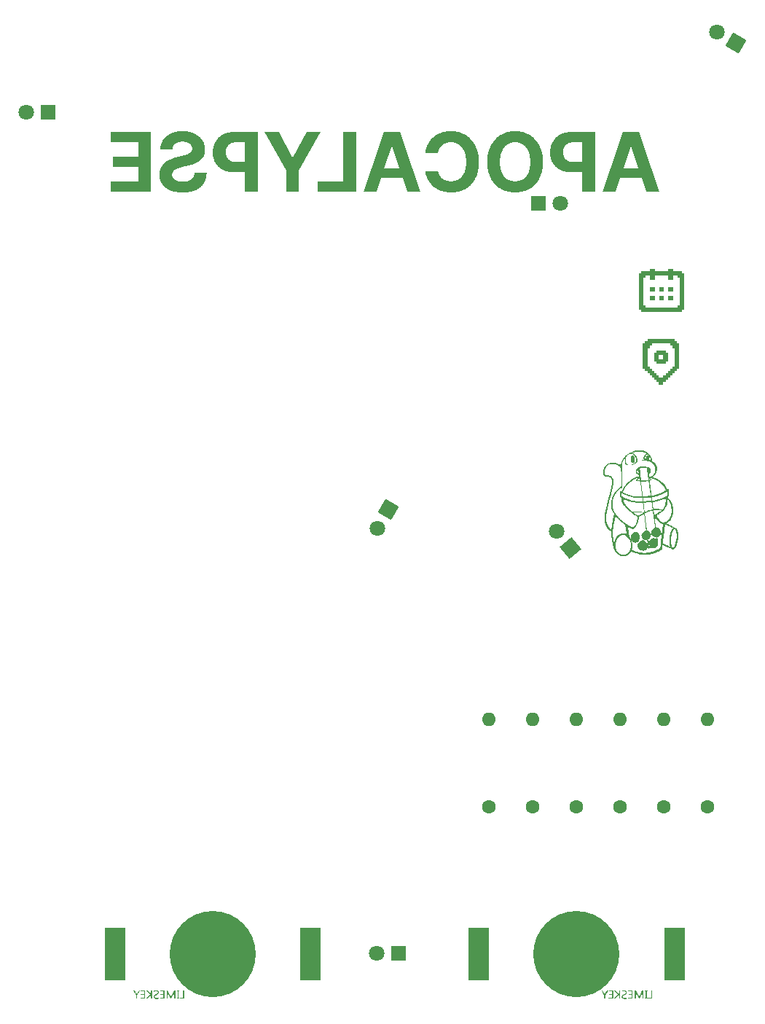
<source format=gbs>
%TF.GenerationSoftware,KiCad,Pcbnew,8.0.1*%
%TF.CreationDate,2024-04-29T20:13:38-04:00*%
%TF.ProjectId,HackerBadgePCBV3 (Simplified),4861636b-6572-4426-9164-676550434256,1.8*%
%TF.SameCoordinates,Original*%
%TF.FileFunction,Soldermask,Bot*%
%TF.FilePolarity,Negative*%
%FSLAX46Y46*%
G04 Gerber Fmt 4.6, Leading zero omitted, Abs format (unit mm)*
G04 Created by KiCad (PCBNEW 8.0.1) date 2024-04-29 20:13:38*
%MOMM*%
%LPD*%
G01*
G04 APERTURE LIST*
G04 Aperture macros list*
%AMRotRect*
0 Rectangle, with rotation*
0 The origin of the aperture is its center*
0 $1 length*
0 $2 width*
0 $3 Rotation angle, in degrees counterclockwise*
0 Add horizontal line*
21,1,$1,$2,0,0,$3*%
G04 Aperture macros list end*
%ADD10C,0.000000*%
%ADD11C,0.150000*%
%ADD12RotRect,1.800000X1.800000X130.000000*%
%ADD13C,1.800000*%
%ADD14R,1.800000X1.800000*%
%ADD15RotRect,1.800000X1.800000X240.000000*%
%ADD16RotRect,1.800000X1.800000X150.000000*%
%ADD17C,1.600000*%
%ADD18O,1.600000X1.600000*%
%ADD19R,2.400000X6.100000*%
%ADD20C,10.000000*%
G04 APERTURE END LIST*
D10*
G36*
X111284034Y-48419661D02*
G01*
X111376832Y-48422752D01*
X111468359Y-48427905D01*
X111558617Y-48435120D01*
X111647604Y-48444395D01*
X111735323Y-48455732D01*
X111821772Y-48469129D01*
X111906953Y-48484588D01*
X111990866Y-48502108D01*
X112073511Y-48521690D01*
X112154889Y-48543332D01*
X112234999Y-48567036D01*
X112313843Y-48592801D01*
X112391421Y-48620627D01*
X112467733Y-48650515D01*
X112542779Y-48682463D01*
X112616204Y-48716248D01*
X112687651Y-48751645D01*
X112757117Y-48788653D01*
X112824603Y-48827274D01*
X112890108Y-48867506D01*
X112953630Y-48909351D01*
X113015170Y-48952807D01*
X113074726Y-48997876D01*
X113132297Y-49044556D01*
X113187884Y-49092849D01*
X113241484Y-49142753D01*
X113293098Y-49194269D01*
X113342724Y-49247398D01*
X113390361Y-49302138D01*
X113436010Y-49358490D01*
X113479669Y-49416454D01*
X113520649Y-49475846D01*
X113558957Y-49536479D01*
X113594592Y-49598354D01*
X113627554Y-49661471D01*
X113657844Y-49725831D01*
X113685461Y-49791432D01*
X113710405Y-49858275D01*
X113732677Y-49926361D01*
X113752276Y-49995688D01*
X113769202Y-50066257D01*
X113783455Y-50138068D01*
X113795035Y-50211121D01*
X113803943Y-50285416D01*
X113810178Y-50360953D01*
X113813740Y-50437732D01*
X113814630Y-50515753D01*
X113813080Y-50610501D01*
X113807537Y-50702791D01*
X113798000Y-50792624D01*
X113784469Y-50880000D01*
X113766945Y-50964919D01*
X113745427Y-51047380D01*
X113719915Y-51127383D01*
X113690410Y-51204929D01*
X113656912Y-51280017D01*
X113619420Y-51352648D01*
X113577934Y-51422820D01*
X113532454Y-51490535D01*
X113482982Y-51555792D01*
X113429515Y-51618591D01*
X113372055Y-51678933D01*
X113310602Y-51736816D01*
X113245759Y-51792536D01*
X113178033Y-51846380D01*
X113107424Y-51898348D01*
X113033933Y-51948439D01*
X112957560Y-51996654D01*
X112878306Y-52042992D01*
X112796170Y-52087454D01*
X112711153Y-52130039D01*
X112623256Y-52170748D01*
X112532479Y-52209580D01*
X112438822Y-52246536D01*
X112342286Y-52281616D01*
X112242872Y-52314819D01*
X112140578Y-52346145D01*
X112035407Y-52375595D01*
X111927358Y-52403169D01*
X111173032Y-52592584D01*
X111080138Y-52615732D01*
X110990961Y-52639514D01*
X110905499Y-52663931D01*
X110823748Y-52688982D01*
X110745706Y-52714666D01*
X110671369Y-52740984D01*
X110600735Y-52767935D01*
X110533799Y-52795519D01*
X110501311Y-52809659D01*
X110469828Y-52824169D01*
X110439349Y-52839048D01*
X110409875Y-52854297D01*
X110381405Y-52869915D01*
X110353940Y-52885904D01*
X110327480Y-52902262D01*
X110302024Y-52918990D01*
X110277573Y-52936088D01*
X110254126Y-52953556D01*
X110231684Y-52971394D01*
X110210247Y-52989602D01*
X110189814Y-53008180D01*
X110170385Y-53027129D01*
X110151961Y-53046447D01*
X110134542Y-53066135D01*
X110117768Y-53086295D01*
X110102073Y-53107037D01*
X110087458Y-53128361D01*
X110073924Y-53150266D01*
X110061470Y-53172754D01*
X110050096Y-53195823D01*
X110039804Y-53219474D01*
X110030594Y-53243707D01*
X110022466Y-53268521D01*
X110015420Y-53293916D01*
X110009458Y-53319892D01*
X110004578Y-53346449D01*
X110000782Y-53373587D01*
X109998070Y-53401306D01*
X109996443Y-53429605D01*
X109995900Y-53458485D01*
X109996496Y-53489549D01*
X109998281Y-53520164D01*
X110001257Y-53550329D01*
X110005421Y-53580044D01*
X110010775Y-53609310D01*
X110017318Y-53638126D01*
X110025049Y-53666493D01*
X110033967Y-53694411D01*
X110044073Y-53721880D01*
X110055367Y-53748899D01*
X110067847Y-53775469D01*
X110081513Y-53801590D01*
X110096366Y-53827262D01*
X110112404Y-53852485D01*
X110129627Y-53877259D01*
X110148034Y-53901584D01*
X110167571Y-53925354D01*
X110188082Y-53948463D01*
X110209567Y-53970912D01*
X110232027Y-53992701D01*
X110255462Y-54013829D01*
X110279873Y-54034296D01*
X110305260Y-54054103D01*
X110331622Y-54073248D01*
X110358962Y-54091734D01*
X110387278Y-54109558D01*
X110416572Y-54126722D01*
X110446844Y-54143224D01*
X110478094Y-54159066D01*
X110510323Y-54174247D01*
X110543531Y-54188767D01*
X110577718Y-54202626D01*
X110612333Y-54215732D01*
X110647717Y-54227993D01*
X110683870Y-54239408D01*
X110720792Y-54249978D01*
X110758483Y-54259703D01*
X110796943Y-54268582D01*
X110836171Y-54276616D01*
X110876169Y-54283804D01*
X110916936Y-54290147D01*
X110958471Y-54295644D01*
X111043849Y-54304101D01*
X111132303Y-54309176D01*
X111223832Y-54310868D01*
X111270859Y-54310418D01*
X111317282Y-54309071D01*
X111363103Y-54306824D01*
X111408320Y-54303680D01*
X111452933Y-54299637D01*
X111496940Y-54294695D01*
X111540340Y-54288855D01*
X111583134Y-54282117D01*
X111625321Y-54274481D01*
X111666899Y-54265946D01*
X111707867Y-54256514D01*
X111748226Y-54246183D01*
X111787974Y-54234954D01*
X111827111Y-54222827D01*
X111865635Y-54209802D01*
X111903547Y-54195879D01*
X111940291Y-54180645D01*
X111976112Y-54164538D01*
X112011010Y-54147558D01*
X112044983Y-54129706D01*
X112078032Y-54110982D01*
X112110157Y-54091386D01*
X112141358Y-54070918D01*
X112171635Y-54049578D01*
X112200989Y-54027366D01*
X112229418Y-54004282D01*
X112256923Y-53980327D01*
X112283505Y-53955500D01*
X112309162Y-53929801D01*
X112333895Y-53903231D01*
X112357704Y-53875789D01*
X112380590Y-53847476D01*
X112401971Y-53817852D01*
X112422163Y-53787330D01*
X112441164Y-53755909D01*
X112458977Y-53723591D01*
X112475600Y-53690374D01*
X112491034Y-53656259D01*
X112505280Y-53621246D01*
X112518338Y-53585334D01*
X112530209Y-53548523D01*
X112540892Y-53510814D01*
X112550388Y-53472206D01*
X112558699Y-53432700D01*
X112565823Y-53392294D01*
X112571761Y-53350990D01*
X112576515Y-53308786D01*
X112580083Y-53265684D01*
X113997194Y-53265684D01*
X113993826Y-53358190D01*
X113987892Y-53448818D01*
X113979392Y-53537570D01*
X113968325Y-53624445D01*
X113954693Y-53709443D01*
X113938495Y-53792564D01*
X113919732Y-53873809D01*
X113898404Y-53953177D01*
X113874513Y-54030669D01*
X113848057Y-54106284D01*
X113819039Y-54180023D01*
X113787457Y-54251886D01*
X113753312Y-54321872D01*
X113716605Y-54389983D01*
X113677337Y-54456217D01*
X113635507Y-54520576D01*
X113590893Y-54582610D01*
X113544165Y-54642716D01*
X113495322Y-54700892D01*
X113444364Y-54757138D01*
X113391291Y-54811456D01*
X113336104Y-54863844D01*
X113278802Y-54914304D01*
X113219385Y-54962834D01*
X113157854Y-55009435D01*
X113094208Y-55054106D01*
X113028447Y-55096849D01*
X112960572Y-55137662D01*
X112890583Y-55176546D01*
X112818479Y-55213501D01*
X112744261Y-55248527D01*
X112667928Y-55281623D01*
X112589294Y-55312756D01*
X112508967Y-55341879D01*
X112426949Y-55368993D01*
X112343238Y-55394099D01*
X112257836Y-55417195D01*
X112170743Y-55438283D01*
X112081960Y-55457362D01*
X111991486Y-55474432D01*
X111899323Y-55489494D01*
X111805470Y-55502547D01*
X111709928Y-55513592D01*
X111612697Y-55522628D01*
X111513778Y-55529657D01*
X111413171Y-55534677D01*
X111206895Y-55538693D01*
X111102142Y-55537702D01*
X110999319Y-55534729D01*
X110898424Y-55529774D01*
X110799459Y-55522838D01*
X110702425Y-55513919D01*
X110607321Y-55503019D01*
X110514147Y-55490136D01*
X110422905Y-55475272D01*
X110333594Y-55458426D01*
X110246215Y-55439598D01*
X110160769Y-55418788D01*
X110077255Y-55395996D01*
X109995675Y-55371223D01*
X109916028Y-55344467D01*
X109838315Y-55315730D01*
X109762536Y-55285010D01*
X109688389Y-55252072D01*
X109616462Y-55217522D01*
X109546755Y-55181359D01*
X109479268Y-55143584D01*
X109414001Y-55104197D01*
X109350954Y-55063198D01*
X109290127Y-55020587D01*
X109231519Y-54976364D01*
X109175132Y-54930529D01*
X109120965Y-54883082D01*
X109069018Y-54834023D01*
X109019291Y-54783352D01*
X108971784Y-54731069D01*
X108926498Y-54677174D01*
X108883431Y-54621668D01*
X108842584Y-54564550D01*
X108803643Y-54505543D01*
X108767189Y-54445216D01*
X108733221Y-54383567D01*
X108701738Y-54320596D01*
X108672740Y-54256304D01*
X108646227Y-54190690D01*
X108622199Y-54123755D01*
X108600654Y-54055498D01*
X108581593Y-53985920D01*
X108565015Y-53915020D01*
X108550919Y-53842799D01*
X108539307Y-53769257D01*
X108530176Y-53694393D01*
X108523526Y-53618207D01*
X108519358Y-53540700D01*
X108517671Y-53461872D01*
X108518710Y-53408136D01*
X108520934Y-53355167D01*
X108524343Y-53302965D01*
X108528938Y-53251528D01*
X108534718Y-53200858D01*
X108541685Y-53150954D01*
X108549838Y-53101817D01*
X108559179Y-53053445D01*
X108569707Y-53005840D01*
X108581423Y-52959001D01*
X108594328Y-52912928D01*
X108608421Y-52867620D01*
X108623704Y-52823079D01*
X108640176Y-52779304D01*
X108657838Y-52736295D01*
X108676690Y-52694052D01*
X108696227Y-52652539D01*
X108716737Y-52611714D01*
X108738222Y-52571575D01*
X108760681Y-52532123D01*
X108784116Y-52493357D01*
X108808526Y-52455278D01*
X108833912Y-52417887D01*
X108860275Y-52381182D01*
X108887614Y-52345164D01*
X108915931Y-52309834D01*
X108945225Y-52275190D01*
X108975496Y-52241235D01*
X109006747Y-52207966D01*
X109038975Y-52175385D01*
X109072183Y-52143492D01*
X109106370Y-52112286D01*
X109141441Y-52081723D01*
X109177300Y-52051767D01*
X109213949Y-52022420D01*
X109251387Y-51993680D01*
X109289615Y-51965548D01*
X109328635Y-51938024D01*
X109368448Y-51911108D01*
X109409053Y-51884800D01*
X109492646Y-51834008D01*
X109579420Y-51785649D01*
X109669381Y-51739722D01*
X109762536Y-51696228D01*
X109858369Y-51655008D01*
X109956551Y-51615901D01*
X110057078Y-51578907D01*
X110159941Y-51544027D01*
X110265137Y-51511260D01*
X110372658Y-51480606D01*
X110482498Y-51452066D01*
X110594651Y-51425639D01*
X111216954Y-51276811D01*
X111273187Y-51263805D01*
X111328575Y-51250166D01*
X111383120Y-51235894D01*
X111436822Y-51220991D01*
X111489680Y-51205454D01*
X111541694Y-51189285D01*
X111592866Y-51172484D01*
X111643194Y-51155050D01*
X111692357Y-51136075D01*
X111740032Y-51116360D01*
X111786219Y-51095905D01*
X111830917Y-51074709D01*
X111874127Y-51052774D01*
X111915849Y-51030101D01*
X111956083Y-51006690D01*
X111994828Y-50982542D01*
X112013624Y-50969711D01*
X112031912Y-50956589D01*
X112049692Y-50943177D01*
X112066967Y-50929475D01*
X112083737Y-50915482D01*
X112100002Y-50901198D01*
X112115763Y-50886624D01*
X112131021Y-50871759D01*
X112145777Y-50856604D01*
X112160031Y-50841158D01*
X112173784Y-50825421D01*
X112187038Y-50809394D01*
X112199792Y-50793076D01*
X112212048Y-50776468D01*
X112223806Y-50759569D01*
X112235067Y-50742379D01*
X112245277Y-50724859D01*
X112254775Y-50706969D01*
X112263559Y-50688709D01*
X112271630Y-50670079D01*
X112278988Y-50651079D01*
X112285632Y-50631710D01*
X112291564Y-50611970D01*
X112296782Y-50591860D01*
X112301287Y-50571380D01*
X112305080Y-50550530D01*
X112308158Y-50529311D01*
X112310524Y-50507721D01*
X112312177Y-50485761D01*
X112313116Y-50463431D01*
X112313343Y-50440731D01*
X112312856Y-50417661D01*
X112312354Y-50389941D01*
X112310847Y-50362591D01*
X112308335Y-50335610D01*
X112304819Y-50309000D01*
X112300299Y-50282760D01*
X112294773Y-50256889D01*
X112288244Y-50231389D01*
X112280709Y-50206258D01*
X112272170Y-50181497D01*
X112262626Y-50157107D01*
X112252078Y-50133086D01*
X112240525Y-50109435D01*
X112227967Y-50086155D01*
X112214405Y-50063244D01*
X112199838Y-50040703D01*
X112184266Y-50018532D01*
X112167347Y-49996850D01*
X112149527Y-49975776D01*
X112130808Y-49955309D01*
X112111189Y-49935451D01*
X112090669Y-49916200D01*
X112069247Y-49897557D01*
X112046925Y-49879521D01*
X112023700Y-49862094D01*
X111999573Y-49845274D01*
X111974544Y-49829062D01*
X111948611Y-49813458D01*
X111921775Y-49798461D01*
X111894035Y-49784073D01*
X111865390Y-49770292D01*
X111835841Y-49757119D01*
X111805387Y-49744553D01*
X111774092Y-49732266D01*
X111741924Y-49720771D01*
X111708881Y-49710068D01*
X111674966Y-49700159D01*
X111640178Y-49691042D01*
X111604518Y-49682718D01*
X111567985Y-49675187D01*
X111530581Y-49668449D01*
X111492306Y-49662503D01*
X111453160Y-49657350D01*
X111372257Y-49649422D01*
X111287875Y-49644666D01*
X111200017Y-49643080D01*
X111134900Y-49643966D01*
X111071505Y-49646621D01*
X111009832Y-49651048D01*
X110949881Y-49657244D01*
X110891651Y-49665212D01*
X110835141Y-49674949D01*
X110780349Y-49686458D01*
X110727277Y-49699736D01*
X110675921Y-49714786D01*
X110626283Y-49731605D01*
X110578361Y-49750195D01*
X110532154Y-49770556D01*
X110487662Y-49792687D01*
X110444883Y-49816589D01*
X110403818Y-49842261D01*
X110364465Y-49869704D01*
X110327059Y-49898745D01*
X110291737Y-49929214D01*
X110258500Y-49961109D01*
X110227347Y-49994432D01*
X110198280Y-50029181D01*
X110171298Y-50065358D01*
X110146403Y-50102961D01*
X110123593Y-50141992D01*
X110102870Y-50182449D01*
X110084235Y-50224334D01*
X110067687Y-50267645D01*
X110053226Y-50312383D01*
X110040854Y-50358549D01*
X110030571Y-50406141D01*
X110022376Y-50455160D01*
X110016271Y-50505606D01*
X108612394Y-50505606D01*
X108614896Y-50428814D01*
X108619823Y-50353184D01*
X108627177Y-50278717D01*
X108636958Y-50205413D01*
X108649167Y-50133271D01*
X108663804Y-50062293D01*
X108680871Y-49992477D01*
X108700367Y-49923823D01*
X108722295Y-49856333D01*
X108746654Y-49790005D01*
X108773446Y-49724839D01*
X108802671Y-49660837D01*
X108834329Y-49597997D01*
X108868423Y-49536320D01*
X108904952Y-49475806D01*
X108943918Y-49416454D01*
X108985102Y-49358490D01*
X109028291Y-49302138D01*
X109073484Y-49247398D01*
X109120683Y-49194269D01*
X109169887Y-49142753D01*
X109221099Y-49092849D01*
X109274318Y-49044556D01*
X109329546Y-48997876D01*
X109386783Y-48952807D01*
X109446030Y-48909351D01*
X109507288Y-48867506D01*
X109570558Y-48827274D01*
X109635840Y-48788653D01*
X109703134Y-48751645D01*
X109772443Y-48716248D01*
X109843766Y-48682463D01*
X109916369Y-48650515D01*
X109990510Y-48620627D01*
X110066189Y-48592801D01*
X110143406Y-48567036D01*
X110222160Y-48543332D01*
X110302453Y-48521690D01*
X110384284Y-48502108D01*
X110467652Y-48484588D01*
X110552559Y-48469129D01*
X110639003Y-48455732D01*
X110726985Y-48444395D01*
X110816505Y-48435120D01*
X110907564Y-48427905D01*
X111000160Y-48422752D01*
X111094294Y-48419661D01*
X111189966Y-48418630D01*
X111284034Y-48419661D01*
G37*
G36*
X159138733Y-55440612D02*
G01*
X157674132Y-55440612D01*
X157674132Y-53194670D01*
X156442920Y-53194670D01*
X156344065Y-53193520D01*
X156247060Y-53190071D01*
X156151904Y-53184323D01*
X156058597Y-53176275D01*
X155967139Y-53165928D01*
X155877531Y-53153282D01*
X155789772Y-53138337D01*
X155703863Y-53121092D01*
X155619803Y-53101549D01*
X155537593Y-53079706D01*
X155457232Y-53055565D01*
X155378721Y-53029124D01*
X155302059Y-53000385D01*
X155227248Y-52969347D01*
X155154285Y-52936009D01*
X155083173Y-52900373D01*
X155013608Y-52862681D01*
X154946131Y-52823165D01*
X154880742Y-52781825D01*
X154817440Y-52738662D01*
X154756226Y-52693675D01*
X154697100Y-52646864D01*
X154640062Y-52598229D01*
X154585111Y-52547770D01*
X154532248Y-52495488D01*
X154481473Y-52441382D01*
X154432785Y-52385452D01*
X154386185Y-52327698D01*
X154341672Y-52268121D01*
X154299246Y-52206719D01*
X154258908Y-52143494D01*
X154220658Y-52078446D01*
X154184613Y-52011856D01*
X154150894Y-51943997D01*
X154119501Y-51874869D01*
X154090433Y-51804473D01*
X154063690Y-51732808D01*
X154039273Y-51659874D01*
X154017182Y-51585672D01*
X153997415Y-51510201D01*
X153979975Y-51433462D01*
X153964859Y-51355454D01*
X153952069Y-51276177D01*
X153941605Y-51195631D01*
X153933466Y-51113817D01*
X153927652Y-51030735D01*
X153924164Y-50946384D01*
X153923002Y-50860764D01*
X155431577Y-50860764D01*
X155432119Y-50903162D01*
X155433744Y-50944953D01*
X155436452Y-50986136D01*
X155440244Y-51026712D01*
X155445119Y-51066680D01*
X155451077Y-51106040D01*
X155458119Y-51144793D01*
X155466244Y-51182938D01*
X155475452Y-51220476D01*
X155485744Y-51257406D01*
X155497119Y-51293729D01*
X155509577Y-51329443D01*
X155523119Y-51364551D01*
X155537744Y-51399050D01*
X155553452Y-51432942D01*
X155570244Y-51466226D01*
X155587711Y-51498344D01*
X155606288Y-51529591D01*
X155625975Y-51559966D01*
X155646772Y-51589470D01*
X155668679Y-51618102D01*
X155691695Y-51645863D01*
X155715822Y-51672752D01*
X155741059Y-51698769D01*
X155767406Y-51723914D01*
X155794863Y-51748187D01*
X155823430Y-51771588D01*
X155853107Y-51794117D01*
X155883894Y-51815774D01*
X155915791Y-51836558D01*
X155948798Y-51856471D01*
X155982915Y-51875510D01*
X156017742Y-51893119D01*
X156053732Y-51909593D01*
X156090886Y-51924931D01*
X156129202Y-51939133D01*
X156168682Y-51952200D01*
X156209324Y-51964131D01*
X156251130Y-51974926D01*
X156294098Y-51984585D01*
X156338229Y-51993108D01*
X156383523Y-52000494D01*
X156429979Y-52006745D01*
X156477598Y-52011859D01*
X156526379Y-52015837D01*
X156576322Y-52018678D01*
X156627428Y-52020383D01*
X156679696Y-52020952D01*
X157674132Y-52020952D01*
X157674132Y-49710729D01*
X156686468Y-49710729D01*
X156633775Y-49711297D01*
X156582244Y-49713002D01*
X156531877Y-49715843D01*
X156482672Y-49719820D01*
X156434631Y-49724933D01*
X156387753Y-49731183D01*
X156342038Y-49738569D01*
X156297485Y-49747091D01*
X156254095Y-49756749D01*
X156211868Y-49767544D01*
X156170803Y-49779475D01*
X156130901Y-49792543D01*
X156092161Y-49806747D01*
X156054584Y-49822087D01*
X156018168Y-49838563D01*
X155982915Y-49856176D01*
X155948798Y-49874396D01*
X155915791Y-49893541D01*
X155883894Y-49913611D01*
X155853107Y-49934606D01*
X155823430Y-49956526D01*
X155794863Y-49979370D01*
X155767406Y-50003140D01*
X155741059Y-50027834D01*
X155715822Y-50053454D01*
X155691695Y-50079998D01*
X155668679Y-50107467D01*
X155646772Y-50135861D01*
X155625975Y-50165180D01*
X155606288Y-50195424D01*
X155587711Y-50226593D01*
X155570244Y-50258687D01*
X155553452Y-50291164D01*
X155537744Y-50324328D01*
X155523119Y-50358179D01*
X155509577Y-50392717D01*
X155497119Y-50427942D01*
X155485744Y-50463854D01*
X155475452Y-50500453D01*
X155466244Y-50537740D01*
X155458119Y-50575713D01*
X155451077Y-50614373D01*
X155445119Y-50653721D01*
X155440244Y-50693755D01*
X155436452Y-50734477D01*
X155433744Y-50775886D01*
X155432119Y-50817981D01*
X155431577Y-50860764D01*
X153923002Y-50860764D01*
X153924151Y-50775146D01*
X153927599Y-50690796D01*
X153933346Y-50607714D01*
X153941392Y-50525901D01*
X153951737Y-50445356D01*
X153964381Y-50366079D01*
X153979324Y-50288072D01*
X153996566Y-50211332D01*
X154016107Y-50135861D01*
X154037947Y-50061658D01*
X154062087Y-49988724D01*
X154088525Y-49917059D01*
X154117263Y-49846661D01*
X154148300Y-49777533D01*
X154181636Y-49709672D01*
X154217272Y-49643080D01*
X154254662Y-49577611D01*
X154294113Y-49513966D01*
X154335626Y-49452143D01*
X154379201Y-49392144D01*
X154424837Y-49333969D01*
X154472535Y-49277616D01*
X154522294Y-49223088D01*
X154574115Y-49170382D01*
X154627997Y-49119500D01*
X154683940Y-49070441D01*
X154741944Y-49023206D01*
X154802010Y-48977794D01*
X154864136Y-48934205D01*
X154928323Y-48892440D01*
X154994571Y-48852498D01*
X155062880Y-48814379D01*
X155133131Y-48777925D01*
X155205205Y-48743822D01*
X155279104Y-48712072D01*
X155354826Y-48682674D01*
X155432371Y-48655627D01*
X155511740Y-48630932D01*
X155592933Y-48608590D01*
X155675949Y-48588599D01*
X155760789Y-48570960D01*
X155847452Y-48555672D01*
X155935938Y-48542737D01*
X156026248Y-48532154D01*
X156118381Y-48523922D01*
X156212337Y-48518043D01*
X156308116Y-48514515D01*
X156405719Y-48513339D01*
X159138733Y-48513339D01*
X159138733Y-49710729D01*
X159138733Y-55440612D01*
G37*
G36*
X166076046Y-68093184D02*
G01*
X165546884Y-68093184D01*
X165546884Y-67564023D01*
X166076046Y-67564023D01*
X166076046Y-68093184D01*
G37*
G36*
X166639343Y-55440612D02*
G01*
X165069884Y-55440612D01*
X164556007Y-53860997D01*
X162054850Y-53860997D01*
X161541970Y-55440612D01*
X159972514Y-55440612D01*
X160911166Y-52717732D01*
X162426052Y-52717732D01*
X164184082Y-52717732D01*
X163331294Y-50096330D01*
X163277186Y-50096330D01*
X162426052Y-52717732D01*
X160911166Y-52717732D01*
X162360537Y-48513339D01*
X164247945Y-48513339D01*
X165699365Y-52717732D01*
X166639343Y-55440612D01*
G37*
G36*
X131363649Y-55440612D02*
G01*
X126929231Y-55440612D01*
X126929231Y-54233080D01*
X129899183Y-54233080D01*
X129899183Y-48513339D01*
X131363649Y-48513339D01*
X131363649Y-55440612D01*
G37*
G36*
X123961137Y-51496680D02*
G01*
X124028867Y-51496680D01*
X125608430Y-48513339D01*
X127248849Y-48513339D01*
X124722341Y-52991708D01*
X124722341Y-55440612D01*
X123267663Y-55440612D01*
X123267663Y-52991708D01*
X120741159Y-48513339D01*
X122381574Y-48513339D01*
X123961137Y-51496680D01*
G37*
G36*
X168192818Y-67034877D02*
G01*
X167663657Y-67034877D01*
X167663657Y-66505716D01*
X168192818Y-66505716D01*
X168192818Y-67034877D01*
G37*
G36*
X168392706Y-72824444D02*
G01*
X168657295Y-72824444D01*
X168657295Y-73089028D01*
X168921884Y-73089028D01*
X168921884Y-75999451D01*
X168657295Y-75999451D01*
X168657295Y-76264023D01*
X168392706Y-76264023D01*
X168392706Y-76528612D01*
X168128134Y-76528612D01*
X168128134Y-76793200D01*
X167863545Y-76793200D01*
X167863545Y-77057773D01*
X167598956Y-77057773D01*
X167598956Y-77322362D01*
X167334384Y-77322362D01*
X167334384Y-77586950D01*
X167069795Y-77586950D01*
X167069795Y-77851523D01*
X166540634Y-77851523D01*
X166540634Y-77586950D01*
X166276045Y-77586950D01*
X166276045Y-77322362D01*
X166011456Y-77322362D01*
X166011456Y-77057773D01*
X165746884Y-77057773D01*
X165746884Y-76793200D01*
X165482295Y-76793200D01*
X165482295Y-76528612D01*
X165217707Y-76528612D01*
X165217707Y-76264023D01*
X164953127Y-76264023D01*
X164953127Y-75999451D01*
X164688544Y-75999451D01*
X164688544Y-75734862D01*
X165217707Y-75734862D01*
X165482295Y-75734862D01*
X165482295Y-75999451D01*
X165746884Y-75999451D01*
X165746884Y-76264023D01*
X166011456Y-76264023D01*
X166011456Y-76528612D01*
X166276045Y-76528612D01*
X166276045Y-76793200D01*
X166540634Y-76793200D01*
X166540634Y-77057773D01*
X167069795Y-77057773D01*
X167069795Y-76793200D01*
X167334384Y-76793200D01*
X167334384Y-76528612D01*
X167598956Y-76528612D01*
X167598956Y-76264023D01*
X167863545Y-76264023D01*
X167863545Y-75999451D01*
X168128134Y-75999451D01*
X168128134Y-75734862D01*
X168392706Y-75734862D01*
X168392706Y-73618201D01*
X168128134Y-73618201D01*
X168128134Y-73353612D01*
X167863545Y-73353612D01*
X167863545Y-73089028D01*
X165746884Y-73089028D01*
X165746884Y-73353612D01*
X165482295Y-73353612D01*
X165482295Y-73618201D01*
X165217707Y-73618201D01*
X165217707Y-75734862D01*
X164688544Y-75734862D01*
X164688544Y-73089028D01*
X164953127Y-73089028D01*
X164953127Y-72824444D01*
X165217707Y-72824444D01*
X165217707Y-72559862D01*
X168392706Y-72559862D01*
X168392706Y-72824444D01*
G37*
G36*
X166076109Y-64653607D02*
G01*
X167663609Y-64653607D01*
X167663609Y-64389023D01*
X168192771Y-64389023D01*
X168192771Y-64653607D01*
X169251109Y-64653607D01*
X169251109Y-64918189D01*
X169515682Y-64918189D01*
X169515682Y-69151523D01*
X169251109Y-69151523D01*
X169251109Y-69416111D01*
X164488605Y-69416111D01*
X164488605Y-69151523D01*
X164224022Y-69151523D01*
X164224022Y-68622362D01*
X164753188Y-68622362D01*
X165017772Y-68622362D01*
X165017772Y-68886934D01*
X168721932Y-68886934D01*
X168721932Y-68622362D01*
X168986521Y-68622362D01*
X168986521Y-65447362D01*
X168721932Y-65447362D01*
X168721932Y-65182773D01*
X168192771Y-65182773D01*
X168192771Y-65711934D01*
X167663609Y-65711934D01*
X167663609Y-65182773D01*
X166076109Y-65182773D01*
X166076109Y-65711934D01*
X165546932Y-65711934D01*
X165546932Y-65182773D01*
X165017772Y-65182773D01*
X165017772Y-65447362D01*
X164753188Y-65447362D01*
X164753188Y-68622362D01*
X164224022Y-68622362D01*
X164224022Y-64918189D01*
X164488605Y-64918189D01*
X164488605Y-64653607D01*
X165546932Y-64653607D01*
X165546932Y-64389023D01*
X166076109Y-64389023D01*
X166076109Y-64653607D01*
G37*
G36*
X167134432Y-68093184D02*
G01*
X166605271Y-68093184D01*
X166605271Y-67564023D01*
X167134432Y-67564023D01*
X167134432Y-68093184D01*
G37*
G36*
X142529320Y-48420269D02*
G01*
X142641337Y-48425184D01*
X142751927Y-48433376D01*
X142861090Y-48444844D01*
X142968828Y-48459590D01*
X143075138Y-48477612D01*
X143180022Y-48498911D01*
X143283479Y-48523486D01*
X143385508Y-48551339D01*
X143486112Y-48582468D01*
X143585287Y-48616874D01*
X143683036Y-48654556D01*
X143779358Y-48695516D01*
X143874252Y-48739752D01*
X143967719Y-48787264D01*
X144059758Y-48838054D01*
X144149895Y-48891539D01*
X144237654Y-48947984D01*
X144323034Y-49007389D01*
X144406037Y-49069753D01*
X144486660Y-49135077D01*
X144564906Y-49203360D01*
X144640773Y-49274604D01*
X144714262Y-49348806D01*
X144785372Y-49425969D01*
X144854104Y-49506091D01*
X144920457Y-49589172D01*
X144984432Y-49675214D01*
X145046028Y-49764215D01*
X145105245Y-49856175D01*
X145162084Y-49951095D01*
X145216544Y-50048975D01*
X145268155Y-50149656D01*
X145316435Y-50252980D01*
X145361385Y-50358946D01*
X145403006Y-50467555D01*
X145441297Y-50578806D01*
X145476258Y-50692700D01*
X145507889Y-50809237D01*
X145536190Y-50928416D01*
X145561162Y-51050238D01*
X145582804Y-51174702D01*
X145601117Y-51301809D01*
X145616100Y-51431558D01*
X145627753Y-51563949D01*
X145636077Y-51698983D01*
X145641071Y-51836659D01*
X145642736Y-51976978D01*
X145641097Y-52116888D01*
X145636182Y-52254181D01*
X145627990Y-52388859D01*
X145616522Y-52520920D01*
X145601776Y-52650365D01*
X145583754Y-52777193D01*
X145562455Y-52901405D01*
X145537880Y-53023001D01*
X145510028Y-53141981D01*
X145478899Y-53258345D01*
X145444493Y-53372092D01*
X145406811Y-53483223D01*
X145365852Y-53591737D01*
X145321617Y-53697636D01*
X145274104Y-53800918D01*
X145223315Y-53901584D01*
X145169277Y-53999479D01*
X145112860Y-54094441D01*
X145054065Y-54186470D01*
X144992891Y-54275564D01*
X144929338Y-54361725D01*
X144863406Y-54444953D01*
X144795096Y-54525247D01*
X144724408Y-54602607D01*
X144651341Y-54677034D01*
X144575896Y-54748527D01*
X144498072Y-54817087D01*
X144417870Y-54882714D01*
X144335290Y-54945408D01*
X144250331Y-55005168D01*
X144162995Y-55061995D01*
X144073280Y-55115888D01*
X143981187Y-55166678D01*
X143887562Y-55214191D01*
X143792404Y-55258427D01*
X143695713Y-55299388D01*
X143597489Y-55337072D01*
X143497732Y-55371479D01*
X143396443Y-55402610D01*
X143293622Y-55430465D01*
X143189267Y-55455043D01*
X143083380Y-55476344D01*
X142975961Y-55494368D01*
X142867009Y-55509115D01*
X142756525Y-55520585D01*
X142644508Y-55528778D01*
X142530959Y-55533694D01*
X142415878Y-55535333D01*
X142333125Y-55534553D01*
X142251457Y-55532213D01*
X142170872Y-55528315D01*
X142091371Y-55522857D01*
X142012954Y-55515839D01*
X141935620Y-55507263D01*
X141859370Y-55497127D01*
X141784203Y-55485432D01*
X141710120Y-55472178D01*
X141637120Y-55457366D01*
X141565203Y-55440994D01*
X141494369Y-55423064D01*
X141424618Y-55403575D01*
X141355951Y-55382528D01*
X141288366Y-55359922D01*
X141221864Y-55335758D01*
X141156064Y-55309833D01*
X141091427Y-55282798D01*
X141027953Y-55254654D01*
X140965643Y-55225401D01*
X140904496Y-55195038D01*
X140844513Y-55163565D01*
X140785693Y-55130983D01*
X140728037Y-55097292D01*
X140671545Y-55062490D01*
X140616216Y-55026579D01*
X140562051Y-54989558D01*
X140509049Y-54951427D01*
X140457212Y-54912186D01*
X140406538Y-54871836D01*
X140357028Y-54830375D01*
X140308683Y-54787805D01*
X140261085Y-54743896D01*
X140214734Y-54699275D01*
X140169629Y-54653940D01*
X140125769Y-54607892D01*
X140083153Y-54561131D01*
X140041783Y-54513656D01*
X140001656Y-54465469D01*
X139962773Y-54416568D01*
X139925133Y-54366955D01*
X139888736Y-54316628D01*
X139853582Y-54265588D01*
X139819670Y-54213835D01*
X139787000Y-54161368D01*
X139755571Y-54108189D01*
X139725383Y-54054297D01*
X139696435Y-53999691D01*
X139668338Y-53944170D01*
X139641592Y-53888385D01*
X139616197Y-53832336D01*
X139592153Y-53776022D01*
X139569459Y-53719444D01*
X139548115Y-53662603D01*
X139528121Y-53605497D01*
X139509475Y-53548127D01*
X139492179Y-53490492D01*
X139476230Y-53432594D01*
X139461630Y-53374431D01*
X139448377Y-53316004D01*
X139436472Y-53257314D01*
X139425913Y-53198358D01*
X139416700Y-53139139D01*
X139408834Y-53079655D01*
X140890395Y-53072882D01*
X140897053Y-53107316D01*
X140904344Y-53141275D01*
X140912270Y-53174757D01*
X140920831Y-53207764D01*
X140930025Y-53240296D01*
X140939855Y-53272351D01*
X140950318Y-53303931D01*
X140961416Y-53335034D01*
X140973148Y-53365662D01*
X140985515Y-53395814D01*
X140998516Y-53425490D01*
X141012152Y-53454689D01*
X141026421Y-53483413D01*
X141041326Y-53511661D01*
X141056864Y-53539432D01*
X141073037Y-53566727D01*
X141089370Y-53593538D01*
X141106231Y-53619846D01*
X141123620Y-53645652D01*
X141141537Y-53670956D01*
X141159983Y-53695758D01*
X141178958Y-53720057D01*
X141198460Y-53743854D01*
X141218491Y-53767149D01*
X141239051Y-53789941D01*
X141260138Y-53812231D01*
X141281754Y-53834019D01*
X141303899Y-53855305D01*
X141326572Y-53876088D01*
X141349773Y-53896369D01*
X141373502Y-53916147D01*
X141397760Y-53935424D01*
X141422507Y-53953750D01*
X141447703Y-53971521D01*
X141473349Y-53988737D01*
X141499444Y-54005398D01*
X141525989Y-54021504D01*
X141552983Y-54037054D01*
X141580426Y-54052050D01*
X141608319Y-54066491D01*
X141636660Y-54080377D01*
X141665452Y-54093708D01*
X141694692Y-54106484D01*
X141724381Y-54118705D01*
X141754520Y-54130371D01*
X141785108Y-54141482D01*
X141816145Y-54152038D01*
X141847631Y-54162039D01*
X141910894Y-54180271D01*
X141975529Y-54196071D01*
X142041538Y-54209441D01*
X142108920Y-54220380D01*
X142177676Y-54228888D01*
X142247807Y-54234965D01*
X142319314Y-54238611D01*
X142392196Y-54239827D01*
X142457241Y-54238823D01*
X142521310Y-54235811D01*
X142584400Y-54230791D01*
X142646514Y-54223763D01*
X142707649Y-54214727D01*
X142767808Y-54203682D01*
X142826988Y-54190630D01*
X142885191Y-54175569D01*
X142942417Y-54158500D01*
X142998665Y-54139423D01*
X143053935Y-54118338D01*
X143108227Y-54095244D01*
X143161541Y-54070142D01*
X143213878Y-54043031D01*
X143265237Y-54013912D01*
X143315618Y-53982784D01*
X143364818Y-53949683D01*
X143412645Y-53914653D01*
X143459099Y-53877694D01*
X143504178Y-53838807D01*
X143547884Y-53797991D01*
X143590216Y-53755247D01*
X143631174Y-53710573D01*
X143670759Y-53663971D01*
X143708970Y-53615440D01*
X143745806Y-53564980D01*
X143781269Y-53512591D01*
X143815358Y-53458273D01*
X143848073Y-53402026D01*
X143879413Y-53343850D01*
X143909380Y-53283744D01*
X143937972Y-53221710D01*
X143964597Y-53157787D01*
X143989504Y-53092014D01*
X144012694Y-53024392D01*
X144034165Y-52954920D01*
X144053919Y-52883599D01*
X144071955Y-52810428D01*
X144088274Y-52735408D01*
X144102875Y-52658538D01*
X144115757Y-52579818D01*
X144126923Y-52499248D01*
X144136370Y-52416829D01*
X144144100Y-52332559D01*
X144150112Y-52246439D01*
X144154407Y-52158469D01*
X144157842Y-51976978D01*
X144156983Y-51887763D01*
X144154407Y-51800239D01*
X144150112Y-51714408D01*
X144144100Y-51630268D01*
X144136370Y-51547819D01*
X144126923Y-51467062D01*
X144115757Y-51387997D01*
X144102875Y-51310623D01*
X144088274Y-51234941D01*
X144071955Y-51160950D01*
X144053919Y-51088651D01*
X144034165Y-51018043D01*
X144012694Y-50949127D01*
X143989504Y-50881902D01*
X143964597Y-50816368D01*
X143937972Y-50752526D01*
X143909793Y-50690056D01*
X143880212Y-50629489D01*
X143849230Y-50570825D01*
X143816847Y-50514063D01*
X143783063Y-50459203D01*
X143747878Y-50406247D01*
X143711292Y-50355193D01*
X143673306Y-50306042D01*
X143633919Y-50258793D01*
X143593132Y-50213447D01*
X143550944Y-50170004D01*
X143507356Y-50128463D01*
X143462368Y-50088825D01*
X143415980Y-50051089D01*
X143368193Y-50015256D01*
X143319005Y-49981326D01*
X143268572Y-49948968D01*
X143217054Y-49918698D01*
X143164454Y-49890515D01*
X143110770Y-49864419D01*
X143056003Y-49840412D01*
X143000152Y-49818492D01*
X142943218Y-49798659D01*
X142885201Y-49780914D01*
X142826100Y-49765257D01*
X142765916Y-49751688D01*
X142704649Y-49740206D01*
X142642299Y-49730812D01*
X142578865Y-49723505D01*
X142514348Y-49718286D01*
X142448748Y-49715154D01*
X142382064Y-49714110D01*
X142308337Y-49715432D01*
X142235984Y-49719396D01*
X142165005Y-49726002D01*
X142095400Y-49735252D01*
X142061113Y-49740867D01*
X142027169Y-49747143D01*
X141993570Y-49754080D01*
X141960313Y-49761678D01*
X141927401Y-49769936D01*
X141894831Y-49778855D01*
X141862606Y-49788434D01*
X141830724Y-49798674D01*
X141798825Y-49809534D01*
X141767402Y-49820976D01*
X141736456Y-49833000D01*
X141705985Y-49845604D01*
X141675991Y-49858790D01*
X141646473Y-49872558D01*
X141617430Y-49886907D01*
X141588864Y-49901837D01*
X141560774Y-49917349D01*
X141533159Y-49933442D01*
X141506021Y-49950117D01*
X141479358Y-49967373D01*
X141453172Y-49985210D01*
X141427460Y-50003628D01*
X141402225Y-50022628D01*
X141377465Y-50042210D01*
X141353221Y-50062346D01*
X141329531Y-50083011D01*
X141306396Y-50104204D01*
X141283815Y-50125926D01*
X141261788Y-50148176D01*
X141240317Y-50170954D01*
X141219400Y-50194262D01*
X141199038Y-50218097D01*
X141179231Y-50242462D01*
X141159979Y-50267354D01*
X141141282Y-50292776D01*
X141123141Y-50318726D01*
X141105555Y-50345204D01*
X141088524Y-50372211D01*
X141072048Y-50399747D01*
X141056129Y-50427811D01*
X141040817Y-50455967D01*
X141026165Y-50484625D01*
X141012173Y-50513786D01*
X140998841Y-50543448D01*
X140986170Y-50573613D01*
X140974159Y-50604280D01*
X140962808Y-50635448D01*
X140952118Y-50667119D01*
X140942089Y-50699292D01*
X140932721Y-50731967D01*
X140924014Y-50765144D01*
X140915968Y-50798824D01*
X140908582Y-50833005D01*
X140901859Y-50867689D01*
X140895796Y-50902874D01*
X140890395Y-50938562D01*
X139408834Y-50938562D01*
X139418427Y-50863831D01*
X139429447Y-50790157D01*
X139441893Y-50717539D01*
X139455765Y-50645979D01*
X139471063Y-50575476D01*
X139487788Y-50506030D01*
X139505939Y-50437641D01*
X139525516Y-50370309D01*
X139546519Y-50304033D01*
X139568949Y-50238815D01*
X139592805Y-50174654D01*
X139618087Y-50111550D01*
X139644795Y-50049503D01*
X139672930Y-49988513D01*
X139702491Y-49928580D01*
X139733478Y-49869704D01*
X139765361Y-49811925D01*
X139798405Y-49755282D01*
X139832608Y-49699775D01*
X139867973Y-49645405D01*
X139904499Y-49592171D01*
X139942186Y-49540073D01*
X139981035Y-49489111D01*
X140021047Y-49439286D01*
X140062221Y-49390598D01*
X140104558Y-49343045D01*
X140148059Y-49296629D01*
X140192724Y-49251349D01*
X140238553Y-49207206D01*
X140285546Y-49164198D01*
X140333705Y-49122327D01*
X140383029Y-49081592D01*
X140433379Y-49041611D01*
X140484655Y-49002845D01*
X140536857Y-48965294D01*
X140589984Y-48928959D01*
X140644036Y-48893840D01*
X140699013Y-48859936D01*
X140754916Y-48827248D01*
X140811744Y-48795775D01*
X140869496Y-48765518D01*
X140928174Y-48736476D01*
X140987776Y-48708650D01*
X141048302Y-48682039D01*
X141109753Y-48656644D01*
X141172128Y-48632465D01*
X141235428Y-48609501D01*
X141299651Y-48587753D01*
X141429564Y-48548115D01*
X141562224Y-48513762D01*
X141697632Y-48484694D01*
X141835788Y-48460911D01*
X141976690Y-48442413D01*
X142120339Y-48429200D01*
X142266735Y-48421273D01*
X142415878Y-48418630D01*
X142529320Y-48420269D01*
G37*
G36*
X167334320Y-74147394D02*
G01*
X167598909Y-74147394D01*
X167598909Y-75205716D01*
X167334320Y-75205716D01*
X167334320Y-75470305D01*
X166275998Y-75470305D01*
X166275998Y-75205716D01*
X166011409Y-75205716D01*
X166011409Y-74411966D01*
X166540570Y-74411966D01*
X166540570Y-74941144D01*
X167069747Y-74941144D01*
X167069747Y-74411966D01*
X166540570Y-74411966D01*
X166011409Y-74411966D01*
X166011409Y-74147394D01*
X166275998Y-74147394D01*
X166275998Y-73882805D01*
X167334320Y-73882805D01*
X167334320Y-74147394D01*
G37*
G36*
X168192818Y-68093184D02*
G01*
X167663657Y-68093184D01*
X167663657Y-67564023D01*
X168192818Y-67564023D01*
X168192818Y-68093184D01*
G37*
G36*
X153091789Y-52116888D02*
G01*
X153086794Y-52254181D01*
X153078469Y-52388859D01*
X153066814Y-52520920D01*
X153051830Y-52650365D01*
X153033516Y-52777193D01*
X153011872Y-52901405D01*
X152986899Y-53023001D01*
X152958597Y-53141981D01*
X152926965Y-53258345D01*
X152892004Y-53372092D01*
X152853714Y-53483223D01*
X152812095Y-53591737D01*
X152767147Y-53697636D01*
X152718869Y-53800918D01*
X152667263Y-53901584D01*
X152612786Y-53999479D01*
X152555904Y-54094441D01*
X152496617Y-54186470D01*
X152434926Y-54275564D01*
X152370831Y-54361725D01*
X152304331Y-54444953D01*
X152235427Y-54525247D01*
X152164118Y-54602607D01*
X152090404Y-54677034D01*
X152014285Y-54748527D01*
X151935761Y-54817087D01*
X151854832Y-54882714D01*
X151771498Y-54945408D01*
X151685759Y-55005168D01*
X151597615Y-55061995D01*
X151507065Y-55115888D01*
X151414577Y-55166678D01*
X151320609Y-55214191D01*
X151225161Y-55258427D01*
X151128233Y-55299388D01*
X151029825Y-55337072D01*
X150929937Y-55371479D01*
X150828569Y-55402610D01*
X150725721Y-55430465D01*
X150621393Y-55455043D01*
X150515585Y-55476344D01*
X150408297Y-55494368D01*
X150299529Y-55509115D01*
X150189282Y-55520585D01*
X150077555Y-55528778D01*
X149964348Y-55533694D01*
X149849662Y-55535333D01*
X149735797Y-55533707D01*
X149623359Y-55528831D01*
X149512347Y-55520705D01*
X149402762Y-55509328D01*
X149294603Y-55494700D01*
X149187871Y-55476822D01*
X149082566Y-55455694D01*
X148978687Y-55431315D01*
X148876235Y-55403686D01*
X148775211Y-55372806D01*
X148675613Y-55338676D01*
X148577443Y-55301296D01*
X148480699Y-55260666D01*
X148385383Y-55216786D01*
X148291494Y-55169655D01*
X148199033Y-55119275D01*
X148108075Y-55065381D01*
X148019547Y-55008554D01*
X147933452Y-54948794D01*
X147849788Y-54886101D01*
X147768555Y-54820474D01*
X147689754Y-54751914D01*
X147613385Y-54680420D01*
X147539447Y-54605994D01*
X147467940Y-54528633D01*
X147398865Y-54448339D01*
X147332222Y-54365112D01*
X147268010Y-54278951D01*
X147206229Y-54189856D01*
X147146880Y-54097828D01*
X147089962Y-54002866D01*
X147035476Y-53904970D01*
X146983457Y-53804291D01*
X146934793Y-53700969D01*
X146889486Y-53595004D01*
X146847535Y-53486396D01*
X146808940Y-53375146D01*
X146773701Y-53261253D01*
X146741818Y-53144717D01*
X146713292Y-53025538D01*
X146688121Y-52903717D01*
X146666307Y-52779253D01*
X146647848Y-52652147D01*
X146632746Y-52522398D01*
X146620999Y-52390006D01*
X146612609Y-52254973D01*
X146607575Y-52117296D01*
X146605897Y-51976978D01*
X148090791Y-51976978D01*
X148091650Y-52067827D01*
X148094226Y-52156880D01*
X148098521Y-52244136D01*
X148104533Y-52329596D01*
X148112263Y-52413259D01*
X148121710Y-52495125D01*
X148132875Y-52575195D01*
X148145758Y-52653468D01*
X148160359Y-52729944D01*
X148176678Y-52804623D01*
X148194714Y-52877505D01*
X148214468Y-52948591D01*
X148235939Y-53017880D01*
X148259129Y-53085371D01*
X148284036Y-53151066D01*
X148310661Y-53214963D01*
X148338418Y-53277011D01*
X148367576Y-53337155D01*
X148398136Y-53395396D01*
X148430095Y-53451735D01*
X148463456Y-53506170D01*
X148498218Y-53558703D01*
X148534380Y-53609333D01*
X148571944Y-53658061D01*
X148610908Y-53704886D01*
X148651273Y-53749809D01*
X148693038Y-53792829D01*
X148736205Y-53833947D01*
X148780772Y-53873163D01*
X148826741Y-53910476D01*
X148874110Y-53945888D01*
X148922879Y-53979398D01*
X148972878Y-54010934D01*
X149023934Y-54040436D01*
X149076046Y-54067903D01*
X149129215Y-54093335D01*
X149183441Y-54116733D01*
X149238723Y-54138096D01*
X149295062Y-54157425D01*
X149352457Y-54174719D01*
X149410909Y-54189979D01*
X149470418Y-54203204D01*
X149530984Y-54214394D01*
X149592606Y-54223550D01*
X149655285Y-54230671D01*
X149719021Y-54235757D01*
X149783813Y-54238809D01*
X149849662Y-54239827D01*
X149915516Y-54238809D01*
X149980312Y-54235757D01*
X150044052Y-54230671D01*
X150106734Y-54223550D01*
X150168359Y-54214394D01*
X150228926Y-54203204D01*
X150288437Y-54189979D01*
X150346890Y-54174719D01*
X150404287Y-54157425D01*
X150460627Y-54138096D01*
X150515909Y-54116733D01*
X150570135Y-54093335D01*
X150623304Y-54067903D01*
X150675417Y-54040436D01*
X150726472Y-54010934D01*
X150776471Y-53979398D01*
X150825250Y-53945888D01*
X150872655Y-53910476D01*
X150918687Y-53873163D01*
X150963345Y-53833947D01*
X151006629Y-53792829D01*
X151048539Y-53749809D01*
X151089076Y-53704886D01*
X151128238Y-53658061D01*
X151166027Y-53609333D01*
X151202442Y-53558703D01*
X151237483Y-53506170D01*
X151271150Y-53451735D01*
X151303443Y-53395396D01*
X151334362Y-53337155D01*
X151363906Y-53277011D01*
X151392077Y-53214963D01*
X151418289Y-53151066D01*
X151442810Y-53085371D01*
X151465641Y-53017880D01*
X151486781Y-52948591D01*
X151506230Y-52877505D01*
X151523988Y-52804623D01*
X151540056Y-52729944D01*
X151554432Y-52653468D01*
X151567118Y-52575195D01*
X151578112Y-52495125D01*
X151587415Y-52413259D01*
X151595027Y-52329596D01*
X151605177Y-52156880D01*
X151608560Y-51976978D01*
X151607714Y-51886128D01*
X151605177Y-51797076D01*
X151600948Y-51709819D01*
X151595027Y-51624360D01*
X151587415Y-51540697D01*
X151578112Y-51458831D01*
X151567118Y-51378761D01*
X151554432Y-51300488D01*
X151540056Y-51224012D01*
X151523988Y-51149333D01*
X151506230Y-51076451D01*
X151486781Y-51005366D01*
X151465641Y-50936078D01*
X151442810Y-50868586D01*
X151418289Y-50802892D01*
X151392077Y-50738995D01*
X151363906Y-50676949D01*
X151334362Y-50616804D01*
X151303443Y-50558563D01*
X151271150Y-50502224D01*
X151237483Y-50447788D01*
X151202442Y-50395254D01*
X151166027Y-50344623D01*
X151128238Y-50295894D01*
X151089076Y-50249069D01*
X151048539Y-50204145D01*
X151006629Y-50161125D01*
X150963345Y-50120007D01*
X150918687Y-50080791D01*
X150872655Y-50043479D01*
X150825250Y-50008068D01*
X150776471Y-49974561D01*
X150726472Y-49943022D01*
X150675417Y-49913518D01*
X150623304Y-49886049D01*
X150570135Y-49860614D01*
X150515909Y-49837214D01*
X150460627Y-49815849D01*
X150404287Y-49796519D01*
X150346890Y-49779223D01*
X150288437Y-49763963D01*
X150228926Y-49750737D01*
X150168359Y-49739545D01*
X150106734Y-49730389D01*
X150044052Y-49723267D01*
X149980312Y-49718180D01*
X149915516Y-49715128D01*
X149849662Y-49714110D01*
X149783813Y-49715128D01*
X149719021Y-49718180D01*
X149655285Y-49723267D01*
X149592606Y-49730389D01*
X149530984Y-49739545D01*
X149470418Y-49750737D01*
X149410909Y-49763963D01*
X149352457Y-49779223D01*
X149295062Y-49796519D01*
X149238723Y-49815849D01*
X149183441Y-49837214D01*
X149129215Y-49860614D01*
X149076046Y-49886049D01*
X149023934Y-49913518D01*
X148972878Y-49943022D01*
X148922879Y-49974561D01*
X148874110Y-50008068D01*
X148826741Y-50043479D01*
X148780772Y-50080791D01*
X148736205Y-50120007D01*
X148693038Y-50161125D01*
X148651273Y-50204145D01*
X148610908Y-50249069D01*
X148571944Y-50295894D01*
X148534380Y-50344623D01*
X148498218Y-50395254D01*
X148463456Y-50447788D01*
X148430095Y-50502224D01*
X148398136Y-50558563D01*
X148367576Y-50616804D01*
X148338418Y-50676949D01*
X148310661Y-50738995D01*
X148284036Y-50802892D01*
X148259129Y-50868586D01*
X148235939Y-50936078D01*
X148214468Y-51005366D01*
X148194714Y-51076451D01*
X148176678Y-51149333D01*
X148160359Y-51224012D01*
X148145758Y-51300488D01*
X148132875Y-51378761D01*
X148121710Y-51458831D01*
X148112263Y-51540697D01*
X148104533Y-51624360D01*
X148098521Y-51709819D01*
X148094226Y-51797076D01*
X148090791Y-51976978D01*
X146605897Y-51976978D01*
X146607575Y-51836659D01*
X146612609Y-51698983D01*
X146620999Y-51563949D01*
X146632746Y-51431558D01*
X146647848Y-51301809D01*
X146666307Y-51174702D01*
X146688121Y-51050238D01*
X146713292Y-50928416D01*
X146741818Y-50809237D01*
X146773701Y-50692700D01*
X146808940Y-50578806D01*
X146847535Y-50467555D01*
X146889486Y-50358946D01*
X146934793Y-50252980D01*
X146983457Y-50149656D01*
X147035476Y-50048975D01*
X147089962Y-49951095D01*
X147146880Y-49856175D01*
X147206229Y-49764215D01*
X147268010Y-49675214D01*
X147332222Y-49589172D01*
X147398865Y-49506091D01*
X147467940Y-49425969D01*
X147539447Y-49348806D01*
X147613385Y-49274604D01*
X147689754Y-49203360D01*
X147768555Y-49135077D01*
X147849788Y-49069753D01*
X147933452Y-49007389D01*
X148019547Y-48947984D01*
X148108075Y-48891539D01*
X148199033Y-48838054D01*
X148291494Y-48787264D01*
X148385383Y-48739752D01*
X148480699Y-48695516D01*
X148577443Y-48654556D01*
X148675613Y-48616874D01*
X148775211Y-48582468D01*
X148876235Y-48551339D01*
X148978687Y-48523486D01*
X149082566Y-48498911D01*
X149187871Y-48477612D01*
X149294603Y-48459590D01*
X149402762Y-48444844D01*
X149512347Y-48433376D01*
X149623359Y-48425184D01*
X149735797Y-48420269D01*
X149849662Y-48418630D01*
X149964348Y-48420269D01*
X150077555Y-48425184D01*
X150189282Y-48433376D01*
X150299529Y-48444844D01*
X150408297Y-48459590D01*
X150515585Y-48477612D01*
X150621393Y-48498911D01*
X150725721Y-48523486D01*
X150828569Y-48551339D01*
X150929937Y-48582468D01*
X151029825Y-48616874D01*
X151128233Y-48654556D01*
X151225161Y-48695516D01*
X151320609Y-48739752D01*
X151414577Y-48787264D01*
X151507065Y-48838054D01*
X151597615Y-48891539D01*
X151685759Y-48947984D01*
X151771498Y-49007389D01*
X151854832Y-49069753D01*
X151935761Y-49135077D01*
X152014285Y-49203360D01*
X152090404Y-49274604D01*
X152164118Y-49348806D01*
X152235427Y-49425969D01*
X152304331Y-49506091D01*
X152370831Y-49589172D01*
X152434926Y-49675214D01*
X152496617Y-49764215D01*
X152555904Y-49856175D01*
X152612786Y-49951095D01*
X152667263Y-50048975D01*
X152718869Y-50149656D01*
X152767147Y-50252980D01*
X152812095Y-50358946D01*
X152853714Y-50467555D01*
X152892004Y-50578806D01*
X152926965Y-50692700D01*
X152958597Y-50809237D01*
X152986899Y-50928416D01*
X153011872Y-51050238D01*
X153033516Y-51174702D01*
X153051830Y-51301809D01*
X153066814Y-51431558D01*
X153078469Y-51563949D01*
X153086794Y-51698983D01*
X153091789Y-51836659D01*
X153093454Y-51976978D01*
X153091789Y-52116888D01*
G37*
G36*
X167134432Y-67034877D02*
G01*
X166605271Y-67034877D01*
X166605271Y-66505716D01*
X167134432Y-66505716D01*
X167134432Y-67034877D01*
G37*
G36*
X166076046Y-67034877D02*
G01*
X165546884Y-67034877D01*
X165546884Y-66505716D01*
X166076046Y-66505716D01*
X166076046Y-67034877D01*
G37*
G36*
X119941057Y-55440612D02*
G01*
X118476587Y-55440612D01*
X118476587Y-53194670D01*
X117245218Y-53194670D01*
X117146377Y-53193520D01*
X117049384Y-53190071D01*
X116954240Y-53184323D01*
X116860943Y-53176275D01*
X116769495Y-53165928D01*
X116679894Y-53153282D01*
X116592142Y-53138337D01*
X116506237Y-53121092D01*
X116422180Y-53101549D01*
X116339971Y-53079706D01*
X116259610Y-53055565D01*
X116181097Y-53029124D01*
X116104431Y-53000385D01*
X116029614Y-52969347D01*
X115956644Y-52936009D01*
X115885522Y-52900373D01*
X115815970Y-52862681D01*
X115748503Y-52823165D01*
X115683119Y-52781825D01*
X115619820Y-52738662D01*
X115558607Y-52693675D01*
X115499478Y-52646864D01*
X115442436Y-52598229D01*
X115387480Y-52547770D01*
X115334611Y-52495488D01*
X115283828Y-52441382D01*
X115235134Y-52385452D01*
X115188527Y-52327698D01*
X115144008Y-52268121D01*
X115101578Y-52206719D01*
X115061237Y-52143494D01*
X115022985Y-52078446D01*
X114986940Y-52011856D01*
X114953221Y-51943997D01*
X114921827Y-51874869D01*
X114892759Y-51804473D01*
X114866016Y-51732808D01*
X114841599Y-51659874D01*
X114819507Y-51585672D01*
X114799741Y-51510201D01*
X114782300Y-51433462D01*
X114767185Y-51355454D01*
X114754395Y-51276177D01*
X114743931Y-51195631D01*
X114735792Y-51113817D01*
X114729979Y-51030735D01*
X114726490Y-50946384D01*
X114725328Y-50860764D01*
X116233979Y-50860764D01*
X116234522Y-50903162D01*
X116236149Y-50944953D01*
X116238861Y-50986136D01*
X116242657Y-51026712D01*
X116247537Y-51066680D01*
X116253499Y-51106040D01*
X116260545Y-51144793D01*
X116268673Y-51182938D01*
X116277883Y-51220476D01*
X116288175Y-51257406D01*
X116299549Y-51293729D01*
X116312003Y-51329443D01*
X116325537Y-51364551D01*
X116340152Y-51399050D01*
X116355847Y-51432942D01*
X116372621Y-51466226D01*
X116390093Y-51498344D01*
X116408675Y-51529591D01*
X116428367Y-51559966D01*
X116449170Y-51589470D01*
X116471082Y-51618102D01*
X116494104Y-51645863D01*
X116518236Y-51672752D01*
X116543478Y-51698769D01*
X116569830Y-51723914D01*
X116597292Y-51748187D01*
X116625863Y-51771588D01*
X116655545Y-51794117D01*
X116686337Y-51815774D01*
X116718238Y-51836558D01*
X116751250Y-51856471D01*
X116785371Y-51875510D01*
X116820185Y-51893119D01*
X116856164Y-51909593D01*
X116893308Y-51924931D01*
X116931616Y-51939133D01*
X116971089Y-51952200D01*
X117011726Y-51964131D01*
X117053526Y-51974926D01*
X117096489Y-51984585D01*
X117140615Y-51993108D01*
X117185904Y-52000494D01*
X117232354Y-52006745D01*
X117279966Y-52011859D01*
X117328739Y-52015837D01*
X117378673Y-52018678D01*
X117429768Y-52020383D01*
X117482023Y-52020952D01*
X118476587Y-52020952D01*
X118476587Y-49710729D01*
X117488900Y-49710729D01*
X117436202Y-49711297D01*
X117384670Y-49713002D01*
X117334303Y-49715843D01*
X117285100Y-49719820D01*
X117237061Y-49724933D01*
X117190187Y-49731183D01*
X117144476Y-49738569D01*
X117099928Y-49747091D01*
X117056543Y-49756749D01*
X117014320Y-49767544D01*
X116973259Y-49779475D01*
X116933360Y-49792543D01*
X116894622Y-49806747D01*
X116857045Y-49822087D01*
X116820628Y-49838563D01*
X116785371Y-49856176D01*
X116751250Y-49874396D01*
X116718238Y-49893541D01*
X116686337Y-49913611D01*
X116655545Y-49934606D01*
X116625863Y-49956526D01*
X116597292Y-49979370D01*
X116569830Y-50003140D01*
X116543478Y-50027834D01*
X116518236Y-50053454D01*
X116494104Y-50079998D01*
X116471082Y-50107467D01*
X116449170Y-50135861D01*
X116428367Y-50165180D01*
X116408675Y-50195424D01*
X116390093Y-50226593D01*
X116372621Y-50258687D01*
X116355847Y-50291164D01*
X116340152Y-50324328D01*
X116325537Y-50358179D01*
X116312003Y-50392717D01*
X116299549Y-50427942D01*
X116288175Y-50463854D01*
X116277883Y-50500453D01*
X116268673Y-50537740D01*
X116260545Y-50575713D01*
X116253499Y-50614373D01*
X116247537Y-50653721D01*
X116242657Y-50693755D01*
X116238861Y-50734477D01*
X116236149Y-50775886D01*
X116234522Y-50817981D01*
X116233979Y-50860764D01*
X114725328Y-50860764D01*
X114726478Y-50775146D01*
X114729928Y-50690796D01*
X114735679Y-50607714D01*
X114743729Y-50525901D01*
X114754077Y-50445356D01*
X114766725Y-50366079D01*
X114781671Y-50288072D01*
X114798915Y-50211332D01*
X114818456Y-50135861D01*
X114840295Y-50061658D01*
X114864430Y-49988724D01*
X114890861Y-49917059D01*
X114919589Y-49846661D01*
X114950612Y-49777533D01*
X114983931Y-49709672D01*
X115019544Y-49643080D01*
X115056940Y-49577611D01*
X115096400Y-49513966D01*
X115137924Y-49452143D01*
X115181510Y-49392144D01*
X115227158Y-49333969D01*
X115274867Y-49277616D01*
X115324636Y-49223088D01*
X115376466Y-49170382D01*
X115430354Y-49119500D01*
X115486299Y-49070441D01*
X115544303Y-49023206D01*
X115604363Y-48977794D01*
X115666478Y-48934205D01*
X115730649Y-48892440D01*
X115796873Y-48852498D01*
X115865152Y-48814379D01*
X115935417Y-48777925D01*
X116007506Y-48743822D01*
X116081418Y-48712072D01*
X116157153Y-48682674D01*
X116234711Y-48655627D01*
X116314092Y-48630932D01*
X116395296Y-48608590D01*
X116478324Y-48588599D01*
X116563174Y-48570960D01*
X116649848Y-48555672D01*
X116738345Y-48542737D01*
X116828665Y-48532154D01*
X116920808Y-48523922D01*
X117014775Y-48518043D01*
X117110564Y-48514515D01*
X117208177Y-48513339D01*
X119941057Y-48513339D01*
X119941057Y-49710729D01*
X119941057Y-55440612D01*
G37*
G36*
X107532628Y-55440612D02*
G01*
X102851358Y-55440612D01*
X102851358Y-54233080D01*
X106067899Y-54233080D01*
X106067899Y-52579064D01*
X103104829Y-52579064D01*
X103104829Y-51371505D01*
X106067899Y-51371505D01*
X106067899Y-49720876D01*
X102864854Y-49720876D01*
X102864854Y-48513339D01*
X107532628Y-48513339D01*
X107532628Y-55440612D01*
G37*
G36*
X138864322Y-55440612D02*
G01*
X137294814Y-55440612D01*
X136780941Y-53860997D01*
X134279793Y-53860997D01*
X133766858Y-55440612D01*
X132197351Y-55440612D01*
X133136045Y-52717732D01*
X134651036Y-52717732D01*
X136409020Y-52717732D01*
X135556237Y-50096330D01*
X135502261Y-50096330D01*
X134651036Y-52717732D01*
X133136045Y-52717732D01*
X134585481Y-48513339D01*
X136473016Y-48513339D01*
X137924379Y-52717732D01*
X138864322Y-55440612D01*
G37*
D11*
G36*
X165282180Y-149221708D02*
G01*
X165793136Y-149221708D01*
X165793136Y-148236920D01*
X165677853Y-148236920D01*
X165677853Y-149112287D01*
X165282180Y-149112287D01*
X165282180Y-149221708D01*
G37*
G36*
X164923143Y-148236920D02*
G01*
X164923143Y-148346341D01*
X165019375Y-148346341D01*
X165019375Y-149112287D01*
X164923143Y-149112287D01*
X164923143Y-149221708D01*
X165230889Y-149221708D01*
X165230889Y-149112287D01*
X165134657Y-149112287D01*
X165134657Y-148346341D01*
X165230889Y-148346341D01*
X165230889Y-148236920D01*
X164923143Y-148236920D01*
G37*
G36*
X163758105Y-149221708D02*
G01*
X163872899Y-149221708D01*
X163872899Y-148561031D01*
X163871969Y-148508747D01*
X163869541Y-148455819D01*
X163866117Y-148404101D01*
X163863373Y-148369544D01*
X163866060Y-148369544D01*
X163878950Y-148417472D01*
X163895613Y-148465043D01*
X164232180Y-149221708D01*
X164288600Y-149221708D01*
X164624434Y-148470417D01*
X164640877Y-148422271D01*
X164653042Y-148373754D01*
X164653987Y-148369544D01*
X164656674Y-148369544D01*
X164653615Y-148419011D01*
X164652056Y-148472622D01*
X164651432Y-148522494D01*
X164651301Y-148562496D01*
X164651301Y-149221708D01*
X164762431Y-149221708D01*
X164762431Y-148236920D01*
X164610024Y-148236920D01*
X164307651Y-148923487D01*
X164288231Y-148969034D01*
X164270188Y-149016550D01*
X164262466Y-149041701D01*
X164258314Y-149041701D01*
X164240988Y-148995051D01*
X164221887Y-148946459D01*
X164210931Y-148920800D01*
X163902452Y-148236920D01*
X163758105Y-148236920D01*
X163758105Y-149221708D01*
G37*
G36*
X162984099Y-149221708D02*
G01*
X163506046Y-149221708D01*
X163506046Y-148236920D01*
X163006081Y-148236920D01*
X163006081Y-148346341D01*
X163390763Y-148346341D01*
X163390763Y-148658972D01*
X163034902Y-148658972D01*
X163034902Y-148768393D01*
X163390763Y-148768393D01*
X163390763Y-149112287D01*
X162984099Y-149112287D01*
X162984099Y-149221708D01*
G37*
G36*
X162843904Y-149190444D02*
G01*
X162843904Y-149049761D01*
X162801751Y-149075914D01*
X162787972Y-149082489D01*
X162741470Y-149100225D01*
X162719340Y-149106913D01*
X162671790Y-149118163D01*
X162646800Y-149122545D01*
X162597262Y-149127493D01*
X162579389Y-149127918D01*
X162529517Y-149125552D01*
X162476666Y-149115940D01*
X162430707Y-149096826D01*
X162420387Y-149090061D01*
X162386387Y-149053779D01*
X162369720Y-149006452D01*
X162367874Y-148980884D01*
X162376186Y-148931107D01*
X162385460Y-148911763D01*
X162417454Y-148872056D01*
X162433820Y-148858030D01*
X162474412Y-148829801D01*
X162506849Y-148811380D01*
X162550751Y-148788360D01*
X162594905Y-148765780D01*
X162597951Y-148764241D01*
X162641735Y-148741280D01*
X162685742Y-148716472D01*
X162694183Y-148711484D01*
X162735765Y-148683335D01*
X162771608Y-148652622D01*
X162804297Y-148613647D01*
X162823631Y-148579593D01*
X162838306Y-148532257D01*
X162842438Y-148483850D01*
X162837561Y-148432179D01*
X162821399Y-148383025D01*
X162812885Y-148367102D01*
X162783473Y-148326870D01*
X162746955Y-148293371D01*
X162735216Y-148285036D01*
X162690590Y-148260005D01*
X162644631Y-148242455D01*
X162625795Y-148237165D01*
X162575383Y-148226886D01*
X162524165Y-148221847D01*
X162500254Y-148221289D01*
X162448439Y-148222388D01*
X162394999Y-148226448D01*
X162343170Y-148234753D01*
X162292251Y-148250628D01*
X162288007Y-148252552D01*
X162288007Y-148377604D01*
X162334703Y-148357088D01*
X162387597Y-148342433D01*
X162438963Y-148334419D01*
X162495074Y-148330893D01*
X162511978Y-148330710D01*
X162561666Y-148333970D01*
X162587693Y-148338281D01*
X162635602Y-148353310D01*
X162654860Y-148363194D01*
X162693007Y-148394472D01*
X162702976Y-148407402D01*
X162720378Y-148454800D01*
X162721538Y-148473592D01*
X162714346Y-148522488D01*
X162707616Y-148538804D01*
X162677432Y-148578715D01*
X162666095Y-148588874D01*
X162624716Y-148617841D01*
X162598928Y-148632594D01*
X162553579Y-148656343D01*
X162508070Y-148679244D01*
X162462769Y-148702626D01*
X162419619Y-148727036D01*
X162407686Y-148734199D01*
X162365840Y-148762560D01*
X162326884Y-148795769D01*
X162324643Y-148797946D01*
X162290891Y-148837193D01*
X162267979Y-148875371D01*
X162251589Y-148923972D01*
X162246974Y-148972580D01*
X162250993Y-149024043D01*
X162264416Y-149072740D01*
X162275551Y-149095922D01*
X162304221Y-149136347D01*
X162340653Y-149169573D01*
X162352487Y-149177744D01*
X162397654Y-149201947D01*
X162444701Y-149218393D01*
X162464106Y-149223173D01*
X162512363Y-149231805D01*
X162562612Y-149236454D01*
X162597218Y-149237339D01*
X162646666Y-149234908D01*
X162655104Y-149234164D01*
X162705141Y-149228085D01*
X162725202Y-149224883D01*
X162774569Y-149214942D01*
X162792857Y-149210228D01*
X162838885Y-149193104D01*
X162843904Y-149190444D01*
G37*
G36*
X161368677Y-149221708D02*
G01*
X161529389Y-149221708D01*
X161910163Y-148771324D01*
X161936297Y-148736885D01*
X161938984Y-148736885D01*
X161938984Y-149221708D01*
X162054267Y-149221708D01*
X162054267Y-148236920D01*
X161938984Y-148236920D01*
X161938984Y-148699761D01*
X161936297Y-148699761D01*
X161910163Y-148666055D01*
X161541845Y-148236920D01*
X161398230Y-148236920D01*
X161820770Y-148709286D01*
X161368677Y-149221708D01*
G37*
G36*
X160720456Y-149221708D02*
G01*
X161242403Y-149221708D01*
X161242403Y-148236920D01*
X160742438Y-148236920D01*
X160742438Y-148346341D01*
X161127121Y-148346341D01*
X161127121Y-148658972D01*
X160771259Y-148658972D01*
X160771259Y-148768393D01*
X161127121Y-148768393D01*
X161127121Y-149112287D01*
X160720456Y-149112287D01*
X160720456Y-149221708D01*
G37*
G36*
X159893939Y-148236920D02*
G01*
X160218782Y-148857786D01*
X160218782Y-149221708D01*
X160334308Y-149221708D01*
X160334308Y-148860472D01*
X160650847Y-148236920D01*
X160519689Y-148236920D01*
X160299137Y-148681931D01*
X160279957Y-148729883D01*
X160275202Y-148742259D01*
X160273248Y-148742259D01*
X160253837Y-148695289D01*
X160247114Y-148681931D01*
X160016304Y-148236920D01*
X159893939Y-148236920D01*
G37*
G36*
X110882180Y-149221708D02*
G01*
X111393136Y-149221708D01*
X111393136Y-148236920D01*
X111277853Y-148236920D01*
X111277853Y-149112287D01*
X110882180Y-149112287D01*
X110882180Y-149221708D01*
G37*
G36*
X110523143Y-148236920D02*
G01*
X110523143Y-148346341D01*
X110619375Y-148346341D01*
X110619375Y-149112287D01*
X110523143Y-149112287D01*
X110523143Y-149221708D01*
X110830889Y-149221708D01*
X110830889Y-149112287D01*
X110734657Y-149112287D01*
X110734657Y-148346341D01*
X110830889Y-148346341D01*
X110830889Y-148236920D01*
X110523143Y-148236920D01*
G37*
G36*
X109358105Y-149221708D02*
G01*
X109472899Y-149221708D01*
X109472899Y-148561031D01*
X109471969Y-148508747D01*
X109469541Y-148455819D01*
X109466117Y-148404101D01*
X109463373Y-148369544D01*
X109466060Y-148369544D01*
X109478950Y-148417472D01*
X109495613Y-148465043D01*
X109832180Y-149221708D01*
X109888600Y-149221708D01*
X110224434Y-148470417D01*
X110240877Y-148422271D01*
X110253042Y-148373754D01*
X110253987Y-148369544D01*
X110256674Y-148369544D01*
X110253615Y-148419011D01*
X110252056Y-148472622D01*
X110251432Y-148522494D01*
X110251301Y-148562496D01*
X110251301Y-149221708D01*
X110362431Y-149221708D01*
X110362431Y-148236920D01*
X110210024Y-148236920D01*
X109907651Y-148923487D01*
X109888231Y-148969034D01*
X109870188Y-149016550D01*
X109862466Y-149041701D01*
X109858314Y-149041701D01*
X109840988Y-148995051D01*
X109821887Y-148946459D01*
X109810931Y-148920800D01*
X109502452Y-148236920D01*
X109358105Y-148236920D01*
X109358105Y-149221708D01*
G37*
G36*
X108584099Y-149221708D02*
G01*
X109106046Y-149221708D01*
X109106046Y-148236920D01*
X108606081Y-148236920D01*
X108606081Y-148346341D01*
X108990763Y-148346341D01*
X108990763Y-148658972D01*
X108634902Y-148658972D01*
X108634902Y-148768393D01*
X108990763Y-148768393D01*
X108990763Y-149112287D01*
X108584099Y-149112287D01*
X108584099Y-149221708D01*
G37*
G36*
X108443904Y-149190444D02*
G01*
X108443904Y-149049761D01*
X108401751Y-149075914D01*
X108387972Y-149082489D01*
X108341470Y-149100225D01*
X108319340Y-149106913D01*
X108271790Y-149118163D01*
X108246800Y-149122545D01*
X108197262Y-149127493D01*
X108179389Y-149127918D01*
X108129517Y-149125552D01*
X108076666Y-149115940D01*
X108030707Y-149096826D01*
X108020387Y-149090061D01*
X107986387Y-149053779D01*
X107969720Y-149006452D01*
X107967874Y-148980884D01*
X107976186Y-148931107D01*
X107985460Y-148911763D01*
X108017454Y-148872056D01*
X108033820Y-148858030D01*
X108074412Y-148829801D01*
X108106849Y-148811380D01*
X108150751Y-148788360D01*
X108194905Y-148765780D01*
X108197951Y-148764241D01*
X108241735Y-148741280D01*
X108285742Y-148716472D01*
X108294183Y-148711484D01*
X108335765Y-148683335D01*
X108371608Y-148652622D01*
X108404297Y-148613647D01*
X108423631Y-148579593D01*
X108438306Y-148532257D01*
X108442438Y-148483850D01*
X108437561Y-148432179D01*
X108421399Y-148383025D01*
X108412885Y-148367102D01*
X108383473Y-148326870D01*
X108346955Y-148293371D01*
X108335216Y-148285036D01*
X108290590Y-148260005D01*
X108244631Y-148242455D01*
X108225795Y-148237165D01*
X108175383Y-148226886D01*
X108124165Y-148221847D01*
X108100254Y-148221289D01*
X108048439Y-148222388D01*
X107994999Y-148226448D01*
X107943170Y-148234753D01*
X107892251Y-148250628D01*
X107888007Y-148252552D01*
X107888007Y-148377604D01*
X107934703Y-148357088D01*
X107987597Y-148342433D01*
X108038963Y-148334419D01*
X108095074Y-148330893D01*
X108111978Y-148330710D01*
X108161666Y-148333970D01*
X108187693Y-148338281D01*
X108235602Y-148353310D01*
X108254860Y-148363194D01*
X108293007Y-148394472D01*
X108302976Y-148407402D01*
X108320378Y-148454800D01*
X108321538Y-148473592D01*
X108314346Y-148522488D01*
X108307616Y-148538804D01*
X108277432Y-148578715D01*
X108266095Y-148588874D01*
X108224716Y-148617841D01*
X108198928Y-148632594D01*
X108153579Y-148656343D01*
X108108070Y-148679244D01*
X108062769Y-148702626D01*
X108019619Y-148727036D01*
X108007686Y-148734199D01*
X107965840Y-148762560D01*
X107926884Y-148795769D01*
X107924643Y-148797946D01*
X107890891Y-148837193D01*
X107867979Y-148875371D01*
X107851589Y-148923972D01*
X107846974Y-148972580D01*
X107850993Y-149024043D01*
X107864416Y-149072740D01*
X107875551Y-149095922D01*
X107904221Y-149136347D01*
X107940653Y-149169573D01*
X107952487Y-149177744D01*
X107997654Y-149201947D01*
X108044701Y-149218393D01*
X108064106Y-149223173D01*
X108112363Y-149231805D01*
X108162612Y-149236454D01*
X108197218Y-149237339D01*
X108246666Y-149234908D01*
X108255104Y-149234164D01*
X108305141Y-149228085D01*
X108325202Y-149224883D01*
X108374569Y-149214942D01*
X108392857Y-149210228D01*
X108438885Y-149193104D01*
X108443904Y-149190444D01*
G37*
G36*
X106968677Y-149221708D02*
G01*
X107129389Y-149221708D01*
X107510163Y-148771324D01*
X107536297Y-148736885D01*
X107538984Y-148736885D01*
X107538984Y-149221708D01*
X107654267Y-149221708D01*
X107654267Y-148236920D01*
X107538984Y-148236920D01*
X107538984Y-148699761D01*
X107536297Y-148699761D01*
X107510163Y-148666055D01*
X107141845Y-148236920D01*
X106998230Y-148236920D01*
X107420770Y-148709286D01*
X106968677Y-149221708D01*
G37*
G36*
X106320456Y-149221708D02*
G01*
X106842403Y-149221708D01*
X106842403Y-148236920D01*
X106342438Y-148236920D01*
X106342438Y-148346341D01*
X106727121Y-148346341D01*
X106727121Y-148658972D01*
X106371259Y-148658972D01*
X106371259Y-148768393D01*
X106727121Y-148768393D01*
X106727121Y-149112287D01*
X106320456Y-149112287D01*
X106320456Y-149221708D01*
G37*
G36*
X105493939Y-148236920D02*
G01*
X105818782Y-148857786D01*
X105818782Y-149221708D01*
X105934308Y-149221708D01*
X105934308Y-148860472D01*
X106250847Y-148236920D01*
X106119689Y-148236920D01*
X105899137Y-148681931D01*
X105879957Y-148729883D01*
X105875202Y-148742259D01*
X105873248Y-148742259D01*
X105853837Y-148695289D01*
X105847114Y-148681931D01*
X105616304Y-148236920D01*
X105493939Y-148236920D01*
G37*
D10*
%TO.C,d*%
G36*
X162648417Y-94988818D02*
G01*
X162640260Y-94996974D01*
X162632103Y-94988818D01*
X162640260Y-94980661D01*
X162648417Y-94988818D01*
G37*
G36*
X163939084Y-94966773D02*
G01*
X164040006Y-94997879D01*
X164132488Y-95057471D01*
X164193175Y-95121269D01*
X164254902Y-95223363D01*
X164301990Y-95352541D01*
X164330462Y-95491172D01*
X164337385Y-95639134D01*
X164319724Y-95777784D01*
X164278908Y-95903935D01*
X164216368Y-96014400D01*
X164133534Y-96105993D01*
X164031837Y-96175526D01*
X163912707Y-96219813D01*
X163876331Y-96225440D01*
X163795545Y-96225069D01*
X163710008Y-96212303D01*
X163635379Y-96188887D01*
X163554630Y-96140022D01*
X163472776Y-96060326D01*
X163403521Y-95959938D01*
X163350993Y-95844965D01*
X163319323Y-95721515D01*
X163312562Y-95670955D01*
X163309215Y-95573576D01*
X163321886Y-95477850D01*
X163351892Y-95369565D01*
X163385640Y-95286633D01*
X163451204Y-95181212D01*
X163532898Y-95094453D01*
X163626629Y-95027991D01*
X163728301Y-94983466D01*
X163833817Y-94962514D01*
X163939084Y-94966773D01*
G37*
G36*
X163632488Y-86134823D02*
G01*
X163632474Y-86159800D01*
X163629684Y-86166587D01*
X163640600Y-86165070D01*
X163654388Y-86168244D01*
X163675906Y-86195538D01*
X163699613Y-86242236D01*
X163722217Y-86301670D01*
X163740425Y-86367174D01*
X163742116Y-86375111D01*
X163752485Y-86453645D01*
X163756631Y-86547275D01*
X163754741Y-86644188D01*
X163747000Y-86732566D01*
X163733595Y-86800597D01*
X163725173Y-86824999D01*
X163697713Y-86883820D01*
X163667278Y-86929683D01*
X163646023Y-86951744D01*
X163609512Y-86972474D01*
X163559175Y-86976590D01*
X163541758Y-86976458D01*
X163513111Y-86979959D01*
X163515376Y-86988880D01*
X163524795Y-86996389D01*
X163522194Y-87003147D01*
X163518518Y-87002585D01*
X163491539Y-86990356D01*
X163453938Y-86967114D01*
X163432425Y-86949490D01*
X163384171Y-86885843D01*
X163345378Y-86798481D01*
X163319023Y-86693442D01*
X163315805Y-86671978D01*
X163309097Y-86600569D01*
X163305545Y-86518201D01*
X163305096Y-86433567D01*
X163307694Y-86355358D01*
X163313284Y-86292265D01*
X163321811Y-86252980D01*
X163333572Y-86221904D01*
X163342571Y-86192808D01*
X163343225Y-86190538D01*
X163358847Y-86164207D01*
X163386794Y-86130193D01*
X163401449Y-86116503D01*
X163564854Y-86116503D01*
X163578282Y-86122472D01*
X163586918Y-86121295D01*
X163589158Y-86111597D01*
X163586766Y-86109644D01*
X163567406Y-86111597D01*
X163564854Y-86116503D01*
X163401449Y-86116503D01*
X163408334Y-86110071D01*
X163446949Y-86091458D01*
X163502519Y-86085823D01*
X163511305Y-86085869D01*
X163564516Y-86093653D01*
X163607373Y-86111373D01*
X163607613Y-86111597D01*
X163632488Y-86134823D01*
G37*
G36*
X165089813Y-85658567D02*
G01*
X165150152Y-85692056D01*
X165192699Y-85720468D01*
X165227292Y-85744985D01*
X165258478Y-85769887D01*
X165292888Y-85800833D01*
X165337155Y-85843484D01*
X165397910Y-85903497D01*
X165456813Y-85964802D01*
X165525330Y-86043643D01*
X165586091Y-86121525D01*
X165636067Y-86193995D01*
X165672226Y-86256597D01*
X165691539Y-86304875D01*
X165690976Y-86334376D01*
X165689263Y-86338297D01*
X165698034Y-86353545D01*
X165704704Y-86361072D01*
X165717668Y-86394898D01*
X165731347Y-86448107D01*
X165744177Y-86512464D01*
X165754594Y-86579735D01*
X165761035Y-86641684D01*
X165761467Y-86664894D01*
X165761936Y-86690076D01*
X165761072Y-86712171D01*
X165765568Y-86754790D01*
X165781227Y-86773587D01*
X165782899Y-86774276D01*
X165818374Y-86792122D01*
X165867338Y-86820141D01*
X165919250Y-86851898D01*
X165963569Y-86880959D01*
X165989755Y-86900887D01*
X166002843Y-86911697D01*
X166024879Y-86921830D01*
X166043295Y-86932491D01*
X166076263Y-86962269D01*
X166116950Y-87004317D01*
X166159008Y-87051758D01*
X166196094Y-87097714D01*
X166221861Y-87135310D01*
X166228141Y-87146281D01*
X166304488Y-87305644D01*
X166349604Y-87461551D01*
X166351712Y-87484643D01*
X166363896Y-87618140D01*
X166358174Y-87675406D01*
X166347769Y-87779548D01*
X166301627Y-87949915D01*
X166273402Y-88028504D01*
X166227732Y-88140430D01*
X166181872Y-88230883D01*
X166132232Y-88306589D01*
X166075224Y-88374276D01*
X166069524Y-88380378D01*
X166030588Y-88423874D01*
X166003089Y-88457732D01*
X165992669Y-88475064D01*
X165992619Y-88476177D01*
X165979500Y-88487919D01*
X165966534Y-88492973D01*
X165936446Y-88513515D01*
X165902099Y-88541850D01*
X165873876Y-88569220D01*
X165862161Y-88586869D01*
X165862348Y-88587974D01*
X165879248Y-88599858D01*
X165915180Y-88611023D01*
X165918337Y-88611722D01*
X165956211Y-88622564D01*
X165976355Y-88632711D01*
X165982772Y-88637372D01*
X166013148Y-88652182D01*
X166057922Y-88670235D01*
X166061377Y-88671521D01*
X166140416Y-88701094D01*
X166194084Y-88721578D01*
X166227463Y-88735017D01*
X166245635Y-88743454D01*
X166253683Y-88748933D01*
X166262424Y-88754851D01*
X166294071Y-88772586D01*
X166338999Y-88795887D01*
X166368559Y-88812536D01*
X166398468Y-88835543D01*
X166405810Y-88851426D01*
X166402951Y-88858810D01*
X166415234Y-88855949D01*
X166423794Y-88856303D01*
X166455380Y-88868859D01*
X166501629Y-88892612D01*
X166554771Y-88923033D01*
X166607033Y-88955593D01*
X166650644Y-88985761D01*
X166677832Y-89009008D01*
X166680799Y-89011614D01*
X166705010Y-89029533D01*
X166747091Y-89059094D01*
X166800183Y-89095453D01*
X166881622Y-89155494D01*
X166993799Y-89251133D01*
X167101142Y-89355819D01*
X167191805Y-89458567D01*
X167223698Y-89498154D01*
X167251676Y-89532153D01*
X167265744Y-89548291D01*
X167284871Y-89571614D01*
X167316393Y-89617832D01*
X167354338Y-89678121D01*
X167394010Y-89744779D01*
X167430712Y-89810107D01*
X167459748Y-89866403D01*
X167465918Y-89879231D01*
X167491270Y-89931547D01*
X167509885Y-89969332D01*
X167518101Y-89985132D01*
X167518169Y-89985208D01*
X167534521Y-89983066D01*
X167568093Y-89971992D01*
X167590987Y-89964985D01*
X167640107Y-89961986D01*
X167675605Y-89976205D01*
X167689265Y-90005378D01*
X167693521Y-90024117D01*
X167712079Y-90037694D01*
X167714639Y-90037959D01*
X167724586Y-90047899D01*
X167731042Y-90075779D01*
X167734716Y-90126487D01*
X167734719Y-90126632D01*
X167736316Y-90204906D01*
X167737240Y-90265656D01*
X167739858Y-90367653D01*
X167743596Y-90476167D01*
X167747977Y-90576037D01*
X167751197Y-90643722D01*
X167752463Y-90685483D01*
X167753169Y-90708746D01*
X167751963Y-90752791D01*
X167746907Y-90782434D01*
X167737328Y-90804250D01*
X167722556Y-90824817D01*
X167718958Y-90829225D01*
X167689894Y-90857936D01*
X167667535Y-90869678D01*
X167653709Y-90873677D01*
X167628668Y-90902052D01*
X167609836Y-90950846D01*
X167601005Y-91011953D01*
X167600619Y-91022268D01*
X167601596Y-91058396D01*
X167611832Y-91082824D01*
X167617824Y-91087893D01*
X167637744Y-91104744D01*
X167685745Y-91133346D01*
X167726055Y-91158252D01*
X167763887Y-91186105D01*
X167781740Y-91205392D01*
X167789823Y-91217608D01*
X167818720Y-91236396D01*
X167841608Y-91252617D01*
X167842010Y-91253044D01*
X167874964Y-91288066D01*
X167909883Y-91332528D01*
X167938632Y-91376105D01*
X167953480Y-91408897D01*
X167961407Y-91426614D01*
X167985448Y-91456393D01*
X168005907Y-91479906D01*
X168042316Y-91537778D01*
X168070941Y-91595626D01*
X168079128Y-91612171D01*
X168111883Y-91693711D01*
X168136118Y-91773022D01*
X168137187Y-91777396D01*
X168149304Y-91833157D01*
X168155708Y-91874898D01*
X168155030Y-91893872D01*
X168152719Y-91899190D01*
X168160792Y-91920393D01*
X168166200Y-91931027D01*
X168176771Y-91968962D01*
X168185379Y-92019775D01*
X168191674Y-92068869D01*
X168201513Y-92142617D01*
X168211566Y-92215536D01*
X168214155Y-92237336D01*
X168219273Y-92314230D01*
X168221625Y-92408667D01*
X168221319Y-92510630D01*
X168220893Y-92525491D01*
X168218978Y-92592235D01*
X168218466Y-92610099D01*
X168213177Y-92697055D01*
X168212245Y-92704939D01*
X168205561Y-92761478D01*
X168196542Y-92809669D01*
X168182417Y-92878309D01*
X168167015Y-92947923D01*
X168152237Y-93010264D01*
X168139980Y-93057087D01*
X168132145Y-93080147D01*
X168128811Y-93086709D01*
X168119041Y-93119261D01*
X168118319Y-93123659D01*
X168103220Y-93181184D01*
X168076931Y-93254837D01*
X168043795Y-93333403D01*
X168008152Y-93405666D01*
X167973565Y-93467247D01*
X167927914Y-93542672D01*
X167884648Y-93608304D01*
X167847075Y-93659428D01*
X167818499Y-93691330D01*
X167802228Y-93699297D01*
X167796498Y-93696594D01*
X167790819Y-93703239D01*
X167790893Y-93703477D01*
X167782864Y-93726768D01*
X167754205Y-93762051D01*
X167711575Y-93803676D01*
X167661632Y-93845996D01*
X167611033Y-93883364D01*
X167566438Y-93910132D01*
X167534505Y-93920651D01*
X167512389Y-93929134D01*
X167479485Y-93950615D01*
X167440997Y-93980216D01*
X167500810Y-94015506D01*
X167514938Y-94023533D01*
X167554874Y-94043006D01*
X167580498Y-94050796D01*
X167595327Y-94054882D01*
X167634951Y-94071520D01*
X167665746Y-94085970D01*
X167690440Y-94097557D01*
X167754521Y-94129294D01*
X167819916Y-94163031D01*
X167879351Y-94195071D01*
X167925548Y-94221715D01*
X167951234Y-94239264D01*
X167970137Y-94252604D01*
X168000953Y-94262870D01*
X168027905Y-94270444D01*
X168064470Y-94290805D01*
X168073436Y-94296567D01*
X168085766Y-94303654D01*
X168112396Y-94318961D01*
X168144218Y-94336281D01*
X168171516Y-94351139D01*
X168244496Y-94389706D01*
X168325036Y-94431265D01*
X168358428Y-94448536D01*
X168437522Y-94491383D01*
X168496028Y-94525276D01*
X168506792Y-94531512D01*
X168559733Y-94565068D01*
X168589841Y-94588198D01*
X168598224Y-94597605D01*
X168609280Y-94613609D01*
X168629758Y-94643252D01*
X168665343Y-94705475D01*
X168699535Y-94773642D01*
X168726889Y-94837120D01*
X168738627Y-94874624D01*
X168741961Y-94885277D01*
X168742291Y-94887041D01*
X168740921Y-94909461D01*
X168720440Y-94907740D01*
X168714306Y-94905697D01*
X168709240Y-94909832D01*
X168730245Y-94932280D01*
X168748984Y-94951421D01*
X168771201Y-94983782D01*
X168786801Y-95025680D01*
X168798321Y-95084806D01*
X168808299Y-95168853D01*
X168812404Y-95212978D01*
X168820220Y-95364219D01*
X168819385Y-95409464D01*
X168817416Y-95516138D01*
X168803423Y-95676059D01*
X168777667Y-95851303D01*
X168774118Y-95869743D01*
X168739577Y-96049190D01*
X168723273Y-96126982D01*
X168708399Y-96198238D01*
X168696979Y-96253256D01*
X168690646Y-96284192D01*
X168686312Y-96302787D01*
X168669692Y-96358401D01*
X168645399Y-96428764D01*
X168615762Y-96508190D01*
X168583109Y-96590993D01*
X168549770Y-96671489D01*
X168518073Y-96743994D01*
X168490347Y-96802821D01*
X168468920Y-96842286D01*
X168456122Y-96856705D01*
X168447527Y-96862212D01*
X168435348Y-96887829D01*
X168430565Y-96899469D01*
X168398729Y-96935246D01*
X168347836Y-96969293D01*
X168287593Y-96995925D01*
X168227704Y-97009457D01*
X168192726Y-97009430D01*
X168128783Y-96997235D01*
X168071242Y-96973534D01*
X168033166Y-96942801D01*
X168028005Y-96938323D01*
X167997032Y-96921092D01*
X167945902Y-96897301D01*
X167882087Y-96870076D01*
X167813060Y-96842540D01*
X167746295Y-96817817D01*
X167689265Y-96799033D01*
X167679133Y-96795888D01*
X167616535Y-96773299D01*
X167541825Y-96742692D01*
X167469033Y-96709753D01*
X167457051Y-96704047D01*
X167380774Y-96669160D01*
X167303633Y-96635848D01*
X167240645Y-96610630D01*
X167194732Y-96592570D01*
X167134269Y-96566366D01*
X167089250Y-96544111D01*
X167084769Y-96541638D01*
X167036003Y-96520189D01*
X167001057Y-96514714D01*
X166986539Y-96526358D01*
X166984536Y-96541083D01*
X166981940Y-96554906D01*
X166975811Y-96587533D01*
X166975663Y-96588323D01*
X166968393Y-96620160D01*
X166963580Y-96641235D01*
X166963069Y-96643464D01*
X166962217Y-96687214D01*
X166972238Y-96736669D01*
X166974219Y-96742928D01*
X166983473Y-96784838D01*
X166983195Y-96812516D01*
X166981040Y-96818358D01*
X166971758Y-96848548D01*
X166956551Y-96881668D01*
X166918313Y-96935905D01*
X166860909Y-97003579D01*
X166787498Y-97080707D01*
X166769553Y-97096910D01*
X166721491Y-97132814D01*
X166661083Y-97171970D01*
X166594890Y-97210785D01*
X166529472Y-97245671D01*
X166471391Y-97273037D01*
X166427207Y-97289294D01*
X166403480Y-97290850D01*
X166397365Y-97288067D01*
X166381506Y-97292987D01*
X166381096Y-97293693D01*
X166360659Y-97307394D01*
X166314556Y-97329962D01*
X166247448Y-97359466D01*
X166163995Y-97393974D01*
X166068856Y-97431556D01*
X165971498Y-97468458D01*
X165966691Y-97470280D01*
X165862161Y-97508216D01*
X165710388Y-97554451D01*
X165504277Y-97599040D01*
X165279740Y-97630382D01*
X165043377Y-97647593D01*
X164801789Y-97649793D01*
X164753092Y-97648510D01*
X164637118Y-97643482D01*
X164535220Y-97634978D01*
X164440001Y-97621564D01*
X164344063Y-97601807D01*
X164240009Y-97574273D01*
X164120440Y-97537528D01*
X163977961Y-97490139D01*
X163969723Y-97487333D01*
X163916259Y-97468458D01*
X164964923Y-97468458D01*
X164973080Y-97476615D01*
X164981236Y-97468458D01*
X164973080Y-97460301D01*
X164964923Y-97468458D01*
X163916259Y-97468458D01*
X163822046Y-97435197D01*
X163700269Y-97388010D01*
X163598828Y-97343328D01*
X163512155Y-97298707D01*
X163434682Y-97251705D01*
X163420847Y-97242654D01*
X163378809Y-97216541D01*
X163353475Y-97206265D01*
X163336509Y-97209939D01*
X163319574Y-97225680D01*
X163300743Y-97247797D01*
X163290584Y-97264540D01*
X163289629Y-97269564D01*
X163273322Y-97300957D01*
X163240801Y-97347122D01*
X163197173Y-97402218D01*
X163147546Y-97460401D01*
X163097027Y-97515826D01*
X163050723Y-97562650D01*
X163013740Y-97595030D01*
X162991186Y-97607122D01*
X162981959Y-97611177D01*
X162953281Y-97631890D01*
X162915311Y-97664273D01*
X162892588Y-97683471D01*
X162847481Y-97715042D01*
X162811713Y-97732278D01*
X162781944Y-97743656D01*
X162749372Y-97764851D01*
X162728750Y-97777800D01*
X162688998Y-97786570D01*
X162662728Y-97790329D01*
X162639606Y-97803942D01*
X162638132Y-97805586D01*
X162612236Y-97813380D01*
X162562879Y-97817433D01*
X162497725Y-97817999D01*
X162424438Y-97815331D01*
X162350683Y-97809683D01*
X162284124Y-97801309D01*
X162232424Y-97790463D01*
X162152761Y-97763672D01*
X162066231Y-97728008D01*
X161986963Y-97689489D01*
X161927132Y-97653575D01*
X161921221Y-97649451D01*
X161893117Y-97632773D01*
X161881686Y-97631312D01*
X161871012Y-97628639D01*
X161842997Y-97611033D01*
X161805670Y-97584115D01*
X161767069Y-97553687D01*
X161735230Y-97525555D01*
X161706440Y-97499749D01*
X161668358Y-97468458D01*
X161645147Y-97447232D01*
X161605176Y-97403943D01*
X161564687Y-97354264D01*
X161534289Y-97316064D01*
X161501535Y-97279004D01*
X161480122Y-97259651D01*
X161469926Y-97251775D01*
X161457537Y-97228274D01*
X161456179Y-97221727D01*
X161444047Y-97189304D01*
X161422044Y-97138872D01*
X161393481Y-97078185D01*
X161385297Y-97061032D01*
X161343092Y-96963069D01*
X161304324Y-96858662D01*
X161273074Y-96759497D01*
X161253426Y-96677257D01*
X161251548Y-96667090D01*
X161243461Y-96624711D01*
X161232499Y-96568059D01*
X161514958Y-96568059D01*
X161518612Y-96661251D01*
X161528899Y-96744701D01*
X161547127Y-96832235D01*
X161551083Y-96848556D01*
X161575904Y-96944837D01*
X161599769Y-97027793D01*
X161621171Y-97092787D01*
X161638604Y-97135184D01*
X161650559Y-97150346D01*
X161657469Y-97155706D01*
X161676761Y-97182737D01*
X161701067Y-97224911D01*
X161712983Y-97245308D01*
X161774009Y-97321093D01*
X161858330Y-97397335D01*
X161959118Y-97469510D01*
X162069544Y-97533094D01*
X162182778Y-97583563D01*
X162291993Y-97616393D01*
X162297778Y-97617613D01*
X162428150Y-97634634D01*
X162550647Y-97631293D01*
X162658881Y-97608293D01*
X162746460Y-97566339D01*
X162750169Y-97563909D01*
X162783871Y-97544596D01*
X162827679Y-97522030D01*
X162840495Y-97515617D01*
X162868433Y-97499998D01*
X162874568Y-97493482D01*
X162877013Y-97487592D01*
X162897289Y-97463016D01*
X162933258Y-97423759D01*
X162980605Y-97374656D01*
X162986671Y-97368482D01*
X163032654Y-97320107D01*
X163069969Y-97276040D01*
X163101951Y-97230466D01*
X163131939Y-97177568D01*
X163163268Y-97111529D01*
X163199275Y-97026535D01*
X163243297Y-96916768D01*
X163258429Y-96878287D01*
X163286239Y-96803886D01*
X163304317Y-96745856D01*
X163314872Y-96694618D01*
X163320111Y-96640588D01*
X163322242Y-96574186D01*
X163322319Y-96569553D01*
X163320236Y-96409704D01*
X163307609Y-96275293D01*
X163283242Y-96160639D01*
X163245938Y-96060060D01*
X163194499Y-95967877D01*
X163186789Y-95956171D01*
X163159548Y-95916339D01*
X163131666Y-95879133D01*
X163097748Y-95837925D01*
X163052397Y-95786088D01*
X162990215Y-95716994D01*
X162962228Y-95684761D01*
X162935908Y-95650850D01*
X162925745Y-95632448D01*
X162919459Y-95622590D01*
X162893118Y-95608728D01*
X162874061Y-95598488D01*
X162860491Y-95576263D01*
X162851839Y-95557639D01*
X162821148Y-95523505D01*
X162774412Y-95481906D01*
X162718106Y-95438140D01*
X162658703Y-95397504D01*
X162602678Y-95365296D01*
X162544184Y-95339549D01*
X162491659Y-95328101D01*
X162431387Y-95329125D01*
X162351667Y-95337561D01*
X162267843Y-95352503D01*
X162195385Y-95374734D01*
X162122309Y-95407283D01*
X162076212Y-95429147D01*
X162041700Y-95443083D01*
X162028507Y-95444967D01*
X162028503Y-95444905D01*
X162017484Y-95452454D01*
X161988161Y-95479121D01*
X161944946Y-95520755D01*
X161892253Y-95573200D01*
X161868493Y-95597414D01*
X161806611Y-95664697D01*
X161758826Y-95726446D01*
X161716776Y-95794310D01*
X161672102Y-95879938D01*
X161644430Y-95937503D01*
X161586147Y-96078123D01*
X161561092Y-96163384D01*
X161547101Y-96210993D01*
X161538752Y-96261265D01*
X161524481Y-96347194D01*
X161515478Y-96497809D01*
X161514958Y-96568059D01*
X161232499Y-96568059D01*
X161230976Y-96560188D01*
X161215406Y-96480287D01*
X161198062Y-96391772D01*
X161191539Y-96358211D01*
X161174089Y-96264905D01*
X161173447Y-96261265D01*
X161473850Y-96261265D01*
X161482007Y-96269422D01*
X161490164Y-96261265D01*
X161482007Y-96253108D01*
X161473850Y-96261265D01*
X161173447Y-96261265D01*
X161158793Y-96178235D01*
X161147108Y-96106642D01*
X161140494Y-96058573D01*
X161134029Y-96011527D01*
X161122043Y-95939459D01*
X161106563Y-95854907D01*
X161089355Y-95767920D01*
X161087792Y-95760292D01*
X161072788Y-95682744D01*
X161061556Y-95616738D01*
X161055159Y-95569051D01*
X161054657Y-95546463D01*
X161056334Y-95533596D01*
X161048227Y-95501049D01*
X161042777Y-95487700D01*
X161030331Y-95431902D01*
X161020628Y-95348390D01*
X161014005Y-95240653D01*
X161010798Y-95112181D01*
X161008918Y-94925590D01*
X160911210Y-94862551D01*
X160909573Y-94861493D01*
X160859232Y-94826868D01*
X160820013Y-94796155D01*
X160800284Y-94775893D01*
X160791645Y-94764858D01*
X160774876Y-94756650D01*
X161204366Y-94756650D01*
X161211331Y-94775813D01*
X161217254Y-94781695D01*
X161219666Y-94806945D01*
X161219308Y-94807945D01*
X161214210Y-94840285D01*
X161210519Y-94898211D01*
X161208210Y-94975119D01*
X161207259Y-95064403D01*
X161207643Y-95159457D01*
X161209338Y-95253678D01*
X161212319Y-95340459D01*
X161216563Y-95413196D01*
X161222046Y-95465282D01*
X161234110Y-95542781D01*
X161249070Y-95637527D01*
X161262743Y-95722922D01*
X161264520Y-95734012D01*
X161274902Y-95802974D01*
X161283067Y-95863948D01*
X161287378Y-95904848D01*
X161291392Y-95950983D01*
X161299548Y-96026307D01*
X161309907Y-96110839D01*
X161320987Y-96191933D01*
X161322872Y-96203056D01*
X161333491Y-96238726D01*
X161345802Y-96253108D01*
X161353743Y-96248574D01*
X161357715Y-96224560D01*
X161356730Y-96195792D01*
X161360929Y-96163384D01*
X161522791Y-96163384D01*
X161530947Y-96171541D01*
X161539104Y-96163384D01*
X161530947Y-96155228D01*
X161522791Y-96163384D01*
X161360929Y-96163384D01*
X161364656Y-96134624D01*
X161382264Y-96061145D01*
X161407118Y-95981655D01*
X161436782Y-95902453D01*
X161468823Y-95829839D01*
X161500806Y-95770111D01*
X161530295Y-95729570D01*
X161554856Y-95714515D01*
X161569922Y-95711983D01*
X161558827Y-95700904D01*
X161554405Y-95696392D01*
X161555193Y-95676807D01*
X161573835Y-95641521D01*
X161612324Y-95586265D01*
X161618881Y-95577441D01*
X161657056Y-95529123D01*
X161689318Y-95493024D01*
X161709266Y-95476396D01*
X161723251Y-95465968D01*
X161740204Y-95435098D01*
X161751192Y-95414821D01*
X161782595Y-95393540D01*
X161802738Y-95384065D01*
X161816432Y-95363420D01*
X161816500Y-95362309D01*
X161832330Y-95344546D01*
X161867544Y-95330923D01*
X161872548Y-95329761D01*
X161900098Y-95318886D01*
X161899792Y-95308038D01*
X161900569Y-95300397D01*
X161924981Y-95286924D01*
X161975728Y-95267456D01*
X162054574Y-95241322D01*
X162163284Y-95207850D01*
X162166977Y-95206908D01*
X162204822Y-95202252D01*
X162266257Y-95198858D01*
X162343628Y-95197037D01*
X162429279Y-95197098D01*
X162462385Y-95197433D01*
X162550658Y-95197006D01*
X162611095Y-95194035D01*
X162647308Y-95188248D01*
X162662908Y-95179370D01*
X162680857Y-95167284D01*
X162717027Y-95174597D01*
X162727358Y-95177929D01*
X162760758Y-95175363D01*
X162779796Y-95145913D01*
X162784802Y-95088621D01*
X162776105Y-95002527D01*
X162767466Y-94943568D01*
X162759914Y-94886878D01*
X162755821Y-94849637D01*
X162751132Y-94819529D01*
X162740342Y-94788462D01*
X162736627Y-94778675D01*
X162747332Y-94768587D01*
X162757426Y-94765556D01*
X162749740Y-94748195D01*
X162742284Y-94735955D01*
X162729016Y-94698607D01*
X162718569Y-94651759D01*
X162712525Y-94605617D01*
X162712467Y-94570383D01*
X162719976Y-94556262D01*
X162728728Y-94554534D01*
X162719171Y-94543943D01*
X162711068Y-94529419D01*
X162698493Y-94488038D01*
X162684634Y-94427339D01*
X162682624Y-94416356D01*
X162964309Y-94416356D01*
X162966511Y-94444297D01*
X162975136Y-94497210D01*
X162990662Y-94578501D01*
X162998196Y-94621768D01*
X163002784Y-94663008D01*
X163001319Y-94682137D01*
X162999535Y-94696986D01*
X163007793Y-94729069D01*
X163008908Y-94732212D01*
X163018591Y-94770495D01*
X163029677Y-94828371D01*
X163039981Y-94894604D01*
X163050705Y-94969791D01*
X163062994Y-95051649D01*
X163068869Y-95088621D01*
X163073748Y-95119325D01*
X163080324Y-95160564D01*
X163090674Y-95231632D01*
X163098179Y-95290616D01*
X163100949Y-95314942D01*
X163107166Y-95361381D01*
X163115289Y-95406621D01*
X163128112Y-95467138D01*
X163129189Y-95471124D01*
X163144706Y-95506413D01*
X163172648Y-95557217D01*
X163207817Y-95613959D01*
X163209988Y-95617294D01*
X163247925Y-95682558D01*
X163279997Y-95749551D01*
X163299463Y-95804272D01*
X163307256Y-95833425D01*
X163321437Y-95877630D01*
X163332629Y-95902153D01*
X163340473Y-95915783D01*
X163358649Y-95962849D01*
X163380742Y-96034766D01*
X163405375Y-96126887D01*
X163431169Y-96234564D01*
X163444365Y-96303139D01*
X163460367Y-96444243D01*
X163464483Y-96569553D01*
X163465251Y-96592946D01*
X163458822Y-96736563D01*
X163440882Y-96862410D01*
X163440322Y-96865060D01*
X163427483Y-96921355D01*
X163416173Y-96963555D01*
X163408782Y-96982702D01*
X163407927Y-96985143D01*
X163421400Y-97002251D01*
X163456712Y-97029105D01*
X163508181Y-97061711D01*
X163570125Y-97096078D01*
X163638154Y-97130299D01*
X163729113Y-97171777D01*
X163823419Y-97209039D01*
X163928250Y-97244657D01*
X164050782Y-97281206D01*
X164198192Y-97321257D01*
X164254350Y-97336112D01*
X164319630Y-97353624D01*
X164368729Y-97367084D01*
X164393953Y-97374403D01*
X164395445Y-97374877D01*
X164429563Y-97382385D01*
X164475520Y-97389239D01*
X164548423Y-97396524D01*
X164638986Y-97403492D01*
X164735532Y-97409386D01*
X164828447Y-97413690D01*
X164908115Y-97415888D01*
X164964923Y-97415465D01*
X165016123Y-97411847D01*
X165099397Y-97403293D01*
X165197444Y-97391286D01*
X165302392Y-97376960D01*
X165406370Y-97361449D01*
X165501507Y-97345885D01*
X165579932Y-97331403D01*
X165633773Y-97319136D01*
X165678903Y-97306228D01*
X165758580Y-97282024D01*
X165838308Y-97256418D01*
X165907599Y-97232813D01*
X165955963Y-97214612D01*
X165982774Y-97203501D01*
X166029374Y-97184442D01*
X166048498Y-97176581D01*
X166126131Y-97143178D01*
X166225253Y-97098833D01*
X166339951Y-97046178D01*
X166362818Y-97035661D01*
X166418537Y-97010896D01*
X166460090Y-96993671D01*
X166479822Y-96987212D01*
X166485623Y-96985995D01*
X166515773Y-96969835D01*
X166558860Y-96939812D01*
X166606724Y-96902224D01*
X166651204Y-96863367D01*
X166684140Y-96829539D01*
X166696151Y-96814213D01*
X166714458Y-96783207D01*
X166727653Y-96744823D01*
X166737089Y-96692748D01*
X166744123Y-96620670D01*
X166744154Y-96620160D01*
X166938847Y-96620160D01*
X166947004Y-96628317D01*
X166955161Y-96620160D01*
X166947004Y-96612003D01*
X166938847Y-96620160D01*
X166744154Y-96620160D01*
X166746139Y-96587533D01*
X166775713Y-96587533D01*
X166783870Y-96595690D01*
X166792026Y-96587533D01*
X166922534Y-96587533D01*
X166930690Y-96595690D01*
X166938847Y-96587533D01*
X166930690Y-96579377D01*
X166922534Y-96587533D01*
X166792026Y-96587533D01*
X166783870Y-96579377D01*
X166775713Y-96587533D01*
X166746139Y-96587533D01*
X166748124Y-96554906D01*
X166775713Y-96554906D01*
X166783870Y-96563063D01*
X166792026Y-96554906D01*
X166783870Y-96546750D01*
X166775713Y-96554906D01*
X166748124Y-96554906D01*
X166750109Y-96522280D01*
X166751483Y-96498339D01*
X166757590Y-96413167D01*
X166765762Y-96317769D01*
X166772424Y-96250754D01*
X167015370Y-96250754D01*
X167016304Y-96276963D01*
X167018876Y-96284414D01*
X167046825Y-96315554D01*
X167100578Y-96351648D01*
X167175584Y-96390280D01*
X167267292Y-96429031D01*
X167371153Y-96465485D01*
X167432900Y-96487067D01*
X167510408Y-96518109D01*
X167575071Y-96547975D01*
X167593830Y-96557548D01*
X167673817Y-96596607D01*
X167744579Y-96628464D01*
X167801204Y-96651122D01*
X167838782Y-96662581D01*
X167852399Y-96660842D01*
X167849670Y-96644654D01*
X167840057Y-96604430D01*
X167825906Y-96551624D01*
X167824754Y-96547409D01*
X167815970Y-96506314D01*
X167808985Y-96453464D01*
X167803537Y-96384684D01*
X167799362Y-96295801D01*
X167796199Y-96182642D01*
X167793785Y-96041034D01*
X167792774Y-95950972D01*
X167792460Y-95816965D01*
X167792661Y-95804489D01*
X167803459Y-95804489D01*
X167811615Y-95812646D01*
X167819772Y-95804489D01*
X167811615Y-95796332D01*
X167803459Y-95804489D01*
X167792661Y-95804489D01*
X167793046Y-95780543D01*
X167974882Y-95780543D01*
X167975133Y-95804489D01*
X167976049Y-95891795D01*
X167979315Y-96009073D01*
X167984593Y-96127937D01*
X167991795Y-96243945D01*
X168000835Y-96352658D01*
X168011625Y-96449635D01*
X168024076Y-96530436D01*
X168029978Y-96554782D01*
X168050267Y-96613422D01*
X168077619Y-96676706D01*
X168106623Y-96732648D01*
X168131870Y-96769262D01*
X168156997Y-96790475D01*
X168209055Y-96806374D01*
X168264261Y-96790173D01*
X168270630Y-96785599D01*
X168300029Y-96747308D01*
X168334588Y-96678219D01*
X168373765Y-96579377D01*
X168373982Y-96578782D01*
X168394795Y-96524313D01*
X168415658Y-96473339D01*
X168420586Y-96461252D01*
X168439151Y-96408316D01*
X168456124Y-96350989D01*
X168462082Y-96330065D01*
X168478084Y-96284687D01*
X168492215Y-96257186D01*
X168499589Y-96246797D01*
X168500799Y-96236795D01*
X168499847Y-96223735D01*
X168505332Y-96186979D01*
X168516232Y-96134836D01*
X168526074Y-96090893D01*
X168543865Y-96006697D01*
X168559072Y-95929536D01*
X168569677Y-95879478D01*
X168572459Y-95869743D01*
X168619130Y-95869743D01*
X168627286Y-95877899D01*
X168635443Y-95869743D01*
X168627286Y-95861586D01*
X168619130Y-95869743D01*
X168572459Y-95869743D01*
X168579663Y-95844532D01*
X168586503Y-95834118D01*
X168589962Y-95830585D01*
X168594933Y-95803577D01*
X168598448Y-95758012D01*
X168600035Y-95726848D01*
X168603975Y-95659401D01*
X168609118Y-95578177D01*
X168614761Y-95494534D01*
X168618561Y-95409464D01*
X168615256Y-95258323D01*
X168599975Y-95112799D01*
X168573858Y-94978172D01*
X168542549Y-94874624D01*
X168717010Y-94874624D01*
X168725167Y-94882781D01*
X168733324Y-94874624D01*
X168725167Y-94866467D01*
X168717010Y-94874624D01*
X168542549Y-94874624D01*
X168538043Y-94859721D01*
X168493667Y-94762726D01*
X168441868Y-94692468D01*
X168419557Y-94671948D01*
X168391323Y-94652490D01*
X168377759Y-94652557D01*
X168374475Y-94658719D01*
X168351101Y-94670706D01*
X168328605Y-94678732D01*
X168290376Y-94709657D01*
X168247473Y-94757485D01*
X168205814Y-94815434D01*
X168171318Y-94876722D01*
X168169863Y-94879801D01*
X168143079Y-94943886D01*
X168114705Y-95023516D01*
X168086549Y-95112085D01*
X168060417Y-95202988D01*
X168038119Y-95289620D01*
X168021460Y-95365374D01*
X168012250Y-95423645D01*
X168012295Y-95457829D01*
X168012547Y-95458986D01*
X168003204Y-95470064D01*
X167992956Y-95484599D01*
X167984851Y-95527345D01*
X167979196Y-95593877D01*
X167975902Y-95679757D01*
X167974882Y-95780543D01*
X167793046Y-95780543D01*
X167794229Y-95706912D01*
X167798370Y-95615334D01*
X167805176Y-95536751D01*
X167814935Y-95465684D01*
X167827938Y-95396653D01*
X167835975Y-95359641D01*
X167851363Y-95291265D01*
X167869538Y-95212254D01*
X167888028Y-95133228D01*
X167904365Y-95064809D01*
X167916080Y-95017615D01*
X167928771Y-94976159D01*
X167956939Y-94904391D01*
X167992775Y-94827551D01*
X168032930Y-94751512D01*
X168074054Y-94682146D01*
X168112798Y-94625328D01*
X168122874Y-94613609D01*
X168162354Y-94613609D01*
X168170511Y-94621766D01*
X168178667Y-94613609D01*
X168170511Y-94605452D01*
X168162354Y-94613609D01*
X168122874Y-94613609D01*
X168145812Y-94586930D01*
X168169746Y-94572825D01*
X168180811Y-94568284D01*
X168205343Y-94548480D01*
X168219972Y-94525276D01*
X168212999Y-94501090D01*
X168179697Y-94491258D01*
X168172894Y-94490787D01*
X168134127Y-94481958D01*
X168086857Y-94465486D01*
X168050801Y-94449877D01*
X167991174Y-94422287D01*
X167920157Y-94388190D01*
X167843586Y-94350521D01*
X167815225Y-94336281D01*
X168064473Y-94336281D01*
X168072630Y-94344438D01*
X168080787Y-94336281D01*
X168072630Y-94328124D01*
X168064473Y-94336281D01*
X167815225Y-94336281D01*
X167767295Y-94312216D01*
X167750608Y-94303654D01*
X168031846Y-94303654D01*
X168040003Y-94311811D01*
X168048160Y-94303654D01*
X168040003Y-94295497D01*
X168031846Y-94303654D01*
X167750608Y-94303654D01*
X167697118Y-94276208D01*
X167638889Y-94245434D01*
X167598444Y-94222828D01*
X167581617Y-94211325D01*
X167569540Y-94203167D01*
X167537403Y-94197556D01*
X167531379Y-94197158D01*
X167491086Y-94185726D01*
X167445811Y-94163447D01*
X167436311Y-94157786D01*
X167394382Y-94135482D01*
X167364243Y-94123371D01*
X167342688Y-94117933D01*
X167301821Y-94106637D01*
X167291929Y-94104060D01*
X167269963Y-94106856D01*
X167263918Y-94134539D01*
X167263908Y-94134852D01*
X167261400Y-94178833D01*
X167257092Y-94230244D01*
X167254182Y-94259924D01*
X167248262Y-94320677D01*
X167242006Y-94385221D01*
X167237752Y-94427434D01*
X167230752Y-94491423D01*
X167224782Y-94540199D01*
X167224445Y-94542672D01*
X167212352Y-94633034D01*
X167202421Y-94711374D01*
X167193664Y-94786595D01*
X167185091Y-94867606D01*
X167175714Y-94963312D01*
X167164543Y-95082620D01*
X167163341Y-95095327D01*
X167154912Y-95171632D01*
X167146028Y-95233674D01*
X167137675Y-95275366D01*
X167130840Y-95290616D01*
X167126602Y-95291440D01*
X167125523Y-95305427D01*
X167126787Y-95308830D01*
X167128356Y-95333982D01*
X167126139Y-95382437D01*
X167119969Y-95455994D01*
X167109684Y-95556453D01*
X167095118Y-95685613D01*
X167076107Y-95845273D01*
X167068152Y-95910857D01*
X167057544Y-95998608D01*
X167049974Y-96062257D01*
X167044887Y-96107006D01*
X167041734Y-96138058D01*
X167039960Y-96160615D01*
X167039015Y-96179879D01*
X167038346Y-96201052D01*
X167038069Y-96207168D01*
X167032496Y-96238311D01*
X167022771Y-96246408D01*
X167015370Y-96250754D01*
X166772424Y-96250754D01*
X166774622Y-96228638D01*
X166785715Y-96125500D01*
X166796431Y-96022495D01*
X166806494Y-95921010D01*
X166817583Y-95804489D01*
X166821496Y-95766432D01*
X166831033Y-95687365D01*
X166841056Y-95616885D01*
X166846362Y-95581110D01*
X166856385Y-95502983D01*
X166864226Y-95429280D01*
X166864838Y-95422647D01*
X166871738Y-95354616D01*
X166880837Y-95272546D01*
X166890336Y-95192736D01*
X166910587Y-95027358D01*
X166930748Y-94858070D01*
X166948963Y-94700386D01*
X166964016Y-94564669D01*
X166966402Y-94542712D01*
X166973848Y-94475750D01*
X166980493Y-94417848D01*
X166982124Y-94403996D01*
X166995846Y-94286084D01*
X167005674Y-94196331D01*
X167011663Y-94130904D01*
X167013868Y-94085970D01*
X167012343Y-94057694D01*
X167007142Y-94042243D01*
X166998319Y-94035784D01*
X166985930Y-94034483D01*
X166940692Y-94023934D01*
X166875269Y-93992560D01*
X166794685Y-93942937D01*
X166702817Y-93877656D01*
X166603543Y-93799305D01*
X166500742Y-93710475D01*
X166467552Y-93680583D01*
X166420441Y-93638397D01*
X166385958Y-93607829D01*
X166369881Y-93594020D01*
X166361617Y-93586616D01*
X166331539Y-93552158D01*
X166291609Y-93500372D01*
X166247057Y-93438625D01*
X166203112Y-93374283D01*
X166165001Y-93314712D01*
X166137954Y-93267278D01*
X166121492Y-93233784D01*
X166101817Y-93184251D01*
X166095365Y-93143707D01*
X166095627Y-93140811D01*
X166323633Y-93140811D01*
X166330853Y-93173956D01*
X166351736Y-93216836D01*
X166389414Y-93277500D01*
X166426195Y-93329848D01*
X166504644Y-93425151D01*
X166596463Y-93521316D01*
X166696272Y-93613767D01*
X166798694Y-93697926D01*
X166898353Y-93769218D01*
X166989869Y-93823066D01*
X167067867Y-93854892D01*
X167075835Y-93857055D01*
X167117324Y-93866702D01*
X167142765Y-93870022D01*
X167144609Y-93869743D01*
X167170638Y-93861202D01*
X167216088Y-93843464D01*
X167272672Y-93820077D01*
X167332099Y-93794583D01*
X167386083Y-93770531D01*
X167426333Y-93751464D01*
X167444563Y-93740928D01*
X167457111Y-93731133D01*
X167490718Y-93708221D01*
X167536420Y-93678678D01*
X167572774Y-93653713D01*
X167619831Y-93615564D01*
X167650614Y-93583361D01*
X167682267Y-93541028D01*
X167717813Y-93495812D01*
X167721741Y-93490883D01*
X167745014Y-93456831D01*
X167754518Y-93433969D01*
X167754760Y-93430567D01*
X167766753Y-93411854D01*
X167770262Y-93409474D01*
X167789730Y-93382536D01*
X167816008Y-93332462D01*
X167846537Y-93265582D01*
X167878757Y-93188228D01*
X167910110Y-93106732D01*
X167938036Y-93027424D01*
X167959976Y-92956636D01*
X167973371Y-92900700D01*
X167975410Y-92890109D01*
X167984783Y-92846790D01*
X167996960Y-92794662D01*
X168000566Y-92778158D01*
X168010817Y-92708988D01*
X168011077Y-92704939D01*
X168178667Y-92704939D01*
X168186824Y-92713095D01*
X168194981Y-92704939D01*
X168186824Y-92696782D01*
X168178667Y-92704939D01*
X168011077Y-92704939D01*
X168015134Y-92641766D01*
X168015496Y-92614078D01*
X168018415Y-92582313D01*
X168026603Y-92574429D01*
X168042852Y-92584669D01*
X168058881Y-92596906D01*
X168059757Y-92592235D01*
X168042406Y-92564378D01*
X168028047Y-92533924D01*
X168026549Y-92525491D01*
X168194981Y-92525491D01*
X168203137Y-92533648D01*
X168211294Y-92525491D01*
X168203137Y-92517334D01*
X168194981Y-92525491D01*
X168026549Y-92525491D01*
X168019037Y-92483187D01*
X168018213Y-92409401D01*
X168018461Y-92401371D01*
X168019293Y-92358261D01*
X168018470Y-92318986D01*
X168015245Y-92277565D01*
X168008870Y-92228019D01*
X167998597Y-92164369D01*
X167983678Y-92080634D01*
X167963366Y-91970834D01*
X167954593Y-91923736D01*
X167941436Y-91853445D01*
X167932337Y-91806286D01*
X167925995Y-91776361D01*
X167921110Y-91757769D01*
X167916383Y-91744613D01*
X167910514Y-91730993D01*
X167905813Y-91714192D01*
X167909013Y-91686131D01*
X167911848Y-91679157D01*
X167902721Y-91669036D01*
X167900403Y-91668446D01*
X167882506Y-91651222D01*
X167859391Y-91618768D01*
X167846090Y-91595626D01*
X168015533Y-91595626D01*
X168023690Y-91603782D01*
X168031846Y-91595626D01*
X168023690Y-91587469D01*
X168015533Y-91595626D01*
X167846090Y-91595626D01*
X167838690Y-91582752D01*
X167828034Y-91554842D01*
X167822878Y-91541857D01*
X167807533Y-91512125D01*
X167797617Y-91487591D01*
X167798595Y-91467263D01*
X167801074Y-91463699D01*
X167791414Y-91456962D01*
X167781854Y-91451705D01*
X167758346Y-91425094D01*
X167730911Y-91383551D01*
X167713854Y-91356154D01*
X167689466Y-91323056D01*
X167674122Y-91310141D01*
X167670643Y-91308850D01*
X167653220Y-91288525D01*
X167633403Y-91253044D01*
X167656638Y-91253044D01*
X167664794Y-91261201D01*
X167672951Y-91253044D01*
X167664794Y-91244887D01*
X167656638Y-91253044D01*
X167633403Y-91253044D01*
X167632457Y-91251350D01*
X167625438Y-91237792D01*
X167605395Y-91210634D01*
X167590741Y-91206488D01*
X167589713Y-91207846D01*
X167582680Y-91233807D01*
X167576880Y-91281858D01*
X167573483Y-91342768D01*
X167572554Y-91367070D01*
X167567415Y-91448503D01*
X167559454Y-91540781D01*
X167549960Y-91628253D01*
X167542124Y-91687532D01*
X167530403Y-91751742D01*
X167514288Y-91804125D01*
X167489770Y-91856803D01*
X167452842Y-91921894D01*
X167380156Y-92043627D01*
X167303746Y-92168218D01*
X167236109Y-92274748D01*
X167179498Y-92359674D01*
X167136170Y-92419454D01*
X167135153Y-92420753D01*
X167097184Y-92465679D01*
X167050863Y-92515602D01*
X167002202Y-92564650D01*
X166957214Y-92606954D01*
X166921908Y-92636641D01*
X166902299Y-92647842D01*
X166887672Y-92654479D01*
X166861071Y-92676390D01*
X166830806Y-92704285D01*
X166785624Y-92741681D01*
X166740061Y-92776053D01*
X166702400Y-92801214D01*
X166680923Y-92810976D01*
X166677514Y-92811218D01*
X166658800Y-92823211D01*
X166651762Y-92832651D01*
X166620452Y-92859541D01*
X166572591Y-92893233D01*
X166516294Y-92928198D01*
X166459673Y-92958906D01*
X166428589Y-92975551D01*
X166390463Y-93000424D01*
X166372319Y-93018693D01*
X166367941Y-93026575D01*
X166352573Y-93031831D01*
X166347823Y-93030527D01*
X166338242Y-93044160D01*
X166333688Y-93072403D01*
X166325879Y-93114366D01*
X166323633Y-93140811D01*
X166095627Y-93140811D01*
X166099323Y-93099968D01*
X166113005Y-93030500D01*
X166134217Y-92968887D01*
X166166798Y-92922747D01*
X166217245Y-92883391D01*
X166292054Y-92842126D01*
X166364658Y-92803672D01*
X166483733Y-92734406D01*
X166600815Y-92659608D01*
X166706550Y-92585353D01*
X166791584Y-92517716D01*
X166799519Y-92510757D01*
X166827312Y-92483885D01*
X166832027Y-92470961D01*
X166816054Y-92467034D01*
X166788857Y-92465124D01*
X166743086Y-92460095D01*
X166698760Y-92456024D01*
X166626153Y-92452241D01*
X166535825Y-92449258D01*
X166435553Y-92447192D01*
X166333112Y-92446158D01*
X166236280Y-92446272D01*
X166152834Y-92447648D01*
X166090549Y-92450403D01*
X166047993Y-92453612D01*
X165996678Y-92459103D01*
X165968240Y-92466186D01*
X165956522Y-92476795D01*
X165955367Y-92492864D01*
X165955827Y-92497022D01*
X165960225Y-92533659D01*
X165967280Y-92590112D01*
X165975698Y-92655998D01*
X165976486Y-92662104D01*
X165986025Y-92736134D01*
X165995122Y-92806924D01*
X166001904Y-92859916D01*
X166004278Y-92878264D01*
X166011272Y-92929706D01*
X166016667Y-92965953D01*
X166017706Y-92972544D01*
X166023328Y-93011385D01*
X166031382Y-93069586D01*
X166040489Y-93137244D01*
X166047084Y-93186809D01*
X166058293Y-93270233D01*
X166067000Y-93333203D01*
X166074358Y-93383761D01*
X166081523Y-93429954D01*
X166089647Y-93479826D01*
X166094122Y-93508206D01*
X166105111Y-93586541D01*
X166113798Y-93659274D01*
X166118646Y-93702425D01*
X166128379Y-93779978D01*
X166138632Y-93853856D01*
X166145165Y-93905874D01*
X166148260Y-93949580D01*
X166146610Y-93970906D01*
X166145440Y-93987722D01*
X166154652Y-94021025D01*
X166161946Y-94046809D01*
X166172895Y-94099475D01*
X166185198Y-94169167D01*
X166197322Y-94247733D01*
X166224416Y-94436514D01*
X166381792Y-94472206D01*
X166422847Y-94482287D01*
X166514767Y-94511761D01*
X166584850Y-94544960D01*
X166629521Y-94579948D01*
X166645205Y-94614791D01*
X166646734Y-94624934D01*
X166660420Y-94638079D01*
X166672260Y-94646262D01*
X166685915Y-94674784D01*
X166693935Y-94700373D01*
X166710476Y-94744116D01*
X166722144Y-94773523D01*
X166749581Y-94867860D01*
X166768599Y-94971033D01*
X166775713Y-95065856D01*
X166772687Y-95139628D01*
X166751889Y-95250984D01*
X166709512Y-95344479D01*
X166643398Y-95425986D01*
X166642925Y-95426452D01*
X166602968Y-95467924D01*
X166574494Y-95501484D01*
X166563638Y-95519907D01*
X166559262Y-95537310D01*
X166531474Y-95568192D01*
X166486739Y-95591411D01*
X166435237Y-95600571D01*
X166372090Y-95600571D01*
X166385640Y-95669903D01*
X166387621Y-95679723D01*
X166401922Y-95741305D01*
X166417192Y-95796332D01*
X166421818Y-95818752D01*
X166424253Y-95830550D01*
X166431449Y-95894434D01*
X166437179Y-95976619D01*
X166441282Y-96069845D01*
X166443595Y-96166850D01*
X166443957Y-96260373D01*
X166442205Y-96343156D01*
X166438178Y-96407936D01*
X166431714Y-96447454D01*
X166418791Y-96484841D01*
X166383963Y-96566619D01*
X166344447Y-96640660D01*
X166306329Y-96694953D01*
X166305830Y-96695523D01*
X166274010Y-96732573D01*
X166249232Y-96762545D01*
X166234618Y-96776320D01*
X166196288Y-96804061D01*
X166147646Y-96833931D01*
X166112390Y-96852565D01*
X166066191Y-96869902D01*
X166014464Y-96878107D01*
X165943728Y-96880243D01*
X165885930Y-96878418D01*
X165810376Y-96865830D01*
X165741133Y-96837406D01*
X165664472Y-96788642D01*
X165657442Y-96784159D01*
X165632995Y-96781239D01*
X165602802Y-96802721D01*
X165596439Y-96808231D01*
X165556958Y-96835406D01*
X165504154Y-96865529D01*
X165448209Y-96893437D01*
X165399305Y-96913968D01*
X165367626Y-96921958D01*
X165352049Y-96919497D01*
X165328942Y-96901270D01*
X165310605Y-96862013D01*
X165295517Y-96797860D01*
X165282153Y-96704945D01*
X165274981Y-96650244D01*
X165267919Y-96608118D01*
X165262796Y-96591069D01*
X165260395Y-96602776D01*
X165251011Y-96689172D01*
X165216746Y-96811979D01*
X165161967Y-96926928D01*
X165091250Y-97022655D01*
X165031760Y-97072739D01*
X164936745Y-97122261D01*
X164828763Y-97153518D01*
X164717107Y-97164021D01*
X164611067Y-97151282D01*
X164542429Y-97131042D01*
X164411065Y-97074158D01*
X164295532Y-96999526D01*
X164199188Y-96910550D01*
X164125391Y-96810634D01*
X164077497Y-96703179D01*
X164058865Y-96591589D01*
X164060210Y-96552153D01*
X164068657Y-96489943D01*
X164082685Y-96427226D01*
X164099994Y-96372234D01*
X164118280Y-96333202D01*
X164135244Y-96318362D01*
X164141134Y-96316251D01*
X164149252Y-96295732D01*
X164159738Y-96275547D01*
X164189204Y-96241518D01*
X164230993Y-96201930D01*
X164270805Y-96167150D01*
X164325109Y-96119423D01*
X164368566Y-96080920D01*
X164464852Y-96010837D01*
X164575437Y-95960932D01*
X164689384Y-95937061D01*
X164800950Y-95940391D01*
X164904393Y-95972088D01*
X164932446Y-95986615D01*
X165032294Y-96060595D01*
X165117342Y-96160598D01*
X165185000Y-96283056D01*
X165232678Y-96424399D01*
X165256772Y-96522280D01*
X165249153Y-96416242D01*
X165245031Y-96364306D01*
X165239324Y-96303846D01*
X165234260Y-96261265D01*
X165230063Y-96228579D01*
X165223725Y-96170424D01*
X165217582Y-96106287D01*
X165212548Y-96053728D01*
X165206646Y-96000614D01*
X165201993Y-95967623D01*
X165198451Y-95947399D01*
X165194547Y-95918683D01*
X165192859Y-95916122D01*
X165168163Y-95908877D01*
X165118723Y-95903948D01*
X165050556Y-95902031D01*
X165006793Y-95901133D01*
X164914130Y-95890564D01*
X164836965Y-95864587D01*
X164764888Y-95818810D01*
X164687490Y-95748841D01*
X164632921Y-95687356D01*
X164570899Y-95584247D01*
X164538856Y-95471909D01*
X164535221Y-95346183D01*
X164539454Y-95304782D01*
X164547302Y-95258885D01*
X164555747Y-95234244D01*
X164559002Y-95229236D01*
X164573642Y-95197051D01*
X164589607Y-95151952D01*
X164592092Y-95144299D01*
X164640596Y-95044802D01*
X164711934Y-94958309D01*
X164799495Y-94891316D01*
X164896667Y-94850317D01*
X164950074Y-94836468D01*
X165002973Y-94821504D01*
X165034107Y-94808536D01*
X165049165Y-94793665D01*
X165053836Y-94772991D01*
X165053808Y-94742616D01*
X165052971Y-94714681D01*
X165049736Y-94656303D01*
X165044816Y-94588861D01*
X165038949Y-94520680D01*
X165032871Y-94460088D01*
X165027321Y-94415408D01*
X165023034Y-94394969D01*
X165022511Y-94393765D01*
X165018094Y-94369537D01*
X165012544Y-94322970D01*
X165006934Y-94262870D01*
X165006840Y-94261732D01*
X165000783Y-94192637D01*
X164994599Y-94128627D01*
X164989613Y-94083423D01*
X164987404Y-94065596D01*
X164980387Y-94006607D01*
X164973327Y-93944759D01*
X164969718Y-93913519D01*
X164961687Y-93847059D01*
X164951709Y-93766769D01*
X164941154Y-93683744D01*
X164934783Y-93633061D01*
X164923943Y-93542012D01*
X164914435Y-93456572D01*
X164907778Y-93390102D01*
X164901778Y-93328911D01*
X164895655Y-93275664D01*
X164890865Y-93243281D01*
X164890530Y-93241557D01*
X164885695Y-93207297D01*
X164879574Y-93152541D01*
X164873409Y-93088304D01*
X164865371Y-92999827D01*
X164858492Y-92930467D01*
X164852054Y-92873401D01*
X164839163Y-92876266D01*
X164805917Y-92891631D01*
X164760080Y-92915319D01*
X164709413Y-92943075D01*
X164661675Y-92970648D01*
X164624627Y-92993784D01*
X164606028Y-93008231D01*
X164583835Y-93024736D01*
X164537320Y-93049555D01*
X164474373Y-93078595D01*
X164402373Y-93108463D01*
X164328699Y-93135765D01*
X164206349Y-93178028D01*
X164206349Y-93324849D01*
X164206346Y-93329882D01*
X164205262Y-93404274D01*
X164201267Y-93469328D01*
X164192971Y-93531705D01*
X164178986Y-93598066D01*
X164157924Y-93675071D01*
X164128395Y-93769383D01*
X164089011Y-93887662D01*
X164076792Y-93922384D01*
X164048670Y-93995495D01*
X164017284Y-94070525D01*
X163985604Y-94140990D01*
X163956596Y-94200406D01*
X163933231Y-94242288D01*
X163918478Y-94260152D01*
X163913761Y-94263217D01*
X163904550Y-94286204D01*
X163895323Y-94311173D01*
X163871924Y-94344438D01*
X163848973Y-94374349D01*
X163839297Y-94393916D01*
X163837336Y-94399532D01*
X163817790Y-94425923D01*
X163782165Y-94465434D01*
X163736512Y-94512149D01*
X163686884Y-94560147D01*
X163639335Y-94603510D01*
X163599917Y-94636321D01*
X163574682Y-94652660D01*
X163547199Y-94658680D01*
X163507822Y-94652801D01*
X163452194Y-94630478D01*
X163421516Y-94616994D01*
X163364798Y-94595118D01*
X163320634Y-94581722D01*
X163280484Y-94567525D01*
X163251143Y-94547307D01*
X163238444Y-94535199D01*
X163213311Y-94523806D01*
X163211306Y-94523586D01*
X163184762Y-94514302D01*
X163139412Y-94494086D01*
X163083811Y-94466709D01*
X163072456Y-94460897D01*
X163020816Y-94434885D01*
X162983160Y-94416599D01*
X162966975Y-94409691D01*
X162964309Y-94416356D01*
X162682624Y-94416356D01*
X162671292Y-94354452D01*
X162661494Y-94296984D01*
X162646013Y-94226226D01*
X162626846Y-94174979D01*
X162599429Y-94135296D01*
X162559200Y-94099227D01*
X162501596Y-94058823D01*
X162494907Y-94054309D01*
X162444446Y-94017920D01*
X162400127Y-93982753D01*
X162388879Y-93973195D01*
X162343090Y-93935021D01*
X162295124Y-93895818D01*
X162242038Y-93851743D01*
X162144386Y-93765754D01*
X162040743Y-93669398D01*
X161936296Y-93567870D01*
X161836233Y-93466365D01*
X161745741Y-93370078D01*
X161734626Y-93357475D01*
X161751178Y-93357475D01*
X161759335Y-93365632D01*
X161767492Y-93357475D01*
X161759335Y-93349319D01*
X161751178Y-93357475D01*
X161734626Y-93357475D01*
X161670007Y-93284204D01*
X161614221Y-93213939D01*
X161600282Y-93195056D01*
X161564900Y-93150194D01*
X161538313Y-93120925D01*
X161525436Y-93112847D01*
X161518975Y-93125490D01*
X161510986Y-93158056D01*
X161508027Y-93176300D01*
X161496332Y-93240769D01*
X161479605Y-93326940D01*
X161459334Y-93427592D01*
X161437004Y-93535502D01*
X161414104Y-93643449D01*
X161392118Y-93744211D01*
X161372536Y-93830565D01*
X161369719Y-93842681D01*
X161350946Y-93925136D01*
X161334824Y-93998720D01*
X161322990Y-94055811D01*
X161317082Y-94088785D01*
X161311087Y-94123171D01*
X161303908Y-94146494D01*
X161299282Y-94165053D01*
X161293092Y-94207468D01*
X161287063Y-94263483D01*
X161286712Y-94267273D01*
X161275384Y-94373789D01*
X161262874Y-94464915D01*
X161250358Y-94532042D01*
X161247589Y-94546094D01*
X161240649Y-94591526D01*
X161233905Y-94646236D01*
X161230115Y-94674293D01*
X161220427Y-94720299D01*
X161209980Y-94746742D01*
X161204366Y-94756650D01*
X160774876Y-94756650D01*
X160765934Y-94752273D01*
X160746654Y-94745871D01*
X160720712Y-94724980D01*
X160702406Y-94699931D01*
X160701646Y-94681617D01*
X160703524Y-94675926D01*
X160686758Y-94670706D01*
X160675471Y-94666068D01*
X160646956Y-94641303D01*
X160612492Y-94602852D01*
X160579138Y-94559492D01*
X160553950Y-94519999D01*
X160543985Y-94493151D01*
X160543294Y-94487638D01*
X160529319Y-94474945D01*
X160529038Y-94474936D01*
X160512560Y-94460917D01*
X160490926Y-94427901D01*
X160470015Y-94387278D01*
X160455704Y-94350435D01*
X160453869Y-94328759D01*
X160454723Y-94320666D01*
X160437703Y-94305817D01*
X160426229Y-94299624D01*
X160416788Y-94283716D01*
X160416901Y-94283021D01*
X160411070Y-94260892D01*
X160394405Y-94218722D01*
X160370231Y-94164990D01*
X160364925Y-94153505D01*
X160324045Y-94046511D01*
X160287994Y-93920221D01*
X160260211Y-93786462D01*
X160259047Y-93778618D01*
X160254943Y-93736715D01*
X160251529Y-93682944D01*
X160249294Y-93628402D01*
X160248726Y-93584186D01*
X160250312Y-93561393D01*
X160251875Y-93556166D01*
X160256727Y-93523900D01*
X160256331Y-93493381D01*
X160250627Y-93479826D01*
X160246454Y-93467443D01*
X160243965Y-93428064D01*
X160243577Y-93367499D01*
X160245106Y-93291729D01*
X160248368Y-93206733D01*
X160253180Y-93118494D01*
X160259357Y-93032991D01*
X160266716Y-92956205D01*
X160269250Y-92934933D01*
X160282667Y-92843211D01*
X160299555Y-92749366D01*
X160316871Y-92670720D01*
X160321499Y-92652222D01*
X160341713Y-92568348D01*
X160363504Y-92474186D01*
X160382899Y-92386827D01*
X160390469Y-92351800D01*
X160406393Y-92278644D01*
X160420155Y-92216075D01*
X160429416Y-92174752D01*
X160438959Y-92132609D01*
X160452954Y-92070005D01*
X160467782Y-92003081D01*
X160482558Y-91940376D01*
X160497959Y-91882287D01*
X160510197Y-91843382D01*
X160517249Y-91819916D01*
X160528423Y-91765744D01*
X160536783Y-91705098D01*
X160541865Y-91669272D01*
X160554785Y-91620144D01*
X160570545Y-91593113D01*
X160581941Y-91580705D01*
X160580748Y-91565555D01*
X160575330Y-91556869D01*
X160574233Y-91546685D01*
X160707119Y-91546685D01*
X160715276Y-91554842D01*
X160723433Y-91546685D01*
X160715276Y-91538529D01*
X160707119Y-91546685D01*
X160574233Y-91546685D01*
X160572039Y-91526322D01*
X160573038Y-91514059D01*
X160690806Y-91514059D01*
X160698963Y-91522215D01*
X160707119Y-91514059D01*
X160698963Y-91505902D01*
X160690806Y-91514059D01*
X160573038Y-91514059D01*
X160575181Y-91487748D01*
X160583242Y-91454679D01*
X160594710Y-91440648D01*
X160595062Y-91440634D01*
X160605087Y-91425653D01*
X160609239Y-91390963D01*
X160609376Y-91386324D01*
X160615594Y-91342933D01*
X160629223Y-91282145D01*
X160647711Y-91215593D01*
X160649360Y-91210196D01*
X160670845Y-91138352D01*
X160690864Y-91069015D01*
X160705278Y-91016499D01*
X160712013Y-90990602D01*
X160720746Y-90957432D01*
X160728545Y-90929235D01*
X160738027Y-90896965D01*
X160751806Y-90851579D01*
X160772498Y-90784033D01*
X160778302Y-90765588D01*
X160797677Y-90710536D01*
X160814409Y-90672072D01*
X160825398Y-90657604D01*
X160829791Y-90656578D01*
X160829880Y-90641954D01*
X160828903Y-90638779D01*
X160830568Y-90609793D01*
X160839569Y-90560401D01*
X160854424Y-90499211D01*
X160857676Y-90487064D01*
X160874502Y-90421922D01*
X160887926Y-90366371D01*
X160895288Y-90331335D01*
X160899723Y-90309251D01*
X160912078Y-90258446D01*
X160927790Y-90200828D01*
X160935112Y-90175125D01*
X160952844Y-90107724D01*
X160962695Y-90058125D01*
X160966775Y-90016339D01*
X160970000Y-90001185D01*
X160982091Y-89995454D01*
X160989492Y-89990725D01*
X160988398Y-89964062D01*
X160986358Y-89933818D01*
X160993344Y-89895223D01*
X160999532Y-89877765D01*
X161002715Y-89852261D01*
X161002459Y-89849135D01*
X161007346Y-89820715D01*
X161019657Y-89778850D01*
X161022783Y-89769556D01*
X161035754Y-89728383D01*
X161042278Y-89703269D01*
X161042676Y-89700806D01*
X161048576Y-89678799D01*
X161051425Y-89668636D01*
X161056503Y-89638015D01*
X161056577Y-89637445D01*
X161062980Y-89605014D01*
X161075449Y-89552573D01*
X161091354Y-89491194D01*
X161106683Y-89420709D01*
X161118593Y-89316540D01*
X161122617Y-89188997D01*
X161122635Y-89180616D01*
X161121910Y-89097355D01*
X161118407Y-89035981D01*
X161110618Y-88986614D01*
X161097038Y-88939370D01*
X161076159Y-88884369D01*
X161047336Y-88822344D01*
X161114955Y-88822344D01*
X161123112Y-88830501D01*
X161131268Y-88822344D01*
X161123112Y-88814187D01*
X161114955Y-88822344D01*
X161047336Y-88822344D01*
X161045197Y-88817742D01*
X161005021Y-88746957D01*
X160966043Y-88691309D01*
X160936451Y-88656566D01*
X160912192Y-88630501D01*
X160902880Y-88623974D01*
X160901914Y-88625251D01*
X160882739Y-88622528D01*
X160846732Y-88609614D01*
X160835587Y-88605473D01*
X160778049Y-88591150D01*
X160690237Y-88576654D01*
X160571370Y-88561869D01*
X160420663Y-88546680D01*
X160393251Y-88542108D01*
X160332126Y-88524144D01*
X160272105Y-88498836D01*
X160250594Y-88487471D01*
X160207175Y-88457822D01*
X160175278Y-88419941D01*
X160144189Y-88362401D01*
X160138714Y-88350950D01*
X160122426Y-88314205D01*
X160111321Y-88280215D01*
X160104452Y-88241906D01*
X160100874Y-88192201D01*
X160099641Y-88124024D01*
X160099728Y-88074914D01*
X160242893Y-88074914D01*
X160243469Y-88138623D01*
X160247184Y-88184357D01*
X160254330Y-88204898D01*
X160260680Y-88213061D01*
X160266657Y-88241980D01*
X160276245Y-88274935D01*
X160299458Y-88313144D01*
X160320704Y-88333874D01*
X160366107Y-88358013D01*
X160432146Y-88375783D01*
X160522755Y-88388136D01*
X160641866Y-88396023D01*
X160769060Y-88407858D01*
X160881512Y-88433734D01*
X160983575Y-88475798D01*
X160987524Y-88477870D01*
X161025804Y-88502788D01*
X161064622Y-88534307D01*
X161094709Y-88564254D01*
X161106798Y-88584458D01*
X161114841Y-88600404D01*
X161138028Y-88627516D01*
X161151801Y-88645084D01*
X161179642Y-88691706D01*
X161211361Y-88753548D01*
X161242490Y-88821224D01*
X161242945Y-88822344D01*
X161268562Y-88885349D01*
X161285110Y-88936538D01*
X161295296Y-88996113D01*
X161301359Y-89073937D01*
X161303187Y-89161939D01*
X161301156Y-89254012D01*
X161295646Y-89344044D01*
X161287036Y-89425926D01*
X161275703Y-89493549D01*
X161262027Y-89540803D01*
X161246385Y-89561578D01*
X161240160Y-89566835D01*
X161239967Y-89590129D01*
X161242098Y-89601744D01*
X161231406Y-89613545D01*
X161224369Y-89615827D01*
X161221959Y-89634651D01*
X161222766Y-89637422D01*
X161222931Y-89663321D01*
X161216040Y-89710526D01*
X161201593Y-89781545D01*
X161179088Y-89878889D01*
X161148025Y-90005067D01*
X161142734Y-90026391D01*
X161126443Y-90095215D01*
X161113553Y-90154276D01*
X161106480Y-90192671D01*
X161105231Y-90201623D01*
X161091980Y-90282555D01*
X161078587Y-90341078D01*
X161066192Y-90372119D01*
X161063733Y-90376386D01*
X161053330Y-90408155D01*
X161044092Y-90453686D01*
X161043494Y-90457407D01*
X161037350Y-90488127D01*
X161026716Y-90532207D01*
X161010769Y-90592627D01*
X160988687Y-90672365D01*
X160959646Y-90774401D01*
X160922825Y-90901714D01*
X160877400Y-91057283D01*
X160868998Y-91086278D01*
X160854876Y-91136456D01*
X160846043Y-91169788D01*
X160836319Y-91205454D01*
X160822377Y-91251355D01*
X160809262Y-91296702D01*
X160798333Y-91342768D01*
X160796081Y-91353814D01*
X160786346Y-91398181D01*
X160772198Y-91460307D01*
X160759665Y-91514059D01*
X160755861Y-91530372D01*
X160753665Y-91539697D01*
X160752039Y-91546685D01*
X160732121Y-91632270D01*
X160708833Y-91733828D01*
X160688473Y-91824014D01*
X160681795Y-91853464D01*
X160665553Y-91921591D01*
X160651141Y-91977608D01*
X160641060Y-92011618D01*
X160625074Y-92065973D01*
X160611046Y-92138711D01*
X160598160Y-92235928D01*
X160593368Y-92269183D01*
X160584515Y-92306895D01*
X160575857Y-92321573D01*
X160570075Y-92328052D01*
X160571834Y-92354006D01*
X160574635Y-92376102D01*
X160573040Y-92416201D01*
X160566662Y-92456699D01*
X160557422Y-92486591D01*
X160547239Y-92494875D01*
X160546388Y-92494493D01*
X160538573Y-92506134D01*
X160534794Y-92539284D01*
X160532687Y-92562264D01*
X160524140Y-92616015D01*
X160510624Y-92685704D01*
X160493846Y-92762036D01*
X160482334Y-92814129D01*
X160467777Y-92889408D01*
X160457883Y-92952827D01*
X160454332Y-92994502D01*
X160454268Y-93005492D01*
X160451644Y-93041249D01*
X160446341Y-93055666D01*
X160445018Y-93057489D01*
X160442169Y-93081844D01*
X160441080Y-93128629D01*
X160441997Y-93190252D01*
X160447320Y-93345884D01*
X160453871Y-93487911D01*
X160461485Y-93604473D01*
X160470457Y-93699304D01*
X160481087Y-93776142D01*
X160493672Y-93838721D01*
X160499175Y-93860485D01*
X160528772Y-93958257D01*
X160566797Y-94062893D01*
X160609284Y-94164734D01*
X160652271Y-94254122D01*
X160691791Y-94321399D01*
X160709475Y-94347761D01*
X160731245Y-94382771D01*
X160739746Y-94400395D01*
X160743064Y-94408374D01*
X160764483Y-94437164D01*
X160801009Y-94479046D01*
X160847052Y-94527974D01*
X160897024Y-94577905D01*
X160945335Y-94622790D01*
X160945794Y-94623196D01*
X160990328Y-94660226D01*
X161021654Y-94681634D01*
X161034636Y-94683904D01*
X161046400Y-94628681D01*
X161061126Y-94541084D01*
X161074439Y-94442318D01*
X161075919Y-94429961D01*
X161083996Y-94363994D01*
X161091612Y-94303654D01*
X161093857Y-94285803D01*
X161101358Y-94221913D01*
X161108348Y-94157481D01*
X161111903Y-94130052D01*
X161121435Y-94084287D01*
X161131976Y-94058100D01*
X161137935Y-94049089D01*
X161139327Y-94031665D01*
X161137677Y-94017707D01*
X161141037Y-93979529D01*
X161149359Y-93927129D01*
X161157321Y-93883772D01*
X161166604Y-93831401D01*
X161172121Y-93797938D01*
X161186456Y-93702451D01*
X161209282Y-93559593D01*
X161233025Y-93420389D01*
X161256406Y-93292016D01*
X161278148Y-93181648D01*
X161296975Y-93096461D01*
X161299005Y-93087989D01*
X161300305Y-93082335D01*
X161493049Y-93082335D01*
X161506477Y-93088304D01*
X161515113Y-93087127D01*
X161517353Y-93077428D01*
X161514962Y-93075476D01*
X161495602Y-93077428D01*
X161493049Y-93082335D01*
X161300305Y-93082335D01*
X161311828Y-93032206D01*
X161321918Y-92985050D01*
X161334158Y-92951242D01*
X161353102Y-92930454D01*
X161363993Y-92922726D01*
X161364753Y-92902733D01*
X161350438Y-92863015D01*
X161347102Y-92855261D01*
X161324506Y-92810426D01*
X161303593Y-92778946D01*
X161295979Y-92769963D01*
X161251935Y-92706704D01*
X161204021Y-92622821D01*
X161156504Y-92527343D01*
X161113653Y-92429297D01*
X161079736Y-92337711D01*
X161059019Y-92261612D01*
X161053176Y-92231400D01*
X161033849Y-92127714D01*
X161020257Y-92044463D01*
X161011453Y-91972487D01*
X161006489Y-91902629D01*
X161004418Y-91825729D01*
X161004292Y-91732630D01*
X161004516Y-91717914D01*
X161164066Y-91717914D01*
X161170232Y-91906801D01*
X161195446Y-92101342D01*
X161203474Y-92146398D01*
X161220416Y-92229018D01*
X161239853Y-92301267D01*
X161264509Y-92369315D01*
X161297106Y-92439329D01*
X161340367Y-92517479D01*
X161397014Y-92609935D01*
X161469772Y-92722864D01*
X161506057Y-92779981D01*
X161540106Y-92837037D01*
X161563216Y-92879896D01*
X161571731Y-92902134D01*
X161573883Y-92912163D01*
X161593174Y-92925170D01*
X161609571Y-92936654D01*
X161641570Y-92970616D01*
X161685141Y-93022603D01*
X161728245Y-93077428D01*
X161736661Y-93088132D01*
X161792508Y-93162718D01*
X161849059Y-93241878D01*
X161865985Y-93263075D01*
X161904143Y-93305192D01*
X161954442Y-93357475D01*
X161954640Y-93357681D01*
X162011691Y-93414855D01*
X162069508Y-93471027D01*
X162122308Y-93520511D01*
X162164304Y-93557622D01*
X162189710Y-93576674D01*
X162210549Y-93593044D01*
X162215355Y-93611556D01*
X162212716Y-93617342D01*
X162220321Y-93622973D01*
X162238410Y-93628688D01*
X162276204Y-93653487D01*
X162327648Y-93693948D01*
X162387764Y-93746132D01*
X162451575Y-93806095D01*
X162479950Y-93833151D01*
X162539261Y-93885784D01*
X162593418Y-93929075D01*
X162636472Y-93958424D01*
X162662476Y-93969229D01*
X162678795Y-93975400D01*
X162706661Y-93997177D01*
X162726477Y-94014134D01*
X162777369Y-94050049D01*
X162845798Y-94093233D01*
X162924541Y-94139363D01*
X163006374Y-94184111D01*
X163084073Y-94223154D01*
X163098315Y-94230018D01*
X163159501Y-94261807D01*
X163210564Y-94291762D01*
X163241650Y-94314192D01*
X163279091Y-94342766D01*
X163365593Y-94381366D01*
X163475001Y-94403962D01*
X163509998Y-94409112D01*
X163551714Y-94418733D01*
X163571547Y-94428305D01*
X163584163Y-94440009D01*
X163608907Y-94435819D01*
X163642871Y-94405905D01*
X163687456Y-94348932D01*
X163744064Y-94263559D01*
X163746797Y-94259230D01*
X163783969Y-94200861D01*
X163817936Y-94148363D01*
X163841652Y-94112632D01*
X163842905Y-94110789D01*
X163863442Y-94076218D01*
X163871924Y-94053486D01*
X163876971Y-94035014D01*
X163892262Y-93994740D01*
X163914218Y-93942906D01*
X163921077Y-93926642D01*
X163945294Y-93861054D01*
X163972650Y-93777753D01*
X164000830Y-93684827D01*
X164027523Y-93590363D01*
X164050418Y-93502449D01*
X164067201Y-93429169D01*
X164075560Y-93378613D01*
X164076339Y-93370950D01*
X164083314Y-93327698D01*
X164091784Y-93300979D01*
X164096262Y-93285162D01*
X164093089Y-93255922D01*
X164082157Y-93231923D01*
X164067879Y-93226848D01*
X164049189Y-93229828D01*
X164014851Y-93220183D01*
X163983507Y-93201196D01*
X163969804Y-93179882D01*
X163969516Y-93176395D01*
X163952263Y-93146004D01*
X163914434Y-93111137D01*
X163864558Y-93078514D01*
X163811163Y-93054857D01*
X163778865Y-93039741D01*
X163725480Y-93007572D01*
X163661480Y-92964168D01*
X163594595Y-92914538D01*
X163535964Y-92869005D01*
X163474383Y-92821200D01*
X163424164Y-92782237D01*
X163392507Y-92757704D01*
X163370234Y-92739705D01*
X163356110Y-92727593D01*
X163627926Y-92727593D01*
X163631606Y-92732545D01*
X163655762Y-92753992D01*
X163697447Y-92787167D01*
X163750768Y-92827289D01*
X163765381Y-92838033D01*
X163836036Y-92890174D01*
X163907170Y-92942924D01*
X163965377Y-92986345D01*
X164004725Y-93014956D01*
X164051936Y-93044552D01*
X164082723Y-93055294D01*
X164101671Y-93049300D01*
X164104578Y-93047772D01*
X164130995Y-93041392D01*
X164173722Y-93034867D01*
X164185236Y-93033402D01*
X164224475Y-93027007D01*
X164261070Y-93017214D01*
X164305809Y-93000670D01*
X164369483Y-92974021D01*
X164379376Y-92969791D01*
X164436803Y-92945252D01*
X164487755Y-92923503D01*
X164494474Y-92920563D01*
X164527381Y-92903470D01*
X164540774Y-92891605D01*
X164541632Y-92889665D01*
X164560999Y-92876593D01*
X164597871Y-92859916D01*
X164607663Y-92855916D01*
X164641358Y-92839085D01*
X164654968Y-92826863D01*
X164663027Y-92817848D01*
X164930700Y-92817848D01*
X164938881Y-92933413D01*
X164938987Y-92934899D01*
X164944217Y-92995773D01*
X164950058Y-93045241D01*
X164955267Y-93072719D01*
X164960221Y-93096399D01*
X164966729Y-93143841D01*
X164972777Y-93202498D01*
X164980747Y-93286585D01*
X164993633Y-93397225D01*
X165006669Y-93479826D01*
X165009225Y-93495828D01*
X165015372Y-93543843D01*
X165022772Y-93609597D01*
X165030341Y-93683744D01*
X165033678Y-93716924D01*
X165043370Y-93804226D01*
X165053728Y-93887663D01*
X165063014Y-93952915D01*
X165065235Y-93967066D01*
X165076094Y-94041227D01*
X165088488Y-94133901D01*
X165103022Y-94249736D01*
X165120300Y-94393378D01*
X165121584Y-94404102D01*
X165127484Y-94452349D01*
X165134360Y-94507572D01*
X165136822Y-94527717D01*
X165144662Y-94596690D01*
X165151666Y-94664070D01*
X165154463Y-94691024D01*
X165163427Y-94747231D01*
X165177503Y-94780766D01*
X165201079Y-94798956D01*
X165238544Y-94809129D01*
X165319464Y-94832277D01*
X165409248Y-94884255D01*
X165483714Y-94962910D01*
X165545380Y-95070385D01*
X165552455Y-95086133D01*
X165572022Y-95136636D01*
X165583540Y-95185354D01*
X165589057Y-95243739D01*
X165590623Y-95323243D01*
X165588262Y-95410642D01*
X165580859Y-95481663D01*
X165569134Y-95527161D01*
X165568559Y-95528445D01*
X165552339Y-95567212D01*
X165543520Y-95592854D01*
X165543181Y-95594304D01*
X165523429Y-95635867D01*
X165485120Y-95689238D01*
X165435124Y-95746517D01*
X165380311Y-95799804D01*
X165327552Y-95841199D01*
X165318277Y-95847858D01*
X165298411Y-95875186D01*
X165298998Y-95916707D01*
X165306602Y-95962088D01*
X165315789Y-96016563D01*
X165318399Y-96034003D01*
X165324919Y-96085111D01*
X165332806Y-96153284D01*
X165340891Y-96228638D01*
X165345717Y-96274002D01*
X165353329Y-96340059D01*
X165359844Y-96390238D01*
X165364228Y-96416242D01*
X165366362Y-96426658D01*
X165372527Y-96468090D01*
X165380284Y-96529768D01*
X165388631Y-96603477D01*
X165396564Y-96681003D01*
X165399287Y-96699186D01*
X165409811Y-96715224D01*
X165431111Y-96706403D01*
X165467670Y-96672164D01*
X165519567Y-96618619D01*
X165487582Y-96537822D01*
X165477207Y-96511559D01*
X165438111Y-96410838D01*
X165409738Y-96333395D01*
X165390435Y-96273707D01*
X165378552Y-96226251D01*
X165372438Y-96185504D01*
X165370442Y-96145942D01*
X165370530Y-96120505D01*
X165376034Y-96070172D01*
X165393122Y-96026308D01*
X165426839Y-95973485D01*
X165482032Y-95908912D01*
X165560704Y-95838460D01*
X165650095Y-95773865D01*
X165739810Y-95723431D01*
X165748893Y-95719445D01*
X165820238Y-95699612D01*
X165902945Y-95691539D01*
X165912259Y-95691460D01*
X165974808Y-95695003D01*
X166024817Y-95709355D01*
X166079778Y-95739235D01*
X166085458Y-95742757D01*
X166167130Y-95793184D01*
X166225042Y-95827425D01*
X166263028Y-95846291D01*
X166284921Y-95850594D01*
X166294553Y-95841144D01*
X166295758Y-95818752D01*
X166292369Y-95784231D01*
X166283905Y-95710543D01*
X166275222Y-95648023D01*
X166267146Y-95609154D01*
X166258624Y-95589097D01*
X166248605Y-95583010D01*
X166240734Y-95582274D01*
X166188840Y-95572466D01*
X166120403Y-95554662D01*
X166046749Y-95532259D01*
X165979204Y-95508652D01*
X165929096Y-95487235D01*
X165912664Y-95478520D01*
X165810396Y-95405668D01*
X165733571Y-95315536D01*
X165683946Y-95211627D01*
X165663275Y-95097446D01*
X165673312Y-94976496D01*
X165684363Y-94929576D01*
X165703429Y-94862229D01*
X165721946Y-94809370D01*
X165724377Y-94803987D01*
X165752792Y-94759868D01*
X165798144Y-94705312D01*
X165854197Y-94646290D01*
X165914714Y-94588776D01*
X165973458Y-94538741D01*
X166024193Y-94502157D01*
X166060681Y-94484997D01*
X166065745Y-94483909D01*
X166089129Y-94474515D01*
X166102524Y-94455837D01*
X166106822Y-94422199D01*
X166102911Y-94367926D01*
X166091683Y-94287341D01*
X166085571Y-94246324D01*
X166075467Y-94175141D01*
X166067636Y-94116050D01*
X166065868Y-94101999D01*
X166057624Y-94039609D01*
X166049970Y-93985542D01*
X166049294Y-93981028D01*
X166040606Y-93922963D01*
X166031672Y-93863192D01*
X166031173Y-93859826D01*
X166022749Y-93795761D01*
X166015880Y-93732684D01*
X166013739Y-93712368D01*
X166006671Y-93654930D01*
X165996877Y-93581930D01*
X165985796Y-93504296D01*
X165965706Y-93366040D01*
X165947228Y-93234338D01*
X165932772Y-93125832D01*
X165922738Y-93043526D01*
X165917526Y-92990423D01*
X165917069Y-92984261D01*
X165913303Y-92945414D01*
X165909797Y-92925170D01*
X165909229Y-92923794D01*
X165903482Y-92900700D01*
X165901868Y-92890228D01*
X165895687Y-92847447D01*
X165887145Y-92786492D01*
X165877596Y-92717222D01*
X165868394Y-92649496D01*
X165860892Y-92593175D01*
X165856444Y-92558118D01*
X165854922Y-92545207D01*
X165850703Y-92527342D01*
X165840304Y-92517141D01*
X165818567Y-92514382D01*
X165780337Y-92518844D01*
X165720458Y-92530304D01*
X165633773Y-92548542D01*
X165527679Y-92571762D01*
X165436481Y-92594311D01*
X165359428Y-92617545D01*
X165287197Y-92644627D01*
X165210463Y-92678724D01*
X165162537Y-92702156D01*
X165119902Y-92723001D01*
X165016056Y-92775059D01*
X164930700Y-92817848D01*
X164663027Y-92817848D01*
X164665872Y-92814665D01*
X164695751Y-92797631D01*
X164711489Y-92789862D01*
X164731469Y-92775059D01*
X164731250Y-92762536D01*
X164709057Y-92752010D01*
X164663115Y-92743196D01*
X164591649Y-92735810D01*
X164492882Y-92729569D01*
X164365041Y-92724189D01*
X164206349Y-92719387D01*
X164154254Y-92718010D01*
X164052055Y-92715329D01*
X163975707Y-92713451D01*
X163920451Y-92712365D01*
X163881532Y-92712058D01*
X163854191Y-92712522D01*
X163833672Y-92713743D01*
X163815218Y-92715710D01*
X163794072Y-92718413D01*
X163751418Y-92717762D01*
X163725236Y-92698763D01*
X163721603Y-92692664D01*
X163711700Y-92682220D01*
X163709285Y-92702762D01*
X163709087Y-92707223D01*
X163699045Y-92725849D01*
X163668006Y-92725416D01*
X163640997Y-92722774D01*
X163627926Y-92727593D01*
X163356110Y-92727593D01*
X163323333Y-92699484D01*
X163275086Y-92655998D01*
X163266273Y-92647860D01*
X163215819Y-92602092D01*
X163154558Y-92547433D01*
X163093809Y-92493998D01*
X163023919Y-92430818D01*
X162939450Y-92350223D01*
X162852723Y-92263905D01*
X162770435Y-92178673D01*
X162699284Y-92101336D01*
X162645966Y-92038702D01*
X162615826Y-92002446D01*
X162592210Y-91977536D01*
X162583163Y-91972988D01*
X162582254Y-91974656D01*
X162569489Y-91964371D01*
X162546458Y-91935479D01*
X162538273Y-91924197D01*
X162476980Y-91841826D01*
X162421209Y-91770386D01*
X162377263Y-91717976D01*
X162336391Y-91661995D01*
X162293685Y-91580708D01*
X162261775Y-91495036D01*
X162246696Y-91418809D01*
X162243621Y-91384348D01*
X162234649Y-91311352D01*
X162223548Y-91240918D01*
X162217397Y-91202031D01*
X162213958Y-91171477D01*
X162387402Y-91171477D01*
X162395559Y-91179633D01*
X162403715Y-91171477D01*
X162395559Y-91163320D01*
X162387402Y-91171477D01*
X162213958Y-91171477D01*
X162212877Y-91161867D01*
X162420029Y-91161867D01*
X162421274Y-91171477D01*
X162424329Y-91195065D01*
X162435909Y-91249829D01*
X162452680Y-91318470D01*
X162472552Y-91393375D01*
X162493435Y-91466936D01*
X162513241Y-91531540D01*
X162529879Y-91579576D01*
X162541260Y-91603435D01*
X162543724Y-91606391D01*
X162566619Y-91640194D01*
X162591132Y-91683902D01*
X162592048Y-91685692D01*
X162623225Y-91736587D01*
X162658353Y-91781616D01*
X162662785Y-91786456D01*
X162687341Y-91815976D01*
X162697357Y-91832992D01*
X162703406Y-91845270D01*
X162729913Y-91879299D01*
X162774633Y-91930249D01*
X162834430Y-91994889D01*
X162906170Y-92069988D01*
X162986718Y-92152316D01*
X163072939Y-92238642D01*
X163161697Y-92325738D01*
X163249859Y-92410371D01*
X163334288Y-92489312D01*
X163472245Y-92616267D01*
X163586439Y-92613935D01*
X163589524Y-92613873D01*
X163646804Y-92613019D01*
X163689577Y-92612923D01*
X163708789Y-92613610D01*
X163709799Y-92613738D01*
X163733266Y-92614790D01*
X163783387Y-92616343D01*
X163855117Y-92618260D01*
X163943408Y-92620403D01*
X164043214Y-92622638D01*
X164137430Y-92624836D01*
X164247866Y-92628211D01*
X164336087Y-92632311D01*
X164408204Y-92637617D01*
X164470332Y-92644609D01*
X164528585Y-92653769D01*
X164589075Y-92665578D01*
X164608876Y-92669668D01*
X164659932Y-92679842D01*
X164695751Y-92686467D01*
X164733712Y-92693660D01*
X164781397Y-92703789D01*
X164786930Y-92704957D01*
X164820477Y-92708139D01*
X164833912Y-92702156D01*
X164833814Y-92700642D01*
X164830864Y-92674650D01*
X164824718Y-92626841D01*
X164816534Y-92566274D01*
X164807820Y-92496269D01*
X164799639Y-92416969D01*
X164794594Y-92351843D01*
X164791714Y-92313212D01*
X164786053Y-92268094D01*
X164779919Y-92244214D01*
X164779308Y-92243020D01*
X164773438Y-92216857D01*
X164767223Y-92168671D01*
X164761912Y-92107907D01*
X164757561Y-92056356D01*
X164748943Y-91972783D01*
X164738036Y-91878997D01*
X164726203Y-91787220D01*
X164717859Y-91726133D01*
X164752848Y-91726133D01*
X164761005Y-91734290D01*
X164769162Y-91726133D01*
X164761005Y-91717976D01*
X164752848Y-91726133D01*
X164717859Y-91726133D01*
X164703096Y-91618063D01*
X164776062Y-91618063D01*
X164779699Y-91629901D01*
X164786244Y-91667411D01*
X164792552Y-91718895D01*
X164793316Y-91726133D01*
X164795899Y-91750603D01*
X164803151Y-91814315D01*
X164809528Y-91864797D01*
X164811926Y-91882621D01*
X164819358Y-91941611D01*
X164826641Y-92003461D01*
X164829969Y-92031120D01*
X164836830Y-92079552D01*
X164842491Y-92109499D01*
X164842509Y-92109566D01*
X164847282Y-92137608D01*
X164853388Y-92187384D01*
X164859510Y-92248163D01*
X164860483Y-92258642D01*
X164868364Y-92335168D01*
X164878465Y-92423974D01*
X164888850Y-92507915D01*
X164893349Y-92539551D01*
X164904098Y-92598858D01*
X164914953Y-92640811D01*
X164924139Y-92657864D01*
X164930774Y-92657152D01*
X164962344Y-92645508D01*
X165011542Y-92622790D01*
X165070977Y-92592298D01*
X165135083Y-92559372D01*
X165315077Y-92483528D01*
X165486952Y-92436867D01*
X165497752Y-92434783D01*
X165588161Y-92416605D01*
X165671410Y-92398665D01*
X165741270Y-92382404D01*
X165791516Y-92369265D01*
X165815919Y-92360689D01*
X165823931Y-92342860D01*
X165822130Y-92307785D01*
X165819127Y-92291872D01*
X165811648Y-92240683D01*
X165805173Y-92182909D01*
X165802861Y-92159686D01*
X165795535Y-92096352D01*
X165788242Y-92044245D01*
X165786170Y-92030595D01*
X165778935Y-91971917D01*
X165773188Y-91910643D01*
X165771038Y-91887440D01*
X165764431Y-91842748D01*
X165757095Y-91817429D01*
X165756724Y-91816762D01*
X165750694Y-91791280D01*
X165744709Y-91743600D01*
X165740016Y-91683480D01*
X165739738Y-91678837D01*
X165734371Y-91619839D01*
X165727041Y-91574472D01*
X165723199Y-91563503D01*
X165824836Y-91563503D01*
X165826485Y-91578312D01*
X165835035Y-91648319D01*
X165847281Y-91741881D01*
X165862343Y-91852230D01*
X165871452Y-91918524D01*
X165880538Y-91985937D01*
X165887110Y-92036088D01*
X165892288Y-92074297D01*
X165901806Y-92139713D01*
X165912196Y-92207379D01*
X165928987Y-92313416D01*
X166274861Y-92314866D01*
X166320371Y-92315080D01*
X166433338Y-92315995D01*
X166521805Y-92317686D01*
X166591819Y-92320583D01*
X166649431Y-92325117D01*
X166700689Y-92331717D01*
X166751642Y-92340815D01*
X166761283Y-92342860D01*
X166808340Y-92352841D01*
X166812537Y-92353765D01*
X166885243Y-92366761D01*
X166936201Y-92367177D01*
X166973837Y-92353860D01*
X167006581Y-92325651D01*
X167038263Y-92289018D01*
X167111621Y-92188289D01*
X167189742Y-92059408D01*
X167193527Y-92052811D01*
X167219412Y-92012095D01*
X167240824Y-91984639D01*
X167247362Y-91972389D01*
X167259169Y-91931655D01*
X167271358Y-91871624D01*
X167282130Y-91800315D01*
X167286411Y-91768655D01*
X167298624Y-91697318D01*
X167310791Y-91652170D01*
X167322132Y-91636409D01*
X167330694Y-91633877D01*
X167341245Y-91612657D01*
X167339788Y-91602268D01*
X167329202Y-91596347D01*
X167325372Y-91596220D01*
X167322861Y-91585416D01*
X167323591Y-91559826D01*
X167327911Y-91516553D01*
X167336172Y-91452694D01*
X167348724Y-91365349D01*
X167365918Y-91251619D01*
X167388103Y-91108602D01*
X167390635Y-91087893D01*
X167386335Y-91070434D01*
X167366954Y-91074095D01*
X167362374Y-91076000D01*
X167324754Y-91090713D01*
X167277653Y-91108236D01*
X167251749Y-91118244D01*
X167192614Y-91143332D01*
X167132697Y-91170887D01*
X167096033Y-91187262D01*
X167056369Y-91201318D01*
X167035908Y-91203597D01*
X167033272Y-91202296D01*
X167017729Y-91208782D01*
X167008915Y-91214024D01*
X166974312Y-91227373D01*
X166919965Y-91245800D01*
X166852737Y-91267224D01*
X166779494Y-91289565D01*
X166707098Y-91310740D01*
X166642414Y-91328668D01*
X166592306Y-91341269D01*
X166563638Y-91346462D01*
X166552692Y-91347899D01*
X166531012Y-91357753D01*
X166520380Y-91363801D01*
X166510123Y-91367238D01*
X166481369Y-91376873D01*
X166420014Y-91393440D01*
X166393316Y-91399865D01*
X166342214Y-91412163D01*
X166253866Y-91431703D01*
X166170232Y-91448805D01*
X166160867Y-91450720D01*
X166069117Y-91467876D01*
X165984512Y-91481831D01*
X165977312Y-91483134D01*
X165936078Y-91493612D01*
X165886631Y-91509062D01*
X165861280Y-91518777D01*
X165831370Y-91538700D01*
X165824836Y-91563503D01*
X165723199Y-91563503D01*
X165719249Y-91552225D01*
X165710970Y-91549789D01*
X165673995Y-91547391D01*
X165612605Y-91546984D01*
X165531919Y-91548319D01*
X165437057Y-91551148D01*
X165333138Y-91555222D01*
X165225279Y-91560293D01*
X165118601Y-91566112D01*
X165018221Y-91572431D01*
X164929260Y-91579000D01*
X164856835Y-91585573D01*
X164806065Y-91591899D01*
X164782070Y-91597730D01*
X164779358Y-91599795D01*
X164776062Y-91618063D01*
X164703096Y-91618063D01*
X164698893Y-91587292D01*
X164395524Y-91588669D01*
X164311031Y-91588839D01*
X164195757Y-91587921D01*
X164099402Y-91585173D01*
X164013510Y-91580188D01*
X163929627Y-91572559D01*
X163839297Y-91561878D01*
X163806406Y-91557910D01*
X163745068Y-91551034D01*
X163679715Y-91544139D01*
X163630633Y-91537613D01*
X163588203Y-91528583D01*
X163568637Y-91519807D01*
X163562730Y-91515695D01*
X163531597Y-91508677D01*
X163485077Y-91505902D01*
X163472882Y-91505566D01*
X163401681Y-91496165D01*
X163308445Y-91475123D01*
X163215718Y-91448805D01*
X164100311Y-91448805D01*
X164108468Y-91456962D01*
X164116625Y-91448805D01*
X165992669Y-91448805D01*
X166000825Y-91456962D01*
X166008982Y-91448805D01*
X166000825Y-91440648D01*
X165992669Y-91448805D01*
X164116625Y-91448805D01*
X164108468Y-91440648D01*
X164100311Y-91448805D01*
X163215718Y-91448805D01*
X163199359Y-91444162D01*
X163080606Y-91405002D01*
X162979463Y-91367238D01*
X163415148Y-91367238D01*
X163423304Y-91375395D01*
X163431461Y-91367238D01*
X163423304Y-91359081D01*
X163415148Y-91367238D01*
X162979463Y-91367238D01*
X162958372Y-91359363D01*
X162915914Y-91342806D01*
X162850424Y-91318298D01*
X162925745Y-91318298D01*
X162933902Y-91326454D01*
X162942058Y-91318298D01*
X162933902Y-91310141D01*
X162925745Y-91318298D01*
X162850424Y-91318298D01*
X162847848Y-91317334D01*
X162791774Y-91297639D01*
X162756803Y-91286991D01*
X162741167Y-91282208D01*
X162694547Y-91263994D01*
X162632833Y-91236958D01*
X162565120Y-91204993D01*
X162531002Y-91188457D01*
X162475331Y-91163050D01*
X162441443Y-91151090D01*
X162424591Y-91151166D01*
X162420029Y-91161867D01*
X162212877Y-91161867D01*
X162208998Y-91127400D01*
X162205433Y-91062702D01*
X162204619Y-91027507D01*
X162198727Y-90993408D01*
X162181908Y-90973664D01*
X162148161Y-90957224D01*
X162133498Y-90950402D01*
X162102648Y-90928794D01*
X162078334Y-90897243D01*
X162059594Y-90851969D01*
X162045467Y-90789195D01*
X162034991Y-90705139D01*
X162027204Y-90596025D01*
X162021144Y-90458071D01*
X162020648Y-90441575D01*
X162158868Y-90441575D01*
X162161695Y-90458392D01*
X162170616Y-90501107D01*
X162184186Y-90562533D01*
X162200924Y-90635825D01*
X162243126Y-90817964D01*
X162357694Y-90888683D01*
X162366650Y-90894218D01*
X162429236Y-90933174D01*
X162486997Y-90969548D01*
X162528437Y-90996107D01*
X162540276Y-91003564D01*
X162579274Y-91024430D01*
X162605095Y-91032813D01*
X162611525Y-91033394D01*
X162641076Y-91046981D01*
X162652409Y-91054200D01*
X162689032Y-91071310D01*
X162738141Y-91090529D01*
X162768022Y-91102068D01*
X162815628Y-91123715D01*
X162845502Y-91141650D01*
X162862486Y-91152717D01*
X162880383Y-91154303D01*
X162887547Y-91153895D01*
X162919738Y-91161815D01*
X162970922Y-91178788D01*
X163034037Y-91202595D01*
X163221310Y-91270111D01*
X163391955Y-91318298D01*
X163415923Y-91325066D01*
X163594595Y-91359017D01*
X163611780Y-91361391D01*
X163650480Y-91367238D01*
X163683561Y-91372236D01*
X163747111Y-91383160D01*
X163790356Y-91392121D01*
X163791887Y-91392491D01*
X163831751Y-91398790D01*
X163895263Y-91405397D01*
X163973997Y-91411550D01*
X164059528Y-91416485D01*
X164105025Y-91418580D01*
X164249714Y-91424438D01*
X164377090Y-91428329D01*
X164483344Y-91430179D01*
X164564669Y-91429912D01*
X164617254Y-91427455D01*
X164634636Y-91424570D01*
X164666890Y-91404837D01*
X164677726Y-91365103D01*
X164668528Y-91301984D01*
X164662815Y-91271679D01*
X164655426Y-91214076D01*
X164649959Y-91150568D01*
X164643934Y-91091829D01*
X164632060Y-91049607D01*
X164618501Y-91032813D01*
X164716421Y-91032813D01*
X164727806Y-91134772D01*
X164733188Y-91182636D01*
X164739850Y-91241055D01*
X164744584Y-91281592D01*
X164744516Y-91312560D01*
X164736349Y-91326454D01*
X164734923Y-91326789D01*
X164734359Y-91342794D01*
X164743103Y-91365103D01*
X164747137Y-91375395D01*
X164759702Y-91398172D01*
X164782738Y-91422792D01*
X164803148Y-91417633D01*
X164804874Y-91416928D01*
X164830131Y-91413528D01*
X164880224Y-91409439D01*
X164948967Y-91405114D01*
X165030177Y-91401007D01*
X165054450Y-91399865D01*
X166253683Y-91399865D01*
X166261840Y-91408021D01*
X166269997Y-91399865D01*
X166261840Y-91391708D01*
X166253683Y-91399865D01*
X165054450Y-91399865D01*
X165119852Y-91396788D01*
X165229684Y-91391264D01*
X165334976Y-91385643D01*
X165421699Y-91380654D01*
X165471869Y-91377629D01*
X165545230Y-91373314D01*
X165605095Y-91369918D01*
X165641930Y-91367990D01*
X165642906Y-91367942D01*
X165646654Y-91367238D01*
X166221056Y-91367238D01*
X166229213Y-91375395D01*
X166237370Y-91367238D01*
X166229213Y-91359081D01*
X166221056Y-91367238D01*
X165646654Y-91367238D01*
X165676039Y-91361719D01*
X165688286Y-91350183D01*
X165687666Y-91346428D01*
X165676715Y-91269357D01*
X165715340Y-91269357D01*
X165723497Y-91277514D01*
X165731654Y-91269357D01*
X165723497Y-91261201D01*
X165715340Y-91269357D01*
X165676715Y-91269357D01*
X165673754Y-91248521D01*
X165663856Y-91152602D01*
X165659525Y-91073596D01*
X165658276Y-91044887D01*
X165657776Y-91040969D01*
X165666400Y-91040969D01*
X165674557Y-91049126D01*
X165682713Y-91040969D01*
X165674557Y-91032813D01*
X165666400Y-91040969D01*
X165657776Y-91040969D01*
X165652936Y-91003001D01*
X165645972Y-90984588D01*
X165746392Y-90984588D01*
X165746840Y-90986349D01*
X165752140Y-91016698D01*
X165755523Y-91040969D01*
X165759316Y-91068175D01*
X165766948Y-91130693D01*
X165767485Y-91135378D01*
X165775266Y-91200913D01*
X165782461Y-91257672D01*
X165784113Y-91269357D01*
X165787574Y-91293827D01*
X165792155Y-91322491D01*
X165795566Y-91345278D01*
X165797204Y-91347417D01*
X165809352Y-91350183D01*
X165819949Y-91352596D01*
X165860586Y-91353435D01*
X165874547Y-91352615D01*
X165907674Y-91347557D01*
X165917774Y-91340394D01*
X165917693Y-91338167D01*
X165934973Y-91329439D01*
X165972368Y-91322020D01*
X165994325Y-91319069D01*
X166136536Y-91294750D01*
X166287387Y-91261290D01*
X166436572Y-91221405D01*
X166573786Y-91177810D01*
X166688723Y-91133223D01*
X166701008Y-91127858D01*
X166757207Y-91104433D01*
X166800914Y-91087970D01*
X166823530Y-91081753D01*
X166837231Y-91079465D01*
X166869736Y-91066608D01*
X166881339Y-91060729D01*
X166921892Y-91041647D01*
X166971474Y-91019490D01*
X167006146Y-91004225D01*
X167072657Y-90974462D01*
X167137676Y-90944911D01*
X167182146Y-90925349D01*
X167224411Y-90908704D01*
X167247074Y-90902305D01*
X167267207Y-90897594D01*
X167308780Y-90877834D01*
X167360495Y-90846883D01*
X167415965Y-90809346D01*
X167468804Y-90769831D01*
X167512625Y-90732945D01*
X167541041Y-90703293D01*
X167547666Y-90685483D01*
X167545487Y-90680747D01*
X167537776Y-90648357D01*
X167531862Y-90602179D01*
X167530285Y-90583712D01*
X167524659Y-90518763D01*
X167518937Y-90453686D01*
X167516955Y-90429774D01*
X167512832Y-90368128D01*
X167510756Y-90318613D01*
X167509817Y-90265108D01*
X167440531Y-90302300D01*
X167418014Y-90314684D01*
X167381204Y-90336479D01*
X167363042Y-90349559D01*
X167348204Y-90362811D01*
X167308723Y-90390400D01*
X167253729Y-90425018D01*
X167190384Y-90462555D01*
X167125849Y-90498903D01*
X167067287Y-90529953D01*
X167021858Y-90551596D01*
X166996725Y-90559723D01*
X166987532Y-90560723D01*
X166968755Y-90572351D01*
X166966178Y-90575649D01*
X166939419Y-90592666D01*
X166889110Y-90617184D01*
X166820948Y-90647016D01*
X166740629Y-90679972D01*
X166653849Y-90713864D01*
X166566304Y-90746501D01*
X166483690Y-90775697D01*
X166459396Y-90783649D01*
X166411703Y-90799260D01*
X166356038Y-90815004D01*
X166322393Y-90820738D01*
X166319967Y-90820795D01*
X166281493Y-90827842D01*
X166235284Y-90843089D01*
X166228881Y-90845589D01*
X166187606Y-90857241D01*
X166159881Y-90858043D01*
X166151230Y-90856300D01*
X166139489Y-90865326D01*
X166139462Y-90865660D01*
X166123608Y-90876137D01*
X166084172Y-90889330D01*
X166029374Y-90902468D01*
X165971579Y-90914436D01*
X165922571Y-90924920D01*
X165894788Y-90931275D01*
X165889554Y-90932551D01*
X165853002Y-90940226D01*
X165805064Y-90949226D01*
X165788583Y-90952537D01*
X165753365Y-90965985D01*
X165746392Y-90984588D01*
X165645972Y-90984588D01*
X165645133Y-90982369D01*
X165634128Y-90979784D01*
X165597475Y-90980497D01*
X165547253Y-90986707D01*
X165541271Y-90987634D01*
X165488390Y-90993616D01*
X165413500Y-90999738D01*
X165325700Y-91005331D01*
X165234094Y-91009727D01*
X165212458Y-91010599D01*
X165126292Y-91014413D01*
X165049875Y-91018306D01*
X164990827Y-91021864D01*
X164956766Y-91024679D01*
X164930835Y-91027025D01*
X164874323Y-91030065D01*
X164812123Y-91031712D01*
X164716421Y-91032813D01*
X164618501Y-91032813D01*
X164612621Y-91025530D01*
X164587156Y-91012335D01*
X164570106Y-91021830D01*
X164555382Y-91028907D01*
X164511878Y-91035233D01*
X164445594Y-91038807D01*
X164361944Y-91039785D01*
X164266343Y-91038320D01*
X164164202Y-91034568D01*
X164060935Y-91028684D01*
X163961956Y-91020822D01*
X163872677Y-91011136D01*
X163798513Y-90999782D01*
X163742045Y-90989268D01*
X163660046Y-90974199D01*
X163588215Y-90961215D01*
X163537498Y-90952306D01*
X163511468Y-90947455D01*
X163455767Y-90934612D01*
X163415148Y-90922071D01*
X163403420Y-90917612D01*
X163355462Y-90901422D01*
X163300954Y-90884971D01*
X163283415Y-90879581D01*
X163232676Y-90862656D01*
X163161421Y-90838026D01*
X163076030Y-90807978D01*
X162982878Y-90774801D01*
X162888345Y-90740782D01*
X162798807Y-90708211D01*
X162720643Y-90679376D01*
X162660230Y-90656564D01*
X162623947Y-90642064D01*
X162610754Y-90636320D01*
X162512854Y-90591625D01*
X162442506Y-90555049D01*
X162396551Y-90524963D01*
X162379667Y-90512256D01*
X162363351Y-90504576D01*
X162364860Y-90518081D01*
X162365714Y-90521034D01*
X162356939Y-90526680D01*
X162324602Y-90515428D01*
X162266896Y-90486697D01*
X162256144Y-90481053D01*
X162206788Y-90456888D01*
X162172045Y-90442761D01*
X162158868Y-90441575D01*
X162020648Y-90441575D01*
X162019556Y-90405226D01*
X162020064Y-90357691D01*
X162338095Y-90357691D01*
X162347711Y-90374459D01*
X162375167Y-90389060D01*
X162377819Y-90389897D01*
X162413063Y-90403587D01*
X162465940Y-90426552D01*
X162526066Y-90454303D01*
X162547782Y-90464320D01*
X162624438Y-90496987D01*
X162711918Y-90531402D01*
X162795238Y-90561595D01*
X162838608Y-90577113D01*
X162899046Y-90601286D01*
X162943117Y-90622161D01*
X162963453Y-90636458D01*
X162971526Y-90645881D01*
X162990571Y-90649711D01*
X162993626Y-90648998D01*
X163021132Y-90653796D01*
X163068259Y-90668319D01*
X163126872Y-90690152D01*
X163141872Y-90696088D01*
X163200691Y-90718008D01*
X163247450Y-90733376D01*
X163273131Y-90739171D01*
X163277566Y-90739472D01*
X163311731Y-90747763D01*
X163356058Y-90763860D01*
X163369068Y-90769041D01*
X163401968Y-90779181D01*
X163415148Y-90778176D01*
X163419456Y-90775797D01*
X163438767Y-90787406D01*
X163457027Y-90796869D01*
X163501398Y-90810687D01*
X163557040Y-90822220D01*
X163619947Y-90831975D01*
X163698999Y-90843507D01*
X163778850Y-90854545D01*
X163852888Y-90864226D01*
X163914497Y-90871689D01*
X163957064Y-90876073D01*
X163973973Y-90876517D01*
X163977556Y-90875966D01*
X164006669Y-90874123D01*
X164060411Y-90871614D01*
X164133244Y-90868644D01*
X164219631Y-90865414D01*
X164314037Y-90862128D01*
X164410924Y-90858988D01*
X164504756Y-90856197D01*
X164589995Y-90853958D01*
X164596596Y-90852886D01*
X164609900Y-90835416D01*
X164612385Y-90792190D01*
X164612070Y-90785494D01*
X164607013Y-90738228D01*
X164599058Y-90704900D01*
X164594259Y-90690612D01*
X164591730Y-90664116D01*
X164592073Y-90651486D01*
X164589207Y-90611474D01*
X164583157Y-90553606D01*
X164574849Y-90486467D01*
X164574827Y-90486313D01*
X164606028Y-90486313D01*
X164614184Y-90494470D01*
X164622341Y-90486313D01*
X164614184Y-90478156D01*
X164606028Y-90486313D01*
X164574827Y-90486313D01*
X164565212Y-90418640D01*
X164562160Y-90396452D01*
X164556015Y-90346685D01*
X164549290Y-90288133D01*
X164544751Y-90248640D01*
X164536822Y-90184745D01*
X164530039Y-90135574D01*
X164526254Y-90106085D01*
X164520301Y-90045259D01*
X164515559Y-89980597D01*
X164512682Y-89936012D01*
X164509619Y-89897523D01*
X164507599Y-89882716D01*
X164503137Y-89868120D01*
X164497334Y-89828918D01*
X164491236Y-89773140D01*
X164485848Y-89708821D01*
X164482390Y-89669847D01*
X164476405Y-89625360D01*
X164470510Y-89602323D01*
X164467533Y-89593849D01*
X164459742Y-89556303D01*
X164449875Y-89495788D01*
X164438842Y-89418495D01*
X164427555Y-89330615D01*
X164416925Y-89238336D01*
X164412267Y-89202260D01*
X164403532Y-89154498D01*
X164395019Y-89126719D01*
X164383300Y-89117543D01*
X164495894Y-89117543D01*
X164497579Y-89122026D01*
X164503322Y-89153530D01*
X164509597Y-89206032D01*
X164515319Y-89270963D01*
X164516687Y-89289065D01*
X164522342Y-89359089D01*
X164527730Y-89419394D01*
X164531845Y-89458567D01*
X164536264Y-89496457D01*
X164542704Y-89555979D01*
X164549461Y-89621702D01*
X164556031Y-89682949D01*
X164562553Y-89736161D01*
X164567481Y-89768522D01*
X164571048Y-89792641D01*
X164576335Y-89842552D01*
X164581208Y-89901874D01*
X164584925Y-89945606D01*
X164594113Y-90029068D01*
X164604702Y-90105792D01*
X164616177Y-90186367D01*
X164630239Y-90310932D01*
X164640670Y-90435259D01*
X164643173Y-90486313D01*
X164645976Y-90543491D01*
X164647641Y-90579752D01*
X164652428Y-90625505D01*
X164658713Y-90650466D01*
X164663307Y-90662426D01*
X164672269Y-90701120D01*
X164680610Y-90752710D01*
X164685847Y-90792190D01*
X164691895Y-90837784D01*
X164772520Y-90833340D01*
X164800866Y-90831661D01*
X164839595Y-90828862D01*
X164856015Y-90826900D01*
X164859272Y-90826473D01*
X164887636Y-90824637D01*
X164940331Y-90821883D01*
X165011536Y-90818505D01*
X165095430Y-90814799D01*
X165108741Y-90814223D01*
X165208443Y-90809511D01*
X165308364Y-90804191D01*
X165397563Y-90798874D01*
X165465100Y-90794170D01*
X165598225Y-90783649D01*
X165595607Y-90671837D01*
X165595545Y-90669332D01*
X165592345Y-90614148D01*
X165586678Y-90574877D01*
X165579729Y-90559874D01*
X165573186Y-90555332D01*
X165570001Y-90531175D01*
X165570581Y-90516063D01*
X165564053Y-90478156D01*
X165558740Y-90458083D01*
X165550237Y-90412480D01*
X165541892Y-90355806D01*
X165536091Y-90311025D01*
X165530202Y-90265576D01*
X165527096Y-90241612D01*
X165526083Y-90234318D01*
X165520983Y-90199772D01*
X165513716Y-90151888D01*
X165511786Y-90139189D01*
X165502169Y-90073371D01*
X165493870Y-90013224D01*
X165492756Y-90004832D01*
X165485209Y-89950797D01*
X165478583Y-89907186D01*
X165474752Y-89881774D01*
X165467382Y-89827292D01*
X165458908Y-89760449D01*
X165450405Y-89690185D01*
X165442946Y-89625443D01*
X165437606Y-89575165D01*
X165435460Y-89548291D01*
X165431298Y-89517775D01*
X165421074Y-89474881D01*
X165418170Y-89463840D01*
X165407434Y-89410563D01*
X165399182Y-89352530D01*
X165395008Y-89314187D01*
X165387326Y-89244825D01*
X165379495Y-89175188D01*
X165367698Y-89071257D01*
X165284583Y-89082551D01*
X165220144Y-89091411D01*
X165162975Y-89099735D01*
X165127272Y-89105842D01*
X165106952Y-89110800D01*
X165095929Y-89115677D01*
X165080220Y-89118740D01*
X165036665Y-89121707D01*
X164972569Y-89123820D01*
X164894575Y-89125085D01*
X164809328Y-89125508D01*
X164723473Y-89125093D01*
X164643652Y-89123847D01*
X164576510Y-89121776D01*
X164528692Y-89118885D01*
X164506842Y-89115179D01*
X164498019Y-89110967D01*
X164495894Y-89117543D01*
X164383300Y-89117543D01*
X164383023Y-89117326D01*
X164339830Y-89105661D01*
X164270114Y-89098558D01*
X164211032Y-89094557D01*
X164146850Y-89088750D01*
X164100311Y-89082931D01*
X164098256Y-89082595D01*
X164049300Y-89074785D01*
X164010433Y-89068904D01*
X163973763Y-89059917D01*
X163924601Y-89029541D01*
X163900398Y-88984644D01*
X163900299Y-88984115D01*
X163900509Y-88977622D01*
X164012520Y-88977622D01*
X164015285Y-88979547D01*
X164044465Y-88988184D01*
X164095087Y-88996360D01*
X164158113Y-89002529D01*
X164173546Y-89003635D01*
X164234557Y-89008457D01*
X164281140Y-89012837D01*
X164304229Y-89015943D01*
X164316682Y-89017202D01*
X164350522Y-89013622D01*
X164364292Y-89008410D01*
X164373201Y-88993615D01*
X164374337Y-88962264D01*
X164369058Y-88906518D01*
X164363113Y-88859251D01*
X164356391Y-88816147D01*
X164351409Y-88795508D01*
X164344509Y-88792065D01*
X164313545Y-88793423D01*
X164267790Y-88803139D01*
X164217430Y-88818792D01*
X164172653Y-88837963D01*
X164170146Y-88839261D01*
X164134174Y-88856050D01*
X164112398Y-88863027D01*
X164091230Y-88872400D01*
X164061874Y-88897703D01*
X164033628Y-88929804D01*
X164014505Y-88959508D01*
X164012520Y-88977622D01*
X163900509Y-88977622D01*
X163901340Y-88951942D01*
X163919259Y-88915292D01*
X163958080Y-88865877D01*
X163989183Y-88832008D01*
X164032323Y-88790592D01*
X164066187Y-88764192D01*
X164097719Y-88748689D01*
X164157670Y-88726339D01*
X164224403Y-88706583D01*
X164283365Y-88694118D01*
X164291063Y-88692729D01*
X164316522Y-88683088D01*
X164325012Y-88672409D01*
X164309909Y-88667366D01*
X164294768Y-88669186D01*
X164253049Y-88678325D01*
X164200791Y-88692576D01*
X164166626Y-88701574D01*
X164123421Y-88709106D01*
X164099950Y-88707926D01*
X164093942Y-88705492D01*
X164083998Y-88715344D01*
X164074366Y-88726579D01*
X164044177Y-88732620D01*
X164016761Y-88736305D01*
X163994274Y-88748933D01*
X163987946Y-88755650D01*
X163959790Y-88765247D01*
X163930871Y-88771490D01*
X163871559Y-88794202D01*
X163784768Y-88833411D01*
X163670785Y-88888996D01*
X163661987Y-88893359D01*
X163606216Y-88919386D01*
X163561276Y-88937744D01*
X163536199Y-88944694D01*
X163526200Y-88945955D01*
X163513028Y-88957491D01*
X163512994Y-88958011D01*
X163499265Y-88974824D01*
X163468166Y-88996793D01*
X163438529Y-89016542D01*
X163380483Y-89061582D01*
X163308654Y-89122346D01*
X163226879Y-89195121D01*
X163138999Y-89276190D01*
X163101576Y-89311746D01*
X163048852Y-89361839D01*
X162960278Y-89448354D01*
X162877115Y-89532019D01*
X162803204Y-89609120D01*
X162742383Y-89675942D01*
X162698492Y-89728770D01*
X162675370Y-89763890D01*
X162666971Y-89779905D01*
X162645052Y-89818383D01*
X162616592Y-89866403D01*
X162596069Y-89901238D01*
X162568557Y-89950498D01*
X162551055Y-89985103D01*
X162527854Y-90037053D01*
X162481985Y-90135128D01*
X162441334Y-90215816D01*
X162407652Y-90275899D01*
X162382688Y-90312162D01*
X162368190Y-90321388D01*
X162359459Y-90317624D01*
X162361374Y-90328815D01*
X162364761Y-90337346D01*
X162355738Y-90347649D01*
X162350630Y-90347948D01*
X162338095Y-90357691D01*
X162020064Y-90357691D01*
X162020105Y-90353814D01*
X162025319Y-90320626D01*
X162036797Y-90297313D01*
X162056141Y-90275524D01*
X162096252Y-90235412D01*
X162152600Y-90267060D01*
X162180922Y-90282256D01*
X162217494Y-90296361D01*
X162235666Y-90290995D01*
X162240581Y-90266101D01*
X162240609Y-90264798D01*
X162247266Y-90236047D01*
X162266275Y-90187157D01*
X162298570Y-90116065D01*
X162345084Y-90020709D01*
X162406749Y-89899030D01*
X162427004Y-89860920D01*
X162465444Y-89794055D01*
X162504623Y-89731398D01*
X162540469Y-89679066D01*
X162568910Y-89643180D01*
X162585875Y-89629858D01*
X162590854Y-89628446D01*
X162599728Y-89609466D01*
X162600139Y-89606742D01*
X162614519Y-89580986D01*
X162644281Y-89542702D01*
X162682367Y-89499564D01*
X162721718Y-89459247D01*
X162755277Y-89429429D01*
X162775986Y-89417784D01*
X162782617Y-89416935D01*
X162791159Y-89405096D01*
X162791066Y-89403599D01*
X162803437Y-89383361D01*
X162834180Y-89348827D01*
X162871770Y-89311746D01*
X162876805Y-89311746D01*
X162884961Y-89319903D01*
X162893118Y-89311746D01*
X162884961Y-89303590D01*
X162876805Y-89311746D01*
X162871770Y-89311746D01*
X162877694Y-89305902D01*
X162928373Y-89260491D01*
X162935561Y-89253983D01*
X162965105Y-89224724D01*
X163000934Y-89187080D01*
X163018861Y-89168079D01*
X163064656Y-89122181D01*
X163107867Y-89081959D01*
X163141882Y-89053422D01*
X163160083Y-89042575D01*
X163160655Y-89042515D01*
X163178626Y-89031085D01*
X163207635Y-89005870D01*
X163212696Y-89001090D01*
X163259274Y-88959573D01*
X163313756Y-88916009D01*
X163385889Y-88862563D01*
X163396134Y-88855479D01*
X163443374Y-88826748D01*
X163505365Y-88792755D01*
X163574901Y-88757027D01*
X163644777Y-88723095D01*
X163707786Y-88694487D01*
X163756724Y-88674735D01*
X163784384Y-88667366D01*
X163793600Y-88666008D01*
X163806670Y-88652280D01*
X163810925Y-88646301D01*
X163837695Y-88631940D01*
X163879784Y-88616344D01*
X163926310Y-88602880D01*
X163966388Y-88594917D01*
X163989135Y-88595821D01*
X163994206Y-88597497D01*
X164002431Y-88584860D01*
X164011374Y-88573731D01*
X164043779Y-88573586D01*
X164069532Y-88576497D01*
X164075956Y-88572319D01*
X164085008Y-88564393D01*
X164118519Y-88551919D01*
X164169193Y-88537768D01*
X164169356Y-88537728D01*
X164224683Y-88522859D01*
X164254930Y-88509956D01*
X164266957Y-88494408D01*
X164267622Y-88471605D01*
X164257741Y-88406715D01*
X164242436Y-88369179D01*
X164220494Y-88357411D01*
X164204602Y-88353914D01*
X164165560Y-88338620D01*
X164118886Y-88316513D01*
X164076763Y-88293494D01*
X164051371Y-88275467D01*
X164050884Y-88274983D01*
X164031266Y-88260251D01*
X163997574Y-88237876D01*
X163993414Y-88235061D01*
X164051371Y-88235061D01*
X164059528Y-88243217D01*
X164067685Y-88235061D01*
X164059528Y-88226904D01*
X164051371Y-88235061D01*
X163993414Y-88235061D01*
X163991095Y-88233492D01*
X163953336Y-88198910D01*
X163920404Y-88156087D01*
X163898905Y-88114898D01*
X163895445Y-88085215D01*
X163896736Y-88077284D01*
X163883242Y-88059311D01*
X163880213Y-88057184D01*
X163871430Y-88031466D01*
X163867160Y-87984625D01*
X163867171Y-87950086D01*
X163995861Y-87950086D01*
X164003263Y-88013446D01*
X164025086Y-88062477D01*
X164035929Y-88073423D01*
X164070640Y-88100970D01*
X164115740Y-88131810D01*
X164143711Y-88148971D01*
X164181530Y-88169824D01*
X164202196Y-88177964D01*
X164207424Y-88168444D01*
X164209972Y-88134403D01*
X164207572Y-88084161D01*
X164206994Y-88077763D01*
X164201375Y-88011689D01*
X164194946Y-87931051D01*
X164188985Y-87851848D01*
X164187156Y-87827917D01*
X164181579Y-87767138D01*
X164176094Y-87722232D01*
X164171663Y-87701544D01*
X164164346Y-87700548D01*
X164140339Y-87715896D01*
X164106799Y-87746259D01*
X164070196Y-87785075D01*
X164037001Y-87825777D01*
X164013685Y-87861804D01*
X164003752Y-87887751D01*
X163995861Y-87950086D01*
X163867171Y-87950086D01*
X163867178Y-87925523D01*
X163871261Y-87863022D01*
X163879185Y-87805983D01*
X163890724Y-87763266D01*
X163897637Y-87747344D01*
X163956138Y-87651933D01*
X163981454Y-87624369D01*
X164022744Y-87624369D01*
X164026901Y-87639621D01*
X164030253Y-87644450D01*
X164045140Y-87655934D01*
X164047371Y-87654872D01*
X164046992Y-87653483D01*
X164345104Y-87653483D01*
X164345210Y-87654872D01*
X164349514Y-87711399D01*
X164360395Y-87770128D01*
X164367652Y-87798142D01*
X164375431Y-87831982D01*
X164381946Y-87867766D01*
X164387619Y-87909870D01*
X164392874Y-87962673D01*
X164398132Y-88030551D01*
X164403816Y-88117880D01*
X164404787Y-88134403D01*
X164410349Y-88229038D01*
X164410686Y-88235061D01*
X164418153Y-88368403D01*
X164420034Y-88397413D01*
X164426806Y-88468135D01*
X164435372Y-88527213D01*
X164444332Y-88564164D01*
X164446616Y-88571017D01*
X164455575Y-88615265D01*
X164463185Y-88678066D01*
X164467997Y-88748169D01*
X164468652Y-88762779D01*
X164473047Y-88836037D01*
X164478635Y-88902310D01*
X164484368Y-88948783D01*
X164486646Y-88962264D01*
X164494963Y-89011497D01*
X164775183Y-89006795D01*
X164836071Y-89005767D01*
X164926925Y-89004055D01*
X164995012Y-89002177D01*
X165046728Y-88999650D01*
X165088467Y-88995992D01*
X165126625Y-88990721D01*
X165167598Y-88983354D01*
X165217781Y-88973409D01*
X165263204Y-88964531D01*
X165308234Y-88956258D01*
X165331975Y-88952591D01*
X165340824Y-88951119D01*
X165345056Y-88943964D01*
X165344319Y-88924524D01*
X165341113Y-88903911D01*
X165389072Y-88903911D01*
X165397229Y-88912068D01*
X165405385Y-88903911D01*
X165397229Y-88895754D01*
X165389072Y-88903911D01*
X165341113Y-88903911D01*
X165338356Y-88886188D01*
X165332165Y-88851660D01*
X165464425Y-88851660D01*
X165477150Y-88888106D01*
X165489812Y-88902454D01*
X165506708Y-88903444D01*
X165535233Y-88883255D01*
X165573944Y-88851909D01*
X165523685Y-88826837D01*
X165489489Y-88811545D01*
X165473510Y-88812860D01*
X165465602Y-88831688D01*
X165464425Y-88851660D01*
X165332165Y-88851660D01*
X165326909Y-88822344D01*
X165316527Y-88761591D01*
X165307188Y-88702487D01*
X165474189Y-88702487D01*
X165478491Y-88711471D01*
X165496469Y-88724591D01*
X165500443Y-88724918D01*
X165534854Y-88736181D01*
X165580198Y-88758351D01*
X165623342Y-88784405D01*
X165651157Y-88807320D01*
X165663472Y-88825668D01*
X165673593Y-88851909D01*
X165677274Y-88861454D01*
X165669598Y-88892727D01*
X165661342Y-88903911D01*
X165640144Y-88932628D01*
X165627220Y-88943964D01*
X165596265Y-88971115D01*
X165545681Y-89000058D01*
X165539096Y-89002861D01*
X165518201Y-89013973D01*
X165504357Y-89029081D01*
X165497429Y-89052856D01*
X165497282Y-89089970D01*
X165503780Y-89145094D01*
X165516787Y-89222900D01*
X165536168Y-89328060D01*
X165542869Y-89368361D01*
X165552850Y-89441991D01*
X165560502Y-89513999D01*
X165565705Y-89564950D01*
X165571854Y-89608986D01*
X165577048Y-89630460D01*
X165577266Y-89630855D01*
X165581932Y-89653593D01*
X165586992Y-89699030D01*
X165591387Y-89757773D01*
X165591545Y-89760376D01*
X165596343Y-89819496D01*
X165602260Y-89865581D01*
X165608052Y-89888849D01*
X165613664Y-89909944D01*
X165619860Y-89954595D01*
X165624870Y-90012015D01*
X165629412Y-90065826D01*
X165635307Y-90111157D01*
X165640971Y-90134023D01*
X165645977Y-90152940D01*
X165651855Y-90196064D01*
X165656631Y-90252261D01*
X165661033Y-90304172D01*
X165670965Y-90388412D01*
X165682831Y-90466142D01*
X165691123Y-90524362D01*
X165694983Y-90579318D01*
X165692861Y-90614698D01*
X165692687Y-90615413D01*
X165694133Y-90658325D01*
X165711539Y-90708280D01*
X165713115Y-90711310D01*
X165745549Y-90752089D01*
X165788172Y-90764984D01*
X165846902Y-90751902D01*
X165874913Y-90745152D01*
X165906805Y-90746552D01*
X165916773Y-90748969D01*
X165920580Y-90741309D01*
X165920630Y-90739086D01*
X165939019Y-90728012D01*
X165980464Y-90713773D01*
X166038005Y-90698881D01*
X166042878Y-90697769D01*
X166113792Y-90680772D01*
X166180523Y-90663494D01*
X166229213Y-90649510D01*
X166236850Y-90647119D01*
X166296408Y-90630089D01*
X166350913Y-90616666D01*
X166367510Y-90612586D01*
X166423807Y-90594823D01*
X166481421Y-90572524D01*
X166505760Y-90562287D01*
X166551473Y-90544611D01*
X166580956Y-90535318D01*
X166590440Y-90532749D01*
X166631017Y-90517890D01*
X166688747Y-90493929D01*
X166754926Y-90464562D01*
X166820853Y-90433482D01*
X166826049Y-90430999D01*
X166868044Y-90414298D01*
X166898342Y-90407465D01*
X166909279Y-90406179D01*
X166922534Y-90395642D01*
X166924205Y-90392251D01*
X166945892Y-90377072D01*
X166984633Y-90358971D01*
X166995536Y-90354356D01*
X167039497Y-90330913D01*
X167068197Y-90308260D01*
X167082723Y-90293520D01*
X167102433Y-90282395D01*
X167106424Y-90281297D01*
X167133437Y-90267969D01*
X167178175Y-90242702D01*
X167233388Y-90209529D01*
X167253373Y-90197269D01*
X167306431Y-90165349D01*
X167346789Y-90141980D01*
X167366964Y-90131533D01*
X167369012Y-90126632D01*
X167363789Y-90100245D01*
X167349790Y-90059991D01*
X167331079Y-90015879D01*
X167311717Y-89977921D01*
X167295768Y-89956127D01*
X167284023Y-89938762D01*
X167262517Y-89900336D01*
X167236031Y-89849326D01*
X167190369Y-89770753D01*
X167123287Y-89674246D01*
X167043845Y-89572703D01*
X166958703Y-89474196D01*
X166874523Y-89386795D01*
X166797968Y-89318571D01*
X166737637Y-89271998D01*
X166677852Y-89228058D01*
X166625136Y-89191330D01*
X166585686Y-89166129D01*
X166565694Y-89156769D01*
X166563270Y-89156629D01*
X166544606Y-89144534D01*
X166544397Y-89144101D01*
X166530806Y-89130529D01*
X166497325Y-89106084D01*
X166441211Y-89068876D01*
X166359721Y-89017012D01*
X166304287Y-88984585D01*
X166217794Y-88939694D01*
X166120069Y-88893589D01*
X166017778Y-88849037D01*
X165917590Y-88808805D01*
X165826171Y-88775660D01*
X165750188Y-88752369D01*
X165696308Y-88741698D01*
X165694022Y-88741301D01*
X165673197Y-88728542D01*
X165670037Y-88726381D01*
X165641235Y-88719203D01*
X165597355Y-88716307D01*
X165589507Y-88716178D01*
X165538763Y-88710314D01*
X165500306Y-88698409D01*
X165494338Y-88695292D01*
X165474302Y-88688869D01*
X165474189Y-88702487D01*
X165307188Y-88702487D01*
X165303634Y-88679991D01*
X165292239Y-88602113D01*
X165287977Y-88571419D01*
X165276526Y-88489461D01*
X165263525Y-88396895D01*
X165251044Y-88308471D01*
X165244160Y-88259360D01*
X165233583Y-88182032D01*
X165224864Y-88116066D01*
X165219403Y-88071926D01*
X165213976Y-88027900D01*
X165205102Y-87961555D01*
X165195318Y-87892479D01*
X165187925Y-87832888D01*
X165179808Y-87742837D01*
X165175361Y-87660880D01*
X165174120Y-87616166D01*
X165318400Y-87616166D01*
X165322255Y-87649407D01*
X165330206Y-87703156D01*
X165341221Y-87770128D01*
X165367803Y-87925106D01*
X165394751Y-87864454D01*
X165412226Y-87814175D01*
X165422201Y-87745071D01*
X165416484Y-87683512D01*
X165396055Y-87636995D01*
X165361893Y-87613013D01*
X165335099Y-87607998D01*
X165318469Y-87609113D01*
X165318400Y-87616166D01*
X165174120Y-87616166D01*
X165173639Y-87598837D01*
X165421699Y-87598837D01*
X165429855Y-87606994D01*
X165438012Y-87598837D01*
X165429855Y-87590680D01*
X165421699Y-87598837D01*
X165173639Y-87598837D01*
X165172103Y-87543476D01*
X165082942Y-87532336D01*
X165080091Y-87531989D01*
X164993875Y-87526629D01*
X164885617Y-87527270D01*
X164764834Y-87533268D01*
X164641043Y-87543981D01*
X164523760Y-87558765D01*
X164422502Y-87576977D01*
X164387261Y-87585239D01*
X164358204Y-87597406D01*
X164346946Y-87617392D01*
X164345104Y-87653483D01*
X164046992Y-87653483D01*
X164043214Y-87639621D01*
X164039863Y-87634792D01*
X164024975Y-87623307D01*
X164022744Y-87624369D01*
X163981454Y-87624369D01*
X164037147Y-87563731D01*
X164132049Y-87490859D01*
X164232230Y-87441433D01*
X164245985Y-87436627D01*
X164310402Y-87414283D01*
X164369483Y-87393999D01*
X164391759Y-87388178D01*
X164456633Y-87378893D01*
X164546112Y-87372497D01*
X164654968Y-87369440D01*
X164661111Y-87369381D01*
X164852136Y-87373821D01*
X165026819Y-87390124D01*
X165180247Y-87417640D01*
X165307505Y-87455719D01*
X165318383Y-87459572D01*
X165355748Y-87469846D01*
X165401922Y-87486739D01*
X165464795Y-87528154D01*
X165523440Y-87583748D01*
X165534704Y-87598837D01*
X165569106Y-87644920D01*
X165593040Y-87703067D01*
X165598489Y-87745071D01*
X165599223Y-87750728D01*
X165602668Y-87811711D01*
X165602783Y-87872294D01*
X165599569Y-87921791D01*
X165593026Y-87949517D01*
X165584442Y-87970579D01*
X165574822Y-88009179D01*
X165573458Y-88015547D01*
X165555034Y-88066060D01*
X165523633Y-88128861D01*
X165485455Y-88192507D01*
X165446702Y-88245559D01*
X165440562Y-88252969D01*
X165424421Y-88276886D01*
X165417823Y-88302784D01*
X165419596Y-88340690D01*
X165428568Y-88400634D01*
X165446887Y-88512389D01*
X165519938Y-88522507D01*
X165555005Y-88524871D01*
X165648954Y-88510456D01*
X165745989Y-88468674D01*
X165840091Y-88401793D01*
X165881158Y-88365677D01*
X165921246Y-88327045D01*
X165950324Y-88291198D01*
X165976511Y-88247702D01*
X166007928Y-88186120D01*
X166069648Y-88032080D01*
X166111885Y-87855801D01*
X166128962Y-87675406D01*
X166119245Y-87500957D01*
X166116244Y-87484643D01*
X166155803Y-87484643D01*
X166163959Y-87492800D01*
X166172116Y-87484643D01*
X166163959Y-87476486D01*
X166155803Y-87484643D01*
X166116244Y-87484643D01*
X166112741Y-87465597D01*
X166083948Y-87368696D01*
X166040871Y-87266204D01*
X165988765Y-87171389D01*
X165976899Y-87154056D01*
X165919387Y-87087745D01*
X165842642Y-87016706D01*
X165754872Y-86947551D01*
X165664287Y-86886894D01*
X165579095Y-86841348D01*
X165520689Y-86817482D01*
X165437606Y-86788966D01*
X165353818Y-86765013D01*
X165279517Y-86748475D01*
X165224895Y-86742206D01*
X165207469Y-86740776D01*
X165158877Y-86731683D01*
X165103587Y-86717010D01*
X165090875Y-86713576D01*
X165026004Y-86702910D01*
X164940781Y-86695884D01*
X164844764Y-86692859D01*
X164747510Y-86694193D01*
X164658573Y-86700248D01*
X164658323Y-86700274D01*
X164613759Y-86697863D01*
X164589584Y-86676886D01*
X164583260Y-86656815D01*
X164592239Y-86638533D01*
X164674167Y-86638533D01*
X164687595Y-86644502D01*
X164696231Y-86643324D01*
X164698470Y-86633626D01*
X164696079Y-86631674D01*
X164676719Y-86633626D01*
X164674167Y-86638533D01*
X164592239Y-86638533D01*
X164595943Y-86630992D01*
X164638049Y-86612464D01*
X164690777Y-86603718D01*
X165013863Y-86603718D01*
X165022020Y-86611875D01*
X165030177Y-86603718D01*
X165022020Y-86595562D01*
X165013863Y-86603718D01*
X164690777Y-86603718D01*
X164710938Y-86600374D01*
X164737693Y-86597600D01*
X164773721Y-86591408D01*
X164793492Y-86578544D01*
X164799828Y-86552614D01*
X164795549Y-86507226D01*
X164790753Y-86478924D01*
X164890833Y-86478924D01*
X164891693Y-86532836D01*
X164901893Y-86563074D01*
X164925523Y-86576318D01*
X164966668Y-86579248D01*
X164997948Y-86578226D01*
X165023132Y-86569348D01*
X165032020Y-86544397D01*
X165030844Y-86495208D01*
X165030713Y-86484127D01*
X165036053Y-86435322D01*
X165047926Y-86381014D01*
X165052449Y-86363653D01*
X165062561Y-86311849D01*
X165065483Y-86273371D01*
X165067495Y-86250398D01*
X165078788Y-86236666D01*
X165085278Y-86233685D01*
X165085500Y-86213457D01*
X165088823Y-86187904D01*
X165110482Y-86156360D01*
X165133885Y-86128902D01*
X165144371Y-86107904D01*
X165153171Y-86093186D01*
X165186847Y-86078983D01*
X165237581Y-86073532D01*
X165248072Y-86074756D01*
X165290505Y-86095269D01*
X165337149Y-86135220D01*
X165380159Y-86186979D01*
X165411694Y-86242916D01*
X165426261Y-86284556D01*
X165444008Y-86376321D01*
X165446084Y-86468426D01*
X165431576Y-86546932D01*
X165418628Y-86588997D01*
X165417400Y-86603718D01*
X165415715Y-86623908D01*
X165424804Y-86633626D01*
X165431250Y-86640518D01*
X165467523Y-86645080D01*
X165505113Y-86650881D01*
X165552206Y-86668972D01*
X165573431Y-86679879D01*
X165614753Y-86692435D01*
X165640140Y-86687352D01*
X165643670Y-86664894D01*
X165637051Y-86639377D01*
X165628059Y-86595562D01*
X165625804Y-86583084D01*
X165612706Y-86522098D01*
X165595479Y-86452884D01*
X165576861Y-86385477D01*
X165559588Y-86329910D01*
X165546397Y-86296216D01*
X165543864Y-86291505D01*
X165508770Y-86236394D01*
X165461721Y-86174665D01*
X165407904Y-86111821D01*
X165352508Y-86053363D01*
X165300721Y-86004795D01*
X165257733Y-85971619D01*
X165228732Y-85959338D01*
X165194350Y-85966740D01*
X165140175Y-86000051D01*
X165083270Y-86055022D01*
X165027464Y-86125999D01*
X164976584Y-86207329D01*
X164934461Y-86293358D01*
X164904922Y-86378432D01*
X164891797Y-86456897D01*
X164890833Y-86478924D01*
X164790753Y-86478924D01*
X164783477Y-86435984D01*
X164775730Y-86344180D01*
X164788855Y-86248589D01*
X164825220Y-86171413D01*
X164829087Y-86165721D01*
X164849893Y-86130626D01*
X164873830Y-86085767D01*
X164881767Y-86070949D01*
X164903643Y-86037815D01*
X164919330Y-86024592D01*
X164919900Y-86024565D01*
X164940769Y-86012758D01*
X164969780Y-85985951D01*
X164976064Y-85979593D01*
X165018404Y-85945258D01*
X165067462Y-85914286D01*
X165100730Y-85893426D01*
X165113399Y-85874033D01*
X165101596Y-85853667D01*
X165063262Y-85828918D01*
X164996342Y-85796375D01*
X164956895Y-85777204D01*
X164916566Y-85754778D01*
X164896478Y-85739751D01*
X164891666Y-85734683D01*
X164874596Y-85734272D01*
X164866605Y-85736399D01*
X164834168Y-85732691D01*
X164788063Y-85720614D01*
X164738871Y-85705611D01*
X164578039Y-85667264D01*
X164420449Y-85648265D01*
X164255723Y-85647808D01*
X164073484Y-85665086D01*
X164053352Y-85667710D01*
X163992953Y-85674875D01*
X163947729Y-85679179D01*
X163926245Y-85679768D01*
X163902529Y-85681127D01*
X163863767Y-85688873D01*
X163848369Y-85692707D01*
X163738502Y-85719553D01*
X163641061Y-85742479D01*
X163562419Y-85760018D01*
X163508950Y-85770698D01*
X163472858Y-85780855D01*
X163450158Y-85794974D01*
X163448822Y-85807264D01*
X163473290Y-85812517D01*
X163477445Y-85812632D01*
X163527191Y-85824418D01*
X163588659Y-85851774D01*
X163653386Y-85889317D01*
X163712911Y-85931663D01*
X163758770Y-85973429D01*
X163782502Y-86009232D01*
X163791472Y-86026865D01*
X163806570Y-86032810D01*
X163812506Y-86034427D01*
X163833417Y-86053845D01*
X163861495Y-86087099D01*
X163889953Y-86125356D01*
X163912005Y-86159785D01*
X163920864Y-86181552D01*
X163925998Y-86191798D01*
X163946272Y-86215465D01*
X163959800Y-86234849D01*
X163963502Y-86262186D01*
X163961567Y-86271895D01*
X163971500Y-86288891D01*
X163971509Y-86288894D01*
X163983200Y-86306980D01*
X163998103Y-86349883D01*
X164014506Y-86410177D01*
X164030697Y-86480432D01*
X164044965Y-86553221D01*
X164055461Y-86620253D01*
X164055596Y-86621117D01*
X164060879Y-86676690D01*
X164061170Y-86684102D01*
X164059723Y-86741493D01*
X164048217Y-86789073D01*
X164022634Y-86834177D01*
X163978953Y-86884141D01*
X163913157Y-86946300D01*
X163892359Y-86965105D01*
X163843435Y-87009346D01*
X163804830Y-87044259D01*
X163783486Y-87063568D01*
X163776233Y-87069549D01*
X163728906Y-87098354D01*
X163660941Y-87130448D01*
X163581262Y-87162207D01*
X163498790Y-87190006D01*
X163422448Y-87210221D01*
X163355291Y-87222414D01*
X163246516Y-87234084D01*
X163137910Y-87237357D01*
X163037356Y-87232406D01*
X162952740Y-87219406D01*
X162891944Y-87198530D01*
X162871789Y-87190414D01*
X162828287Y-87182845D01*
X162804025Y-87179551D01*
X162758646Y-87163738D01*
X162713388Y-87139997D01*
X162678624Y-87114102D01*
X162664730Y-87091827D01*
X162662668Y-87080393D01*
X162649844Y-87075925D01*
X162641098Y-87069311D01*
X162640896Y-87040183D01*
X162641145Y-87037976D01*
X162640406Y-86997822D01*
X162633924Y-86938812D01*
X162622977Y-86872890D01*
X162620147Y-86857543D01*
X162606422Y-86725830D01*
X162606549Y-86566755D01*
X162608180Y-86522410D01*
X162608627Y-86498226D01*
X162704965Y-86498226D01*
X162705937Y-86558396D01*
X162709631Y-86630004D01*
X162715655Y-86705730D01*
X162723617Y-86778256D01*
X162733124Y-86840263D01*
X162742394Y-86893727D01*
X162748517Y-86937306D01*
X162749619Y-86958535D01*
X162749318Y-86961718D01*
X162762611Y-86970770D01*
X162773872Y-86983070D01*
X162779174Y-87015632D01*
X162779304Y-87025756D01*
X162782463Y-87055483D01*
X162794002Y-87078001D01*
X162819423Y-87098088D01*
X162864223Y-87120520D01*
X162933902Y-87150078D01*
X162970569Y-87159785D01*
X163034682Y-87168438D01*
X163111849Y-87173823D01*
X163191588Y-87175503D01*
X163263421Y-87173043D01*
X163316864Y-87166007D01*
X163323422Y-87164554D01*
X163363217Y-87158816D01*
X163386196Y-87160646D01*
X163390238Y-87162243D01*
X163398834Y-87151373D01*
X163400535Y-87147231D01*
X163423286Y-87134156D01*
X163464088Y-87123856D01*
X163478934Y-87121137D01*
X163514938Y-87110800D01*
X163529342Y-87100292D01*
X163537624Y-87089392D01*
X163566047Y-87075570D01*
X163570245Y-87074152D01*
X163623968Y-87045216D01*
X163688023Y-86996095D01*
X163755711Y-86933434D01*
X163820337Y-86863880D01*
X163875204Y-86794077D01*
X163913614Y-86730672D01*
X163922947Y-86710469D01*
X163938527Y-86664819D01*
X163941749Y-86620253D01*
X163932480Y-86566400D01*
X163910589Y-86492888D01*
X163901888Y-86465746D01*
X163888218Y-86421187D01*
X163881039Y-86395008D01*
X163871691Y-86365892D01*
X163847510Y-86312150D01*
X163814136Y-86248471D01*
X163776179Y-86182750D01*
X163738250Y-86122881D01*
X163704959Y-86076760D01*
X163680915Y-86052281D01*
X163679116Y-86051131D01*
X163651566Y-86029904D01*
X163616578Y-85999245D01*
X163578397Y-85971741D01*
X163498408Y-85940350D01*
X163402159Y-85924732D01*
X163297128Y-85924686D01*
X163190790Y-85940006D01*
X163090622Y-85970489D01*
X163004099Y-86015932D01*
X162987189Y-86027103D01*
X162950091Y-86048658D01*
X162927970Y-86057219D01*
X162925133Y-86057449D01*
X162906713Y-86072280D01*
X162896227Y-86087710D01*
X162868683Y-86120603D01*
X162831045Y-86162004D01*
X162798421Y-86198166D01*
X162776218Y-86226009D01*
X162771867Y-86236666D01*
X162774076Y-86242135D01*
X162761245Y-86262782D01*
X162755098Y-86270618D01*
X162741492Y-86295721D01*
X162733065Y-86331453D01*
X162726813Y-86388806D01*
X162721094Y-86422184D01*
X162711769Y-86441759D01*
X162707108Y-86456812D01*
X162706259Y-86473211D01*
X162704965Y-86498226D01*
X162608627Y-86498226D01*
X162609089Y-86473211D01*
X162632103Y-86473211D01*
X162640260Y-86481368D01*
X162648417Y-86473211D01*
X162640260Y-86465054D01*
X162632103Y-86473211D01*
X162609089Y-86473211D01*
X162609397Y-86456510D01*
X162607657Y-86417326D01*
X162602666Y-86400987D01*
X162594128Y-86403620D01*
X162584929Y-86414018D01*
X162552601Y-86457726D01*
X162512959Y-86518429D01*
X162500781Y-86538465D01*
X162469585Y-86589792D01*
X162426062Y-86665475D01*
X162385974Y-86739142D01*
X162352904Y-86804456D01*
X162330434Y-86855079D01*
X162322148Y-86884674D01*
X162321244Y-86892519D01*
X162309913Y-86905550D01*
X162306452Y-86907174D01*
X162302229Y-86916942D01*
X162298815Y-86938585D01*
X162296036Y-86975562D01*
X162293719Y-87031332D01*
X162291690Y-87109352D01*
X162289776Y-87213082D01*
X162287802Y-87345979D01*
X162287475Y-87375657D01*
X162287288Y-87472834D01*
X162288144Y-87581032D01*
X162289900Y-87695403D01*
X162292408Y-87811096D01*
X162295526Y-87923261D01*
X162299107Y-88027050D01*
X162303007Y-88117611D01*
X162305941Y-88169807D01*
X162307081Y-88190096D01*
X162311183Y-88239654D01*
X162315169Y-88261436D01*
X162315867Y-88263233D01*
X162319155Y-88290559D01*
X162322139Y-88345451D01*
X162324795Y-88423697D01*
X162327102Y-88521087D01*
X162329035Y-88633410D01*
X162329357Y-88659210D01*
X162330572Y-88756454D01*
X162331689Y-88886010D01*
X162332198Y-88985478D01*
X162332364Y-89017865D01*
X162332574Y-89147810D01*
X162332317Y-89262443D01*
X162332296Y-89271633D01*
X162331506Y-89385124D01*
X162330182Y-89484072D01*
X162328300Y-89564265D01*
X162325838Y-89621493D01*
X162322772Y-89651546D01*
X162318733Y-89670031D01*
X162305873Y-89733917D01*
X162296108Y-89789216D01*
X162284967Y-89838256D01*
X162263114Y-89899010D01*
X162236244Y-89952497D01*
X162208578Y-89990566D01*
X162184335Y-90005067D01*
X162183990Y-90004993D01*
X162180357Y-89988202D01*
X162179582Y-89947697D01*
X162181847Y-89891721D01*
X162188995Y-89778374D01*
X162053501Y-89920269D01*
X162022091Y-89953174D01*
X161942439Y-90036784D01*
X161881504Y-90101139D01*
X161836365Y-90149427D01*
X161804098Y-90184837D01*
X161781782Y-90210558D01*
X161766495Y-90229780D01*
X161755315Y-90245690D01*
X161733422Y-90269935D01*
X161707556Y-90282395D01*
X161697428Y-90284525D01*
X161694382Y-90299195D01*
X161695470Y-90305711D01*
X161684554Y-90333745D01*
X161658639Y-90370277D01*
X161643274Y-90388407D01*
X161617436Y-90419344D01*
X161591470Y-90451372D01*
X161558751Y-90492722D01*
X161512656Y-90551621D01*
X161465798Y-90619586D01*
X161411435Y-90716419D01*
X161351225Y-90841130D01*
X161344403Y-90855176D01*
X161323659Y-90888842D01*
X161307895Y-90902305D01*
X161303217Y-90903200D01*
X161301758Y-90917322D01*
X161302326Y-90919223D01*
X161300064Y-90945505D01*
X161290523Y-90995547D01*
X161276344Y-91057283D01*
X161275024Y-91063029D01*
X161268137Y-91089910D01*
X161254887Y-91141632D01*
X161210854Y-91325174D01*
X161177442Y-91526700D01*
X161164066Y-91717914D01*
X161004516Y-91717914D01*
X161005840Y-91630968D01*
X161011303Y-91522699D01*
X161021795Y-91428971D01*
X161038521Y-91339721D01*
X161062687Y-91244887D01*
X161073137Y-91206620D01*
X161084372Y-91162573D01*
X161089352Y-91138850D01*
X161090095Y-91134418D01*
X161098582Y-91102827D01*
X161102569Y-91089910D01*
X161147582Y-91089910D01*
X161155739Y-91098066D01*
X161163895Y-91089910D01*
X161155739Y-91081753D01*
X161147582Y-91089910D01*
X161102569Y-91089910D01*
X161112640Y-91057283D01*
X161131268Y-91057283D01*
X161139425Y-91065439D01*
X161147582Y-91057283D01*
X161139425Y-91049126D01*
X161131268Y-91057283D01*
X161112640Y-91057283D01*
X161113624Y-91054095D01*
X161131787Y-90998762D01*
X161149639Y-90947370D01*
X161163744Y-90910462D01*
X161166109Y-90904904D01*
X161197236Y-90833878D01*
X161234927Y-90750586D01*
X161272731Y-90669121D01*
X161304197Y-90603579D01*
X161327739Y-90562328D01*
X161363630Y-90509267D01*
X161405190Y-90454072D01*
X161447607Y-90402562D01*
X161486070Y-90360552D01*
X161515768Y-90333860D01*
X161531889Y-90328302D01*
X161536545Y-90331114D01*
X161532475Y-90318898D01*
X161531327Y-90310443D01*
X161546226Y-90276912D01*
X161584257Y-90224158D01*
X161644279Y-90153558D01*
X161725153Y-90066490D01*
X161825740Y-89964332D01*
X161849816Y-89940463D01*
X161918399Y-89873080D01*
X161971074Y-89822957D01*
X162013231Y-89785465D01*
X162050255Y-89755975D01*
X162087535Y-89729858D01*
X162130456Y-89702483D01*
X162172476Y-89673407D01*
X162203746Y-89639585D01*
X162218064Y-89600526D01*
X162223157Y-89553723D01*
X162226640Y-89478554D01*
X162228553Y-89379933D01*
X162229001Y-89262443D01*
X162228088Y-89130673D01*
X162225919Y-88989207D01*
X162225834Y-88985478D01*
X162256895Y-88985478D01*
X162265051Y-88993635D01*
X162273208Y-88985478D01*
X162265051Y-88977321D01*
X162256895Y-88985478D01*
X162225834Y-88985478D01*
X162222597Y-88842632D01*
X162218226Y-88695534D01*
X162216876Y-88659210D01*
X162289521Y-88659210D01*
X162297678Y-88667366D01*
X162305835Y-88659210D01*
X162297678Y-88651053D01*
X162289521Y-88659210D01*
X162216876Y-88659210D01*
X162212911Y-88552499D01*
X162206755Y-88418113D01*
X162199863Y-88296962D01*
X162192340Y-88193632D01*
X162189969Y-88169807D01*
X162273208Y-88169807D01*
X162281365Y-88177964D01*
X162289521Y-88169807D01*
X162281365Y-88161650D01*
X162273208Y-88169807D01*
X162189969Y-88169807D01*
X162184288Y-88112710D01*
X162183123Y-88102825D01*
X162174496Y-88010813D01*
X162167186Y-87901670D01*
X162161986Y-87789124D01*
X162159690Y-87686902D01*
X162158580Y-87640041D01*
X162152819Y-87594502D01*
X162139123Y-87561834D01*
X162114152Y-87530563D01*
X162105950Y-87521618D01*
X162062800Y-87473621D01*
X162020350Y-87425274D01*
X162006396Y-87409726D01*
X161935075Y-87343029D01*
X161860488Y-87288882D01*
X161897999Y-87288882D01*
X161906156Y-87297039D01*
X161914313Y-87288882D01*
X161906156Y-87280725D01*
X161897999Y-87288882D01*
X161860488Y-87288882D01*
X161856893Y-87286272D01*
X161783805Y-87248395D01*
X161776454Y-87245521D01*
X161735906Y-87227452D01*
X161711211Y-87212857D01*
X161701359Y-87206724D01*
X161668346Y-87199158D01*
X161651244Y-87195625D01*
X161620820Y-87174868D01*
X161607021Y-87162729D01*
X161586533Y-87159309D01*
X161568166Y-87160008D01*
X161535363Y-87147630D01*
X161505478Y-87135895D01*
X161467989Y-87131889D01*
X161451852Y-87132045D01*
X161446011Y-87122997D01*
X161446535Y-87120501D01*
X161431075Y-87112189D01*
X161394776Y-87108232D01*
X161376081Y-87107517D01*
X161314437Y-87103103D01*
X161239962Y-87095991D01*
X161166381Y-87087567D01*
X161107414Y-87079216D01*
X161078809Y-87079086D01*
X161024796Y-87084990D01*
X160957918Y-87095660D01*
X160888219Y-87109283D01*
X160825742Y-87124050D01*
X160780530Y-87138150D01*
X160748554Y-87151772D01*
X160619255Y-87227846D01*
X160503689Y-87330117D01*
X160405182Y-87454555D01*
X160327058Y-87597131D01*
X160272641Y-87753815D01*
X160266108Y-87784742D01*
X160257062Y-87848146D01*
X160249982Y-87922456D01*
X160245161Y-88000452D01*
X160242893Y-88074914D01*
X160099728Y-88074914D01*
X160099807Y-88030299D01*
X160100370Y-87963633D01*
X160102465Y-87882317D01*
X160106961Y-87819675D01*
X160114894Y-87767244D01*
X160127299Y-87716562D01*
X160145211Y-87659168D01*
X160153887Y-87633699D01*
X160174837Y-87578301D01*
X160192433Y-87539833D01*
X160203565Y-87525427D01*
X160209947Y-87522822D01*
X160217717Y-87501351D01*
X160218046Y-87497394D01*
X160228884Y-87464924D01*
X160250283Y-87423862D01*
X160257689Y-87412145D01*
X160275686Y-87388360D01*
X160282922Y-87386763D01*
X160285138Y-87388068D01*
X160297540Y-87370688D01*
X160317196Y-87333985D01*
X160318974Y-87330485D01*
X160359728Y-87270800D01*
X160420220Y-87204485D01*
X160491810Y-87139439D01*
X160565854Y-87083559D01*
X160633709Y-87044743D01*
X160643937Y-87040191D01*
X160738132Y-87000781D01*
X160754362Y-86995240D01*
X160870254Y-86995240D01*
X160878410Y-87003397D01*
X160886567Y-86995240D01*
X160878410Y-86987084D01*
X160870254Y-86995240D01*
X160754362Y-86995240D01*
X160821589Y-86972288D01*
X160862612Y-86962614D01*
X161392283Y-86962614D01*
X161400440Y-86970770D01*
X161408597Y-86962614D01*
X161400440Y-86954457D01*
X161392283Y-86962614D01*
X160862612Y-86962614D01*
X160902956Y-86953100D01*
X160990879Y-86941605D01*
X161094009Y-86936189D01*
X161220992Y-86935241D01*
X161298745Y-86936192D01*
X161386299Y-86939722D01*
X161458404Y-86946801D01*
X161525043Y-86958510D01*
X161541805Y-86962614D01*
X161596201Y-86975932D01*
X161599829Y-86976912D01*
X161656251Y-86995240D01*
X161754953Y-87027302D01*
X161893108Y-87088855D01*
X162009126Y-87158906D01*
X162097839Y-87234787D01*
X162148760Y-87288882D01*
X162159014Y-87299775D01*
X162161922Y-87196448D01*
X162163038Y-87146918D01*
X162163577Y-87093764D01*
X162163110Y-87060494D01*
X162164443Y-87033363D01*
X162175444Y-86971874D01*
X162194845Y-86896264D01*
X162219790Y-86816214D01*
X162247423Y-86741404D01*
X162274890Y-86681515D01*
X162305983Y-86627138D01*
X162351382Y-86553023D01*
X162360680Y-86538465D01*
X162387402Y-86538465D01*
X162395559Y-86546621D01*
X162403715Y-86538465D01*
X162395559Y-86530308D01*
X162387402Y-86538465D01*
X162360680Y-86538465D01*
X162403527Y-86471377D01*
X162456613Y-86391122D01*
X162504833Y-86321180D01*
X162542380Y-86270476D01*
X162543118Y-86269556D01*
X162568241Y-86241433D01*
X162610735Y-86196862D01*
X162664847Y-86141783D01*
X162724823Y-86082135D01*
X162803922Y-86007466D01*
X162873111Y-85950303D01*
X162941372Y-85904075D01*
X163018447Y-85861457D01*
X163058214Y-85840971D01*
X163113615Y-85811716D01*
X163153250Y-85789863D01*
X163170429Y-85779040D01*
X163172637Y-85777138D01*
X163196803Y-85762958D01*
X163235700Y-85743890D01*
X163278354Y-85724780D01*
X163414451Y-85668618D01*
X163489117Y-85641226D01*
X163953491Y-85641226D01*
X163961647Y-85649383D01*
X163969804Y-85641226D01*
X163961647Y-85633070D01*
X163953491Y-85641226D01*
X163489117Y-85641226D01*
X163553954Y-85617440D01*
X163688843Y-85573893D01*
X163811100Y-85540627D01*
X163912707Y-85520288D01*
X164000932Y-85507460D01*
X164091244Y-85494859D01*
X164160807Y-85486192D01*
X164216101Y-85480860D01*
X164263607Y-85478265D01*
X164309805Y-85477810D01*
X164361174Y-85478895D01*
X164427584Y-85482953D01*
X164486819Y-85492066D01*
X164519746Y-85504901D01*
X164527387Y-85511004D01*
X164540080Y-85518572D01*
X164533212Y-85504094D01*
X164528589Y-85492875D01*
X164539058Y-85487322D01*
X164574942Y-85492975D01*
X164625740Y-85503530D01*
X164671281Y-85512599D01*
X164722833Y-85524271D01*
X164814173Y-85550682D01*
X164912199Y-85584274D01*
X165007287Y-85621438D01*
X165051269Y-85641226D01*
X165089813Y-85658567D01*
G37*
%TD*%
D12*
%TO.C,D3*%
X156289300Y-96856700D03*
D13*
X154656620Y-94910946D03*
%TD*%
D14*
%TO.C,D5*%
X152572300Y-56816700D03*
D13*
X155112300Y-56816701D03*
%TD*%
D15*
%TO.C,D2*%
X135074600Y-92375800D03*
D13*
X133804599Y-94575504D03*
%TD*%
D16*
%TO.C,D1*%
X175522300Y-38191700D03*
D13*
X173322596Y-36921699D03*
%TD*%
D17*
%TO.C,R4*%
X157002341Y-126951708D03*
D18*
X157002341Y-116791708D03*
%TD*%
D17*
%TO.C,R2*%
X167162341Y-126951708D03*
D18*
X167162341Y-116791708D03*
%TD*%
D14*
%TO.C,D6*%
X136262300Y-143891700D03*
D13*
X133722300Y-143891701D03*
%TD*%
D17*
%TO.C,R6*%
X146842341Y-126951708D03*
D18*
X146842341Y-116791708D03*
%TD*%
D17*
%TO.C,R5*%
X151922341Y-126951708D03*
D18*
X151922341Y-116791708D03*
%TD*%
D14*
%TO.C,D4*%
X95547300Y-46266700D03*
D13*
X93007300Y-46266701D03*
%TD*%
D19*
%TO.C,BT3*%
X168350000Y-144000000D03*
X145650000Y-144000000D03*
D20*
X157000000Y-144000000D03*
%TD*%
D17*
%TO.C,R1*%
X172242341Y-126951708D03*
D18*
X172242341Y-116791708D03*
%TD*%
D19*
%TO.C,BT1*%
X126072300Y-143991700D03*
X103372300Y-143991700D03*
D20*
X114722300Y-143991700D03*
%TD*%
D17*
%TO.C,R3*%
X162082341Y-126951708D03*
D18*
X162082341Y-116791708D03*
%TD*%
M02*

</source>
